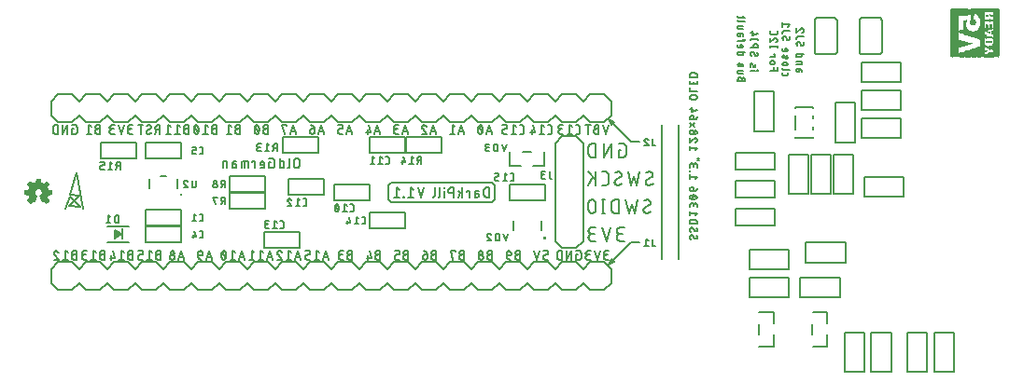
<source format=gbr>
G04 EAGLE Gerber RS-274X export*
G75*
%MOMM*%
%FSLAX34Y34*%
%LPD*%
%INSilkscreen Bottom*%
%IPPOS*%
%AMOC8*
5,1,8,0,0,1.08239X$1,22.5*%
G01*
%ADD10C,0.203200*%
%ADD11C,0.127000*%
%ADD12C,0.152400*%
%ADD13R,0.200000X1.000000*%
%ADD14C,0.254000*%
%ADD15R,0.010000X4.010000*%
%ADD16R,0.010000X4.090000*%
%ADD17R,0.010000X4.170000*%
%ADD18R,0.010000X4.190000*%
%ADD19R,0.010000X4.230000*%
%ADD20R,0.010000X4.250000*%
%ADD21R,0.010000X4.290000*%
%ADD22R,0.010000X4.310000*%
%ADD23R,0.010000X4.320000*%
%ADD24R,0.010000X4.330000*%
%ADD25R,0.010000X4.350000*%
%ADD26R,0.010000X4.370000*%
%ADD27R,0.010000X4.390000*%
%ADD28R,0.010000X4.410000*%
%ADD29R,0.010000X4.430000*%
%ADD30R,0.010000X4.450000*%
%ADD31R,0.010000X0.320000*%
%ADD32R,0.010000X0.190000*%
%ADD33R,0.010000X0.120000*%
%ADD34R,0.010000X0.030000*%
%ADD35R,0.010000X0.330000*%
%ADD36R,0.010000X0.060000*%
%ADD37R,0.010000X0.620000*%
%ADD38R,0.010000X0.460000*%
%ADD39R,0.010000X0.130000*%
%ADD40R,0.010000X0.570000*%
%ADD41R,0.010000X0.040000*%
%ADD42R,0.010000X0.070000*%
%ADD43R,0.010000X0.540000*%
%ADD44R,0.010000X0.180000*%
%ADD45R,0.010000X0.310000*%
%ADD46R,0.010000X0.520000*%
%ADD47R,0.010000X0.140000*%
%ADD48R,0.010000X0.500000*%
%ADD49R,0.010000X0.170000*%
%ADD50R,0.010000X0.050000*%
%ADD51R,0.010000X0.080000*%
%ADD52R,0.010000X0.480000*%
%ADD53R,0.010000X0.150000*%
%ADD54R,0.010000X0.300000*%
%ADD55R,0.010000X0.290000*%
%ADD56R,0.010000X0.450000*%
%ADD57R,0.010000X0.160000*%
%ADD58R,0.010000X0.440000*%
%ADD59R,0.010000X0.280000*%
%ADD60R,0.010000X0.090000*%
%ADD61R,0.010000X0.420000*%
%ADD62R,0.010000X0.270000*%
%ADD63R,0.010000X0.410000*%
%ADD64R,0.010000X0.400000*%
%ADD65R,0.010000X0.100000*%
%ADD66R,0.010000X0.390000*%
%ADD67R,0.010000X0.260000*%
%ADD68R,0.010000X0.250000*%
%ADD69R,0.010000X0.380000*%
%ADD70R,0.010000X0.110000*%
%ADD71R,0.010000X0.370000*%
%ADD72R,0.010000X0.360000*%
%ADD73R,0.010000X0.200000*%
%ADD74R,0.010000X0.350000*%
%ADD75R,0.010000X0.340000*%
%ADD76R,0.010000X0.210000*%
%ADD77R,0.010000X0.470000*%
%ADD78R,0.010000X0.220000*%
%ADD79R,0.010000X0.230000*%
%ADD80R,0.010000X0.490000*%
%ADD81R,0.010000X0.240000*%
%ADD82R,0.010000X0.430000*%
%ADD83R,0.010000X0.580000*%
%ADD84R,0.010000X0.010000*%
%ADD85R,0.010000X0.020000*%
%ADD86R,0.010000X0.590000*%
%ADD87R,0.010000X0.600000*%
%ADD88R,0.010000X1.180000*%
%ADD89R,0.010000X3.060000*%
%ADD90R,0.010000X1.100000*%
%ADD91R,0.010000X2.980000*%
%ADD92R,0.010000X1.050000*%
%ADD93R,0.010000X2.930000*%
%ADD94R,0.010000X1.010000*%
%ADD95R,0.010000X1.250000*%
%ADD96R,0.010000X0.980000*%
%ADD97R,0.010000X1.220000*%
%ADD98R,0.010000X0.950000*%
%ADD99R,0.010000X0.920000*%
%ADD100R,0.010000X1.160000*%
%ADD101R,0.010000X1.000000*%
%ADD102R,0.010000X0.900000*%
%ADD103R,0.010000X1.130000*%
%ADD104R,0.010000X0.880000*%
%ADD105R,0.010000X0.860000*%
%ADD106R,0.010000X1.080000*%
%ADD107R,0.010000X0.990000*%
%ADD108R,0.010000X0.840000*%
%ADD109R,0.010000X1.060000*%
%ADD110R,0.010000X0.820000*%
%ADD111R,0.010000X1.030000*%
%ADD112R,0.010000X0.800000*%
%ADD113R,0.010000X1.020000*%
%ADD114R,0.010000X0.790000*%
%ADD115R,0.010000X0.770000*%
%ADD116R,0.010000X0.760000*%
%ADD117R,0.010000X0.960000*%
%ADD118R,0.010000X0.970000*%
%ADD119R,0.010000X0.750000*%
%ADD120R,0.010000X0.730000*%
%ADD121R,0.010000X0.930000*%
%ADD122R,0.010000X0.720000*%
%ADD123R,0.010000X0.910000*%
%ADD124R,0.010000X0.710000*%
%ADD125R,0.010000X0.700000*%
%ADD126R,0.010000X0.680000*%
%ADD127R,0.010000X0.870000*%
%ADD128R,0.010000X0.670000*%
%ADD129R,0.010000X0.660000*%
%ADD130R,0.010000X0.650000*%
%ADD131R,0.010000X0.830000*%
%ADD132R,0.010000X0.640000*%
%ADD133R,0.010000X0.940000*%
%ADD134R,0.010000X0.630000*%
%ADD135R,0.010000X0.810000*%
%ADD136R,0.010000X0.780000*%
%ADD137R,0.010000X0.610000*%
%ADD138R,0.010000X0.740000*%
%ADD139R,0.010000X0.560000*%
%ADD140R,0.010000X0.690000*%
%ADD141R,0.010000X0.550000*%
%ADD142R,0.010000X0.530000*%
%ADD143R,0.010000X0.890000*%
%ADD144R,0.010000X0.510000*%
%ADD145R,0.010000X0.850000*%
%ADD146R,0.010000X1.510000*%
%ADD147R,0.010000X1.500000*%
%ADD148R,0.010000X1.490000*%
%ADD149R,0.010000X1.290000*%
%ADD150R,0.010000X1.280000*%
%ADD151R,0.010000X1.270000*%
%ADD152R,0.010000X1.260000*%
%ADD153R,0.010000X1.240000*%
%ADD154R,0.010000X1.230000*%
%ADD155R,0.010000X4.440000*%
%ADD156R,0.010000X4.270000*%
%ADD157R,0.010000X4.220000*%
%ADD158R,0.010000X3.990000*%

G36*
X-257744Y-10292D02*
X-257744Y-10292D01*
X-257678Y-10287D01*
X-257660Y-10276D01*
X-257639Y-10271D01*
X-257554Y-10211D01*
X-257530Y-10197D01*
X-257527Y-10192D01*
X-257522Y-10188D01*
X-255322Y-7888D01*
X-255314Y-7875D01*
X-255301Y-7865D01*
X-255270Y-7801D01*
X-255234Y-7739D01*
X-255233Y-7723D01*
X-255226Y-7709D01*
X-255227Y-7638D01*
X-255221Y-7567D01*
X-255228Y-7552D01*
X-255228Y-7536D01*
X-255285Y-7411D01*
X-255287Y-7407D01*
X-255287Y-7406D01*
X-257156Y-4791D01*
X-257153Y-4780D01*
X-257144Y-4767D01*
X-257133Y-4709D01*
X-257124Y-4688D01*
X-257124Y-4666D01*
X-257118Y-4633D01*
X-257117Y-4628D01*
X-257117Y-4627D01*
X-257117Y-4626D01*
X-257117Y-4616D01*
X-257084Y-4551D01*
X-257028Y-4494D01*
X-257017Y-4476D01*
X-257005Y-4467D01*
X-256997Y-4449D01*
X-256957Y-4396D01*
X-256884Y-4251D01*
X-256828Y-4194D01*
X-256788Y-4130D01*
X-256744Y-4067D01*
X-256742Y-4055D01*
X-256737Y-4047D01*
X-256733Y-4012D01*
X-256717Y-3926D01*
X-256717Y-3877D01*
X-256688Y-3830D01*
X-256644Y-3767D01*
X-256642Y-3755D01*
X-256637Y-3747D01*
X-256633Y-3712D01*
X-256617Y-3626D01*
X-256617Y-3516D01*
X-256584Y-3451D01*
X-256528Y-3394D01*
X-256488Y-3330D01*
X-256444Y-3267D01*
X-256442Y-3255D01*
X-256437Y-3247D01*
X-256433Y-3212D01*
X-256427Y-3179D01*
X-256424Y-3171D01*
X-256424Y-3163D01*
X-256417Y-3126D01*
X-256417Y-3077D01*
X-256388Y-3030D01*
X-256344Y-2967D01*
X-256342Y-2955D01*
X-256337Y-2947D01*
X-256333Y-2912D01*
X-256317Y-2826D01*
X-256317Y-2716D01*
X-256288Y-2658D01*
X-253032Y-2100D01*
X-253014Y-2093D01*
X-252995Y-2092D01*
X-252935Y-2059D01*
X-252873Y-2033D01*
X-252860Y-2018D01*
X-252843Y-2009D01*
X-252804Y-1953D01*
X-252760Y-1902D01*
X-252755Y-1883D01*
X-252744Y-1867D01*
X-252722Y-1756D01*
X-252717Y-1734D01*
X-252718Y-1730D01*
X-252717Y-1726D01*
X-252717Y1474D01*
X-252721Y1493D01*
X-252719Y1512D01*
X-252730Y1546D01*
X-252731Y1553D01*
X-252736Y1563D01*
X-252741Y1576D01*
X-252756Y1642D01*
X-252769Y1657D01*
X-252775Y1675D01*
X-252823Y1723D01*
X-252866Y1776D01*
X-252884Y1783D01*
X-252898Y1797D01*
X-253004Y1837D01*
X-253024Y1846D01*
X-253028Y1846D01*
X-253032Y1848D01*
X-256244Y2398D01*
X-256255Y2437D01*
X-256256Y2442D01*
X-256257Y2443D01*
X-256317Y2563D01*
X-256317Y2574D01*
X-256320Y2589D01*
X-256318Y2605D01*
X-256338Y2675D01*
X-256338Y2690D01*
X-256346Y2704D01*
X-256355Y2737D01*
X-256356Y2742D01*
X-256357Y2743D01*
X-256417Y2863D01*
X-256417Y2874D01*
X-256420Y2889D01*
X-256418Y2905D01*
X-256455Y3037D01*
X-256456Y3042D01*
X-256457Y3043D01*
X-256617Y3363D01*
X-256617Y3374D01*
X-256620Y3389D01*
X-256618Y3405D01*
X-256655Y3537D01*
X-256656Y3542D01*
X-256657Y3543D01*
X-256757Y3743D01*
X-256780Y3771D01*
X-256817Y3825D01*
X-256817Y3874D01*
X-256834Y3948D01*
X-256848Y4023D01*
X-256854Y4033D01*
X-256856Y4042D01*
X-256879Y4070D01*
X-256928Y4142D01*
X-256984Y4198D01*
X-257057Y4343D01*
X-257080Y4371D01*
X-257117Y4425D01*
X-257117Y4474D01*
X-257134Y4548D01*
X-257138Y4570D01*
X-255284Y7258D01*
X-255278Y7274D01*
X-255266Y7287D01*
X-255246Y7354D01*
X-255221Y7419D01*
X-255222Y7437D01*
X-255217Y7453D01*
X-255230Y7522D01*
X-255236Y7592D01*
X-255245Y7606D01*
X-255248Y7623D01*
X-255319Y7729D01*
X-255326Y7740D01*
X-255327Y7740D01*
X-255328Y7742D01*
X-257528Y9942D01*
X-257542Y9951D01*
X-257553Y9965D01*
X-257615Y9996D01*
X-257675Y10033D01*
X-257692Y10035D01*
X-257707Y10042D01*
X-257778Y10043D01*
X-257847Y10049D01*
X-257863Y10043D01*
X-257880Y10043D01*
X-257998Y9992D01*
X-258009Y9988D01*
X-258010Y9987D01*
X-258011Y9986D01*
X-260710Y8124D01*
X-260728Y8142D01*
X-260793Y8182D01*
X-260855Y8226D01*
X-260867Y8228D01*
X-260875Y8233D01*
X-260910Y8236D01*
X-260996Y8253D01*
X-261046Y8253D01*
X-261058Y8261D01*
X-261126Y8313D01*
X-261271Y8385D01*
X-261328Y8442D01*
X-261393Y8482D01*
X-261455Y8526D01*
X-261467Y8528D01*
X-261475Y8533D01*
X-261510Y8536D01*
X-261596Y8553D01*
X-261646Y8553D01*
X-261658Y8561D01*
X-261726Y8613D01*
X-261926Y8713D01*
X-261942Y8717D01*
X-261955Y8726D01*
X-262089Y8752D01*
X-262095Y8753D01*
X-262096Y8753D01*
X-262106Y8753D01*
X-262226Y8813D01*
X-262242Y8817D01*
X-262255Y8826D01*
X-262389Y8852D01*
X-262395Y8853D01*
X-262396Y8853D01*
X-262446Y8853D01*
X-262493Y8882D01*
X-262555Y8926D01*
X-262567Y8928D01*
X-262575Y8933D01*
X-262610Y8936D01*
X-262696Y8953D01*
X-262806Y8953D01*
X-262864Y8982D01*
X-263422Y12238D01*
X-263430Y12256D01*
X-263431Y12275D01*
X-263463Y12334D01*
X-263490Y12397D01*
X-263504Y12410D01*
X-263514Y12427D01*
X-263569Y12466D01*
X-263621Y12510D01*
X-263640Y12515D01*
X-263655Y12526D01*
X-263766Y12547D01*
X-263788Y12553D01*
X-263792Y12552D01*
X-263796Y12553D01*
X-266996Y12553D01*
X-267015Y12549D01*
X-267034Y12551D01*
X-267098Y12529D01*
X-267164Y12513D01*
X-267179Y12501D01*
X-267198Y12495D01*
X-267246Y12447D01*
X-267298Y12403D01*
X-267306Y12386D01*
X-267319Y12372D01*
X-267359Y12266D01*
X-267368Y12245D01*
X-267368Y12242D01*
X-267370Y12238D01*
X-267920Y9026D01*
X-267959Y9015D01*
X-267964Y9013D01*
X-267965Y9013D01*
X-267966Y9013D01*
X-268086Y8953D01*
X-268096Y8953D01*
X-268112Y8949D01*
X-268128Y8952D01*
X-268259Y8915D01*
X-268264Y8913D01*
X-268265Y8913D01*
X-268266Y8913D01*
X-268386Y8853D01*
X-268396Y8853D01*
X-268412Y8849D01*
X-268428Y8852D01*
X-268559Y8815D01*
X-268564Y8813D01*
X-268565Y8813D01*
X-268566Y8813D01*
X-268686Y8753D01*
X-268796Y8753D01*
X-268870Y8736D01*
X-268946Y8722D01*
X-268955Y8716D01*
X-268964Y8713D01*
X-268992Y8691D01*
X-269064Y8642D01*
X-269121Y8585D01*
X-269186Y8553D01*
X-269196Y8553D01*
X-269212Y8549D01*
X-269228Y8552D01*
X-269359Y8515D01*
X-269364Y8513D01*
X-269365Y8513D01*
X-269366Y8513D01*
X-269566Y8413D01*
X-269593Y8390D01*
X-269664Y8342D01*
X-269721Y8285D01*
X-269786Y8253D01*
X-269796Y8253D01*
X-269812Y8249D01*
X-269828Y8252D01*
X-269959Y8215D01*
X-269964Y8213D01*
X-269965Y8213D01*
X-269966Y8213D01*
X-270107Y8142D01*
X-272781Y9986D01*
X-272793Y9991D01*
X-272802Y10000D01*
X-272873Y10022D01*
X-272942Y10049D01*
X-272955Y10048D01*
X-272967Y10052D01*
X-273040Y10040D01*
X-273114Y10034D01*
X-273125Y10027D01*
X-273138Y10025D01*
X-273258Y9948D01*
X-275558Y7748D01*
X-275572Y7726D01*
X-275592Y7710D01*
X-275619Y7654D01*
X-275653Y7603D01*
X-275656Y7577D01*
X-275667Y7554D01*
X-275666Y7492D01*
X-275673Y7431D01*
X-275664Y7407D01*
X-275664Y7381D01*
X-275626Y7301D01*
X-275615Y7268D01*
X-275608Y7262D01*
X-275603Y7251D01*
X-273668Y4578D01*
X-273708Y4498D01*
X-273764Y4442D01*
X-273804Y4377D01*
X-273848Y4314D01*
X-273850Y4303D01*
X-273855Y4295D01*
X-273859Y4260D01*
X-273875Y4174D01*
X-273875Y4124D01*
X-273883Y4111D01*
X-273935Y4043D01*
X-274008Y3898D01*
X-274064Y3842D01*
X-274104Y3777D01*
X-274148Y3714D01*
X-274150Y3703D01*
X-274155Y3695D01*
X-274159Y3660D01*
X-274175Y3574D01*
X-274175Y3524D01*
X-274204Y3477D01*
X-274248Y3414D01*
X-274250Y3403D01*
X-274255Y3395D01*
X-274259Y3360D01*
X-274275Y3274D01*
X-274275Y3163D01*
X-274308Y3098D01*
X-274364Y3042D01*
X-274404Y2977D01*
X-274448Y2914D01*
X-274450Y2903D01*
X-274455Y2895D01*
X-274459Y2860D01*
X-274475Y2774D01*
X-274475Y2724D01*
X-274504Y2677D01*
X-274548Y2614D01*
X-274550Y2603D01*
X-274555Y2595D01*
X-274559Y2560D01*
X-274575Y2474D01*
X-274575Y2395D01*
X-277858Y1848D01*
X-277877Y1840D01*
X-277897Y1839D01*
X-277956Y1807D01*
X-278018Y1781D01*
X-278031Y1766D01*
X-278049Y1756D01*
X-278088Y1701D01*
X-278132Y1651D01*
X-278137Y1631D01*
X-278148Y1614D01*
X-278164Y1533D01*
X-278168Y1523D01*
X-278168Y1512D01*
X-278169Y1508D01*
X-278175Y1483D01*
X-278174Y1479D01*
X-278175Y1474D01*
X-278175Y-1726D01*
X-278171Y-1745D01*
X-278173Y-1764D01*
X-278151Y-1829D01*
X-278136Y-1895D01*
X-278123Y-1910D01*
X-278117Y-1928D01*
X-278069Y-1976D01*
X-278026Y-2028D01*
X-278008Y-2036D01*
X-277994Y-2050D01*
X-277888Y-2090D01*
X-277868Y-2099D01*
X-277864Y-2099D01*
X-277860Y-2100D01*
X-274572Y-2664D01*
X-274537Y-2789D01*
X-274536Y-2795D01*
X-274535Y-2795D01*
X-274535Y-2796D01*
X-274475Y-2916D01*
X-274475Y-2926D01*
X-274472Y-2942D01*
X-274474Y-2958D01*
X-274437Y-3089D01*
X-274436Y-3095D01*
X-274435Y-3095D01*
X-274435Y-3096D01*
X-274375Y-3216D01*
X-274375Y-3226D01*
X-274372Y-3242D01*
X-274374Y-3258D01*
X-274337Y-3389D01*
X-274336Y-3395D01*
X-274335Y-3395D01*
X-274335Y-3396D01*
X-274175Y-3716D01*
X-274175Y-3726D01*
X-274172Y-3742D01*
X-274174Y-3758D01*
X-274137Y-3889D01*
X-274136Y-3895D01*
X-274135Y-3895D01*
X-274135Y-3896D01*
X-274035Y-4096D01*
X-274012Y-4124D01*
X-273964Y-4194D01*
X-273908Y-4251D01*
X-273875Y-4316D01*
X-273875Y-4326D01*
X-273872Y-4342D01*
X-273874Y-4358D01*
X-273837Y-4489D01*
X-273836Y-4495D01*
X-273835Y-4495D01*
X-273835Y-4496D01*
X-273735Y-4696D01*
X-273712Y-4724D01*
X-273664Y-4794D01*
X-273654Y-4805D01*
X-275599Y-7399D01*
X-275609Y-7421D01*
X-275626Y-7440D01*
X-275644Y-7500D01*
X-275669Y-7557D01*
X-275668Y-7582D01*
X-275675Y-7606D01*
X-275664Y-7667D01*
X-275661Y-7730D01*
X-275649Y-7752D01*
X-275644Y-7776D01*
X-275593Y-7851D01*
X-275577Y-7881D01*
X-275570Y-7886D01*
X-275564Y-7894D01*
X-273264Y-10194D01*
X-273250Y-10203D01*
X-273239Y-10217D01*
X-273177Y-10249D01*
X-273117Y-10286D01*
X-273100Y-10287D01*
X-273085Y-10295D01*
X-273015Y-10295D01*
X-272945Y-10302D01*
X-272929Y-10296D01*
X-272912Y-10296D01*
X-272794Y-10244D01*
X-272783Y-10240D01*
X-272782Y-10239D01*
X-272781Y-10239D01*
X-270082Y-8377D01*
X-270064Y-8394D01*
X-269999Y-8435D01*
X-269937Y-8479D01*
X-269925Y-8481D01*
X-269917Y-8486D01*
X-269882Y-8489D01*
X-269867Y-8492D01*
X-269864Y-8494D01*
X-269799Y-8535D01*
X-269737Y-8579D01*
X-269725Y-8581D01*
X-269717Y-8586D01*
X-269682Y-8589D01*
X-269596Y-8606D01*
X-269546Y-8606D01*
X-269499Y-8635D01*
X-269437Y-8679D01*
X-269425Y-8681D01*
X-269417Y-8686D01*
X-269382Y-8689D01*
X-269367Y-8692D01*
X-269364Y-8694D01*
X-269299Y-8735D01*
X-269237Y-8779D01*
X-269225Y-8781D01*
X-269217Y-8786D01*
X-269182Y-8789D01*
X-269167Y-8792D01*
X-269164Y-8794D01*
X-269099Y-8835D01*
X-269037Y-8879D01*
X-269025Y-8881D01*
X-269017Y-8886D01*
X-268982Y-8889D01*
X-268953Y-8895D01*
X-268926Y-8928D01*
X-268907Y-8937D01*
X-268892Y-8951D01*
X-268829Y-8971D01*
X-268768Y-8999D01*
X-268747Y-8998D01*
X-268728Y-9004D01*
X-268662Y-8994D01*
X-268595Y-8992D01*
X-268577Y-8982D01*
X-268557Y-8979D01*
X-268502Y-8941D01*
X-268443Y-8909D01*
X-268431Y-8892D01*
X-268415Y-8881D01*
X-268358Y-8788D01*
X-268344Y-8767D01*
X-268343Y-8762D01*
X-268340Y-8758D01*
X-266340Y-3358D01*
X-266337Y-3327D01*
X-266324Y-3299D01*
X-266326Y-3243D01*
X-266319Y-3186D01*
X-266329Y-3157D01*
X-266330Y-3126D01*
X-266357Y-3076D01*
X-266376Y-3023D01*
X-266398Y-3001D01*
X-266413Y-2974D01*
X-266473Y-2928D01*
X-266500Y-2902D01*
X-266513Y-2898D01*
X-266526Y-2887D01*
X-267071Y-2615D01*
X-267228Y-2458D01*
X-267258Y-2439D01*
X-267326Y-2387D01*
X-267471Y-2315D01*
X-267784Y-2002D01*
X-267857Y-1857D01*
X-267880Y-1829D01*
X-267928Y-1758D01*
X-268084Y-1602D01*
X-268145Y-1481D01*
X-268236Y-1206D01*
X-268248Y-1187D01*
X-268257Y-1157D01*
X-268317Y-1037D01*
X-268317Y-926D01*
X-268325Y-891D01*
X-268336Y-806D01*
X-268417Y-565D01*
X-268417Y212D01*
X-268336Y454D01*
X-268333Y490D01*
X-268317Y574D01*
X-268317Y759D01*
X-268180Y963D01*
X-268167Y998D01*
X-268136Y1054D01*
X-268052Y1306D01*
X-267701Y1832D01*
X-267355Y2179D01*
X-266828Y2530D01*
X-266576Y2614D01*
X-266558Y2625D01*
X-266544Y2628D01*
X-266531Y2639D01*
X-266486Y2658D01*
X-266281Y2794D01*
X-266096Y2794D01*
X-266061Y2803D01*
X-265976Y2814D01*
X-265734Y2894D01*
X-265143Y2894D01*
X-264788Y2806D01*
X-264752Y2805D01*
X-264696Y2794D01*
X-264511Y2794D01*
X-264306Y2658D01*
X-264271Y2645D01*
X-264222Y2617D01*
X-264220Y2616D01*
X-264219Y2616D01*
X-264216Y2614D01*
X-263964Y2530D01*
X-263738Y2379D01*
X-263564Y2206D01*
X-263538Y2189D01*
X-263506Y2158D01*
X-263238Y1979D01*
X-263091Y1832D01*
X-262740Y1306D01*
X-262375Y212D01*
X-262375Y-265D01*
X-262456Y-506D01*
X-262459Y-542D01*
X-262475Y-626D01*
X-262475Y-837D01*
X-262635Y-1157D01*
X-262641Y-1179D01*
X-262656Y-1206D01*
X-262747Y-1481D01*
X-262908Y-1802D01*
X-263064Y-1958D01*
X-263083Y-1989D01*
X-263135Y-2057D01*
X-263208Y-2202D01*
X-263321Y-2315D01*
X-263466Y-2387D01*
X-263493Y-2410D01*
X-263564Y-2458D01*
X-263721Y-2615D01*
X-264042Y-2775D01*
X-264316Y-2867D01*
X-264365Y-2897D01*
X-264418Y-2919D01*
X-264438Y-2941D01*
X-264463Y-2957D01*
X-264494Y-3006D01*
X-264531Y-3049D01*
X-264539Y-3078D01*
X-264555Y-3104D01*
X-264561Y-3161D01*
X-264575Y-3217D01*
X-264569Y-3251D01*
X-264572Y-3276D01*
X-264560Y-3308D01*
X-264552Y-3358D01*
X-262552Y-8758D01*
X-262526Y-8796D01*
X-262510Y-8839D01*
X-262479Y-8867D01*
X-262456Y-8902D01*
X-262416Y-8925D01*
X-262383Y-8956D01*
X-262343Y-8968D01*
X-262306Y-8989D01*
X-262261Y-8992D01*
X-262217Y-9005D01*
X-262176Y-8998D01*
X-262134Y-9000D01*
X-262091Y-8983D01*
X-262046Y-8975D01*
X-262005Y-8947D01*
X-261974Y-8934D01*
X-261957Y-8914D01*
X-261944Y-8906D01*
X-261896Y-8906D01*
X-261822Y-8888D01*
X-261746Y-8875D01*
X-261737Y-8868D01*
X-261728Y-8866D01*
X-261700Y-8843D01*
X-261628Y-8794D01*
X-261621Y-8788D01*
X-261546Y-8775D01*
X-261537Y-8768D01*
X-261528Y-8766D01*
X-261500Y-8743D01*
X-261428Y-8694D01*
X-261421Y-8688D01*
X-261346Y-8675D01*
X-261337Y-8668D01*
X-261328Y-8666D01*
X-261300Y-8643D01*
X-261228Y-8594D01*
X-261221Y-8588D01*
X-261146Y-8575D01*
X-261137Y-8568D01*
X-261128Y-8566D01*
X-261100Y-8543D01*
X-261028Y-8494D01*
X-261021Y-8488D01*
X-260946Y-8475D01*
X-260937Y-8468D01*
X-260928Y-8466D01*
X-260900Y-8443D01*
X-260828Y-8394D01*
X-260821Y-8388D01*
X-260746Y-8375D01*
X-260737Y-8368D01*
X-260728Y-8366D01*
X-260727Y-8366D01*
X-258011Y-10239D01*
X-257991Y-10246D01*
X-257975Y-10260D01*
X-257912Y-10278D01*
X-257850Y-10302D01*
X-257829Y-10300D01*
X-257808Y-10305D01*
X-257744Y-10292D01*
G37*
G36*
X-194995Y-41107D02*
X-194995Y-41107D01*
X-194924Y-41109D01*
X-194854Y-41090D01*
X-194783Y-41082D01*
X-194728Y-41057D01*
X-194649Y-41037D01*
X-194546Y-40976D01*
X-194477Y-40945D01*
X-191477Y-38945D01*
X-191390Y-38868D01*
X-191300Y-38795D01*
X-191285Y-38773D01*
X-191265Y-38755D01*
X-191203Y-38658D01*
X-191136Y-38563D01*
X-191128Y-38537D01*
X-191113Y-38515D01*
X-191081Y-38404D01*
X-191043Y-38294D01*
X-191042Y-38267D01*
X-191035Y-38242D01*
X-191035Y-38126D01*
X-191029Y-38010D01*
X-191035Y-37984D01*
X-191035Y-37957D01*
X-191067Y-37846D01*
X-191093Y-37733D01*
X-191106Y-37710D01*
X-191114Y-37684D01*
X-191176Y-37586D01*
X-191232Y-37485D01*
X-191250Y-37469D01*
X-191265Y-37444D01*
X-191473Y-37259D01*
X-191477Y-37255D01*
X-194477Y-35255D01*
X-194541Y-35224D01*
X-194601Y-35185D01*
X-194669Y-35163D01*
X-194733Y-35132D01*
X-194804Y-35120D01*
X-194872Y-35099D01*
X-194943Y-35097D01*
X-195014Y-35085D01*
X-195085Y-35093D01*
X-195156Y-35091D01*
X-195225Y-35109D01*
X-195296Y-35118D01*
X-195362Y-35145D01*
X-195431Y-35163D01*
X-195492Y-35200D01*
X-195558Y-35227D01*
X-195614Y-35272D01*
X-195676Y-35309D01*
X-195725Y-35360D01*
X-195780Y-35405D01*
X-195821Y-35464D01*
X-195870Y-35516D01*
X-195903Y-35579D01*
X-195944Y-35637D01*
X-195967Y-35705D01*
X-196000Y-35769D01*
X-196010Y-35828D01*
X-196037Y-35906D01*
X-196043Y-36025D01*
X-196055Y-36100D01*
X-196055Y-40100D01*
X-196045Y-40171D01*
X-196045Y-40243D01*
X-196025Y-40311D01*
X-196015Y-40382D01*
X-195986Y-40447D01*
X-195966Y-40516D01*
X-195928Y-40576D01*
X-195899Y-40641D01*
X-195853Y-40696D01*
X-195815Y-40756D01*
X-195762Y-40804D01*
X-195716Y-40858D01*
X-195656Y-40898D01*
X-195602Y-40945D01*
X-195538Y-40976D01*
X-195479Y-41016D01*
X-195411Y-41037D01*
X-195346Y-41068D01*
X-195276Y-41080D01*
X-195208Y-41101D01*
X-195136Y-41103D01*
X-195066Y-41115D01*
X-194995Y-41107D01*
G37*
G36*
X193676Y-43191D02*
X193676Y-43191D01*
X193677Y-43192D01*
X194087Y-43138D01*
X194089Y-43136D01*
X194090Y-43137D01*
X194473Y-42978D01*
X194474Y-42976D01*
X194476Y-42977D01*
X194805Y-42725D01*
X194805Y-42722D01*
X194807Y-42722D01*
X195059Y-42394D01*
X195059Y-42391D01*
X195061Y-42391D01*
X195219Y-42008D01*
X195219Y-42006D01*
X195220Y-42005D01*
X195221Y-41997D01*
X195229Y-41937D01*
X195240Y-41853D01*
X195248Y-41793D01*
X195251Y-41769D01*
X195259Y-41709D01*
X195262Y-41685D01*
X195270Y-41626D01*
X195273Y-41602D01*
X195274Y-41594D01*
X195273Y-41592D01*
X195274Y-41591D01*
X195220Y-41180D01*
X195219Y-41179D01*
X195219Y-41177D01*
X195061Y-40794D01*
X195059Y-40793D01*
X195059Y-40791D01*
X194807Y-40463D01*
X194805Y-40462D01*
X194805Y-40461D01*
X194476Y-40208D01*
X194474Y-40208D01*
X194473Y-40207D01*
X194090Y-40048D01*
X194088Y-40049D01*
X194087Y-40047D01*
X193677Y-39993D01*
X193675Y-39994D01*
X193673Y-39993D01*
X193263Y-40047D01*
X193261Y-40049D01*
X193260Y-40048D01*
X192877Y-40207D01*
X192876Y-40209D01*
X192874Y-40208D01*
X192545Y-40461D01*
X192545Y-40463D01*
X192543Y-40463D01*
X192291Y-40791D01*
X192291Y-40794D01*
X192289Y-40794D01*
X192131Y-41177D01*
X192131Y-41179D01*
X192130Y-41180D01*
X192127Y-41204D01*
X192119Y-41263D01*
X192119Y-41264D01*
X192108Y-41347D01*
X192100Y-41407D01*
X192097Y-41431D01*
X192089Y-41491D01*
X192086Y-41515D01*
X192078Y-41575D01*
X192076Y-41591D01*
X192077Y-41593D01*
X192076Y-41594D01*
X192130Y-42005D01*
X192131Y-42006D01*
X192131Y-42008D01*
X192289Y-42391D01*
X192291Y-42392D01*
X192291Y-42394D01*
X192543Y-42722D01*
X192545Y-42723D01*
X192545Y-42725D01*
X192874Y-42977D01*
X192876Y-42977D01*
X192877Y-42978D01*
X193260Y-43137D01*
X193262Y-43136D01*
X193263Y-43138D01*
X193673Y-43192D01*
X193674Y-43191D01*
X193675Y-43192D01*
X193676Y-43191D01*
G37*
D10*
X-224790Y-15240D02*
X-231140Y17780D01*
X-236982Y-2540D01*
X-228600Y-3302D01*
X-237744Y-12446D01*
X-227584Y-13208D01*
X-236474Y-4064D01*
X-241300Y-15240D01*
X260736Y38777D02*
X262768Y38777D01*
X260736Y38777D02*
X260736Y32004D01*
X264800Y32004D01*
X264901Y32006D01*
X265002Y32012D01*
X265103Y32021D01*
X265204Y32034D01*
X265304Y32051D01*
X265403Y32072D01*
X265501Y32096D01*
X265598Y32124D01*
X265695Y32156D01*
X265790Y32191D01*
X265883Y32230D01*
X265975Y32272D01*
X266066Y32318D01*
X266155Y32367D01*
X266241Y32419D01*
X266326Y32475D01*
X266409Y32533D01*
X266489Y32595D01*
X266567Y32660D01*
X266643Y32727D01*
X266716Y32797D01*
X266786Y32870D01*
X266853Y32946D01*
X266918Y33024D01*
X266980Y33104D01*
X267038Y33187D01*
X267094Y33272D01*
X267146Y33358D01*
X267195Y33447D01*
X267241Y33538D01*
X267283Y33630D01*
X267322Y33723D01*
X267357Y33818D01*
X267389Y33915D01*
X267417Y34012D01*
X267441Y34110D01*
X267462Y34209D01*
X267479Y34309D01*
X267492Y34410D01*
X267501Y34511D01*
X267507Y34612D01*
X267509Y34713D01*
X267509Y41487D01*
X267507Y41588D01*
X267501Y41689D01*
X267492Y41790D01*
X267479Y41891D01*
X267462Y41991D01*
X267441Y42090D01*
X267417Y42188D01*
X267389Y42285D01*
X267357Y42382D01*
X267322Y42477D01*
X267283Y42570D01*
X267241Y42662D01*
X267195Y42753D01*
X267146Y42842D01*
X267094Y42928D01*
X267038Y43013D01*
X266980Y43096D01*
X266918Y43176D01*
X266853Y43254D01*
X266786Y43330D01*
X266716Y43403D01*
X266643Y43473D01*
X266567Y43540D01*
X266489Y43605D01*
X266409Y43667D01*
X266326Y43725D01*
X266241Y43781D01*
X266155Y43833D01*
X266066Y43882D01*
X265975Y43928D01*
X265883Y43970D01*
X265790Y44009D01*
X265695Y44044D01*
X265598Y44076D01*
X265501Y44104D01*
X265403Y44128D01*
X265304Y44149D01*
X265204Y44166D01*
X265103Y44179D01*
X265002Y44188D01*
X264901Y44194D01*
X264800Y44196D01*
X260736Y44196D01*
X253854Y44196D02*
X253854Y32004D01*
X247081Y32004D02*
X253854Y44196D01*
X247081Y44196D02*
X247081Y32004D01*
X240199Y32004D02*
X240199Y44196D01*
X236813Y44196D01*
X236697Y44194D01*
X236582Y44188D01*
X236467Y44178D01*
X236352Y44164D01*
X236238Y44147D01*
X236124Y44125D01*
X236011Y44100D01*
X235899Y44070D01*
X235788Y44037D01*
X235679Y44000D01*
X235570Y43960D01*
X235464Y43916D01*
X235358Y43868D01*
X235255Y43816D01*
X235153Y43761D01*
X235053Y43703D01*
X234955Y43641D01*
X234860Y43576D01*
X234766Y43508D01*
X234676Y43436D01*
X234587Y43362D01*
X234501Y43284D01*
X234418Y43204D01*
X234338Y43121D01*
X234260Y43035D01*
X234186Y42946D01*
X234114Y42856D01*
X234046Y42762D01*
X233981Y42667D01*
X233919Y42569D01*
X233861Y42469D01*
X233806Y42367D01*
X233754Y42264D01*
X233706Y42158D01*
X233662Y42052D01*
X233622Y41943D01*
X233585Y41834D01*
X233552Y41723D01*
X233522Y41611D01*
X233497Y41498D01*
X233475Y41384D01*
X233458Y41270D01*
X233444Y41155D01*
X233434Y41040D01*
X233428Y40925D01*
X233426Y40809D01*
X233426Y35391D01*
X233428Y35275D01*
X233434Y35160D01*
X233444Y35045D01*
X233458Y34930D01*
X233475Y34816D01*
X233497Y34702D01*
X233522Y34589D01*
X233552Y34477D01*
X233585Y34366D01*
X233622Y34257D01*
X233662Y34148D01*
X233706Y34042D01*
X233754Y33936D01*
X233806Y33833D01*
X233861Y33731D01*
X233919Y33631D01*
X233981Y33533D01*
X234046Y33438D01*
X234114Y33344D01*
X234186Y33254D01*
X234260Y33165D01*
X234338Y33079D01*
X234418Y32996D01*
X234501Y32916D01*
X234587Y32838D01*
X234676Y32764D01*
X234766Y32692D01*
X234860Y32624D01*
X234955Y32559D01*
X235053Y32497D01*
X235153Y32439D01*
X235255Y32384D01*
X235358Y32332D01*
X235464Y32284D01*
X235570Y32240D01*
X235679Y32200D01*
X235788Y32163D01*
X235899Y32130D01*
X236011Y32100D01*
X236124Y32075D01*
X236238Y32053D01*
X236352Y32036D01*
X236467Y32022D01*
X236582Y32012D01*
X236697Y32006D01*
X236813Y32004D01*
X240199Y32004D01*
X285324Y9313D02*
X285326Y9212D01*
X285332Y9111D01*
X285341Y9010D01*
X285354Y8909D01*
X285371Y8809D01*
X285392Y8710D01*
X285416Y8612D01*
X285444Y8515D01*
X285476Y8418D01*
X285511Y8323D01*
X285550Y8230D01*
X285592Y8138D01*
X285638Y8047D01*
X285687Y7958D01*
X285739Y7872D01*
X285795Y7787D01*
X285853Y7704D01*
X285915Y7624D01*
X285980Y7546D01*
X286047Y7470D01*
X286117Y7397D01*
X286190Y7327D01*
X286266Y7260D01*
X286344Y7195D01*
X286424Y7133D01*
X286507Y7075D01*
X286592Y7019D01*
X286679Y6967D01*
X286767Y6918D01*
X286858Y6872D01*
X286950Y6830D01*
X287043Y6791D01*
X287138Y6756D01*
X287235Y6724D01*
X287332Y6696D01*
X287430Y6672D01*
X287529Y6651D01*
X287629Y6634D01*
X287730Y6621D01*
X287831Y6612D01*
X287932Y6606D01*
X288033Y6604D01*
X288184Y6606D01*
X288334Y6612D01*
X288484Y6622D01*
X288634Y6636D01*
X288784Y6653D01*
X288933Y6675D01*
X289082Y6701D01*
X289229Y6730D01*
X289376Y6764D01*
X289522Y6801D01*
X289667Y6842D01*
X289811Y6887D01*
X289953Y6936D01*
X290095Y6988D01*
X290235Y7044D01*
X290373Y7104D01*
X290509Y7167D01*
X290644Y7234D01*
X290778Y7305D01*
X290909Y7379D01*
X291038Y7456D01*
X291165Y7537D01*
X291290Y7621D01*
X291413Y7708D01*
X291533Y7799D01*
X291651Y7893D01*
X291767Y7989D01*
X291880Y8089D01*
X291990Y8192D01*
X292097Y8297D01*
X291758Y16087D02*
X291756Y16188D01*
X291750Y16289D01*
X291741Y16390D01*
X291728Y16491D01*
X291711Y16591D01*
X291690Y16690D01*
X291666Y16788D01*
X291638Y16885D01*
X291606Y16982D01*
X291571Y17077D01*
X291532Y17170D01*
X291490Y17262D01*
X291444Y17353D01*
X291395Y17442D01*
X291343Y17528D01*
X291287Y17613D01*
X291229Y17696D01*
X291167Y17776D01*
X291102Y17854D01*
X291035Y17930D01*
X290965Y18003D01*
X290892Y18073D01*
X290816Y18140D01*
X290738Y18205D01*
X290658Y18267D01*
X290575Y18325D01*
X290490Y18381D01*
X290404Y18433D01*
X290315Y18482D01*
X290224Y18528D01*
X290132Y18570D01*
X290039Y18609D01*
X289944Y18644D01*
X289847Y18676D01*
X289750Y18704D01*
X289652Y18728D01*
X289553Y18749D01*
X289453Y18766D01*
X289352Y18779D01*
X289251Y18788D01*
X289150Y18794D01*
X289049Y18796D01*
X288907Y18794D01*
X288765Y18788D01*
X288623Y18778D01*
X288482Y18764D01*
X288341Y18746D01*
X288200Y18725D01*
X288060Y18699D01*
X287921Y18669D01*
X287783Y18636D01*
X287646Y18598D01*
X287510Y18557D01*
X287375Y18512D01*
X287242Y18464D01*
X287110Y18411D01*
X286979Y18355D01*
X286850Y18295D01*
X286723Y18232D01*
X286597Y18165D01*
X286474Y18095D01*
X286352Y18021D01*
X286233Y17944D01*
X286116Y17864D01*
X286001Y17780D01*
X290403Y13716D02*
X290490Y13769D01*
X290575Y13826D01*
X290658Y13886D01*
X290738Y13949D01*
X290816Y14014D01*
X290892Y14083D01*
X290965Y14154D01*
X291035Y14228D01*
X291103Y14305D01*
X291167Y14384D01*
X291229Y14465D01*
X291288Y14548D01*
X291343Y14634D01*
X291395Y14722D01*
X291444Y14811D01*
X291490Y14902D01*
X291532Y14995D01*
X291571Y15090D01*
X291606Y15186D01*
X291638Y15283D01*
X291666Y15381D01*
X291690Y15480D01*
X291711Y15580D01*
X291728Y15680D01*
X291741Y15781D01*
X291750Y15883D01*
X291756Y15985D01*
X291758Y16087D01*
X286678Y11684D02*
X286591Y11631D01*
X286506Y11574D01*
X286423Y11514D01*
X286343Y11451D01*
X286265Y11386D01*
X286189Y11317D01*
X286116Y11246D01*
X286046Y11172D01*
X285978Y11095D01*
X285914Y11016D01*
X285852Y10935D01*
X285793Y10852D01*
X285738Y10766D01*
X285686Y10678D01*
X285637Y10589D01*
X285591Y10498D01*
X285549Y10405D01*
X285510Y10310D01*
X285475Y10214D01*
X285443Y10117D01*
X285415Y10019D01*
X285391Y9920D01*
X285370Y9820D01*
X285353Y9720D01*
X285340Y9619D01*
X285331Y9517D01*
X285325Y9415D01*
X285323Y9313D01*
X286678Y11684D02*
X290403Y13716D01*
X280047Y18796D02*
X277338Y6604D01*
X274628Y14732D01*
X271919Y6604D01*
X269210Y18796D01*
X257160Y9313D02*
X257162Y9212D01*
X257168Y9111D01*
X257177Y9010D01*
X257190Y8909D01*
X257207Y8809D01*
X257228Y8710D01*
X257252Y8612D01*
X257280Y8515D01*
X257312Y8418D01*
X257347Y8323D01*
X257386Y8230D01*
X257428Y8138D01*
X257474Y8047D01*
X257523Y7958D01*
X257575Y7872D01*
X257631Y7787D01*
X257689Y7704D01*
X257751Y7624D01*
X257816Y7546D01*
X257883Y7470D01*
X257953Y7397D01*
X258026Y7327D01*
X258102Y7260D01*
X258180Y7195D01*
X258260Y7133D01*
X258343Y7075D01*
X258428Y7019D01*
X258515Y6967D01*
X258603Y6918D01*
X258694Y6872D01*
X258786Y6830D01*
X258879Y6791D01*
X258974Y6756D01*
X259071Y6724D01*
X259168Y6696D01*
X259266Y6672D01*
X259365Y6651D01*
X259465Y6634D01*
X259566Y6621D01*
X259667Y6612D01*
X259768Y6606D01*
X259869Y6604D01*
X260020Y6606D01*
X260170Y6612D01*
X260320Y6622D01*
X260470Y6636D01*
X260620Y6653D01*
X260769Y6675D01*
X260918Y6701D01*
X261065Y6730D01*
X261212Y6764D01*
X261358Y6801D01*
X261503Y6842D01*
X261647Y6887D01*
X261789Y6936D01*
X261931Y6988D01*
X262071Y7044D01*
X262209Y7104D01*
X262345Y7167D01*
X262480Y7234D01*
X262614Y7305D01*
X262745Y7379D01*
X262874Y7456D01*
X263001Y7537D01*
X263126Y7621D01*
X263249Y7708D01*
X263369Y7799D01*
X263487Y7893D01*
X263603Y7989D01*
X263716Y8089D01*
X263826Y8192D01*
X263933Y8297D01*
X263594Y16087D02*
X263592Y16188D01*
X263586Y16289D01*
X263577Y16390D01*
X263564Y16491D01*
X263547Y16591D01*
X263526Y16690D01*
X263502Y16788D01*
X263474Y16885D01*
X263442Y16982D01*
X263407Y17077D01*
X263368Y17170D01*
X263326Y17262D01*
X263280Y17353D01*
X263231Y17442D01*
X263179Y17528D01*
X263123Y17613D01*
X263065Y17696D01*
X263003Y17776D01*
X262938Y17854D01*
X262871Y17930D01*
X262801Y18003D01*
X262728Y18073D01*
X262652Y18140D01*
X262574Y18205D01*
X262494Y18267D01*
X262411Y18325D01*
X262326Y18381D01*
X262240Y18433D01*
X262151Y18482D01*
X262060Y18528D01*
X261968Y18570D01*
X261875Y18609D01*
X261780Y18644D01*
X261683Y18676D01*
X261586Y18704D01*
X261488Y18728D01*
X261389Y18749D01*
X261289Y18766D01*
X261188Y18779D01*
X261087Y18788D01*
X260986Y18794D01*
X260885Y18796D01*
X260743Y18794D01*
X260601Y18788D01*
X260459Y18778D01*
X260318Y18764D01*
X260177Y18746D01*
X260036Y18725D01*
X259896Y18699D01*
X259757Y18669D01*
X259619Y18636D01*
X259482Y18598D01*
X259346Y18557D01*
X259211Y18512D01*
X259078Y18464D01*
X258946Y18411D01*
X258815Y18355D01*
X258686Y18295D01*
X258559Y18232D01*
X258433Y18165D01*
X258310Y18095D01*
X258188Y18021D01*
X258069Y17944D01*
X257952Y17864D01*
X257837Y17780D01*
X262240Y13716D02*
X262327Y13769D01*
X262412Y13826D01*
X262495Y13886D01*
X262575Y13949D01*
X262653Y14014D01*
X262729Y14083D01*
X262802Y14154D01*
X262872Y14228D01*
X262940Y14305D01*
X263004Y14384D01*
X263066Y14465D01*
X263125Y14548D01*
X263180Y14634D01*
X263232Y14722D01*
X263281Y14811D01*
X263327Y14902D01*
X263369Y14995D01*
X263408Y15090D01*
X263443Y15186D01*
X263475Y15283D01*
X263503Y15381D01*
X263527Y15480D01*
X263548Y15580D01*
X263565Y15680D01*
X263578Y15781D01*
X263587Y15883D01*
X263593Y15985D01*
X263595Y16087D01*
X258514Y11684D02*
X258427Y11631D01*
X258342Y11574D01*
X258259Y11514D01*
X258179Y11451D01*
X258101Y11386D01*
X258025Y11317D01*
X257952Y11246D01*
X257882Y11172D01*
X257814Y11095D01*
X257750Y11016D01*
X257688Y10935D01*
X257629Y10852D01*
X257574Y10766D01*
X257522Y10678D01*
X257473Y10589D01*
X257427Y10498D01*
X257385Y10405D01*
X257346Y10310D01*
X257311Y10214D01*
X257279Y10117D01*
X257251Y10019D01*
X257227Y9920D01*
X257206Y9820D01*
X257189Y9720D01*
X257176Y9619D01*
X257167Y9517D01*
X257161Y9415D01*
X257159Y9313D01*
X258514Y11684D02*
X262240Y13716D01*
X248901Y6604D02*
X246191Y6604D01*
X248901Y6604D02*
X249002Y6606D01*
X249103Y6612D01*
X249204Y6621D01*
X249305Y6634D01*
X249405Y6651D01*
X249504Y6672D01*
X249602Y6696D01*
X249699Y6724D01*
X249796Y6756D01*
X249891Y6791D01*
X249984Y6830D01*
X250076Y6872D01*
X250167Y6918D01*
X250256Y6967D01*
X250342Y7019D01*
X250427Y7075D01*
X250510Y7133D01*
X250590Y7195D01*
X250668Y7260D01*
X250744Y7327D01*
X250817Y7397D01*
X250887Y7470D01*
X250954Y7546D01*
X251019Y7624D01*
X251081Y7704D01*
X251139Y7787D01*
X251195Y7872D01*
X251247Y7958D01*
X251296Y8047D01*
X251342Y8138D01*
X251384Y8230D01*
X251423Y8323D01*
X251458Y8418D01*
X251490Y8515D01*
X251518Y8612D01*
X251542Y8710D01*
X251563Y8809D01*
X251580Y8909D01*
X251593Y9010D01*
X251602Y9111D01*
X251608Y9212D01*
X251610Y9313D01*
X251610Y16087D01*
X251608Y16188D01*
X251602Y16289D01*
X251593Y16390D01*
X251580Y16491D01*
X251563Y16591D01*
X251542Y16690D01*
X251518Y16788D01*
X251490Y16885D01*
X251458Y16982D01*
X251423Y17077D01*
X251384Y17170D01*
X251342Y17262D01*
X251296Y17353D01*
X251247Y17442D01*
X251195Y17528D01*
X251139Y17613D01*
X251081Y17696D01*
X251019Y17776D01*
X250954Y17854D01*
X250887Y17930D01*
X250817Y18003D01*
X250744Y18073D01*
X250668Y18140D01*
X250590Y18205D01*
X250510Y18267D01*
X250427Y18325D01*
X250342Y18381D01*
X250256Y18433D01*
X250167Y18482D01*
X250076Y18528D01*
X249984Y18570D01*
X249891Y18609D01*
X249796Y18644D01*
X249699Y18676D01*
X249602Y18704D01*
X249504Y18728D01*
X249405Y18749D01*
X249305Y18766D01*
X249204Y18779D01*
X249103Y18788D01*
X249002Y18794D01*
X248901Y18796D01*
X246191Y18796D01*
X240199Y18796D02*
X240199Y6604D01*
X240199Y11345D02*
X233426Y18796D01*
X237490Y14055D02*
X233426Y6604D01*
X283352Y-16087D02*
X283354Y-16188D01*
X283360Y-16289D01*
X283369Y-16390D01*
X283382Y-16491D01*
X283399Y-16591D01*
X283420Y-16690D01*
X283444Y-16788D01*
X283472Y-16885D01*
X283504Y-16982D01*
X283539Y-17077D01*
X283578Y-17170D01*
X283620Y-17262D01*
X283666Y-17353D01*
X283715Y-17442D01*
X283767Y-17528D01*
X283823Y-17613D01*
X283881Y-17696D01*
X283943Y-17776D01*
X284008Y-17854D01*
X284075Y-17930D01*
X284145Y-18003D01*
X284218Y-18073D01*
X284294Y-18140D01*
X284372Y-18205D01*
X284452Y-18267D01*
X284535Y-18325D01*
X284620Y-18381D01*
X284707Y-18433D01*
X284795Y-18482D01*
X284886Y-18528D01*
X284978Y-18570D01*
X285071Y-18609D01*
X285166Y-18644D01*
X285263Y-18676D01*
X285360Y-18704D01*
X285458Y-18728D01*
X285557Y-18749D01*
X285657Y-18766D01*
X285758Y-18779D01*
X285859Y-18788D01*
X285960Y-18794D01*
X286061Y-18796D01*
X286212Y-18794D01*
X286362Y-18788D01*
X286512Y-18778D01*
X286662Y-18764D01*
X286812Y-18747D01*
X286961Y-18725D01*
X287110Y-18699D01*
X287257Y-18670D01*
X287404Y-18636D01*
X287550Y-18599D01*
X287695Y-18558D01*
X287839Y-18513D01*
X287981Y-18464D01*
X288123Y-18412D01*
X288263Y-18356D01*
X288401Y-18296D01*
X288537Y-18233D01*
X288672Y-18166D01*
X288806Y-18095D01*
X288937Y-18021D01*
X289066Y-17944D01*
X289193Y-17863D01*
X289318Y-17779D01*
X289441Y-17692D01*
X289561Y-17601D01*
X289679Y-17507D01*
X289795Y-17411D01*
X289908Y-17311D01*
X290018Y-17208D01*
X290125Y-17103D01*
X289786Y-9313D02*
X289784Y-9209D01*
X289778Y-9106D01*
X289768Y-9002D01*
X289754Y-8899D01*
X289736Y-8797D01*
X289715Y-8696D01*
X289689Y-8595D01*
X289660Y-8496D01*
X289627Y-8397D01*
X289590Y-8300D01*
X289549Y-8205D01*
X289505Y-8111D01*
X289457Y-8019D01*
X289406Y-7929D01*
X289351Y-7840D01*
X289293Y-7754D01*
X289231Y-7671D01*
X289167Y-7589D01*
X289099Y-7511D01*
X289029Y-7435D01*
X288956Y-7361D01*
X288879Y-7291D01*
X288801Y-7223D01*
X288719Y-7159D01*
X288636Y-7097D01*
X288550Y-7039D01*
X288461Y-6984D01*
X288371Y-6933D01*
X288279Y-6885D01*
X288185Y-6841D01*
X288090Y-6800D01*
X287993Y-6763D01*
X287894Y-6730D01*
X287795Y-6701D01*
X287694Y-6675D01*
X287593Y-6654D01*
X287491Y-6636D01*
X287388Y-6622D01*
X287284Y-6612D01*
X287181Y-6606D01*
X287077Y-6604D01*
X286935Y-6606D01*
X286793Y-6612D01*
X286651Y-6622D01*
X286510Y-6636D01*
X286369Y-6654D01*
X286228Y-6675D01*
X286088Y-6701D01*
X285949Y-6731D01*
X285811Y-6764D01*
X285674Y-6802D01*
X285538Y-6843D01*
X285403Y-6888D01*
X285270Y-6936D01*
X285138Y-6989D01*
X285007Y-7045D01*
X284878Y-7105D01*
X284751Y-7168D01*
X284625Y-7235D01*
X284502Y-7305D01*
X284380Y-7379D01*
X284261Y-7456D01*
X284144Y-7536D01*
X284029Y-7620D01*
X288432Y-11684D02*
X288519Y-11631D01*
X288604Y-11574D01*
X288687Y-11514D01*
X288767Y-11451D01*
X288845Y-11386D01*
X288921Y-11317D01*
X288994Y-11246D01*
X289064Y-11172D01*
X289132Y-11095D01*
X289196Y-11016D01*
X289258Y-10935D01*
X289317Y-10852D01*
X289372Y-10766D01*
X289424Y-10678D01*
X289473Y-10589D01*
X289519Y-10498D01*
X289561Y-10405D01*
X289600Y-10310D01*
X289635Y-10214D01*
X289667Y-10117D01*
X289695Y-10019D01*
X289719Y-9920D01*
X289740Y-9820D01*
X289757Y-9720D01*
X289770Y-9619D01*
X289779Y-9517D01*
X289785Y-9415D01*
X289787Y-9313D01*
X284707Y-13716D02*
X284620Y-13769D01*
X284535Y-13826D01*
X284452Y-13886D01*
X284372Y-13949D01*
X284294Y-14014D01*
X284218Y-14083D01*
X284145Y-14154D01*
X284075Y-14228D01*
X284007Y-14305D01*
X283943Y-14384D01*
X283881Y-14465D01*
X283822Y-14548D01*
X283767Y-14634D01*
X283715Y-14722D01*
X283666Y-14811D01*
X283620Y-14902D01*
X283578Y-14995D01*
X283539Y-15090D01*
X283504Y-15186D01*
X283472Y-15283D01*
X283444Y-15381D01*
X283420Y-15480D01*
X283399Y-15580D01*
X283382Y-15680D01*
X283369Y-15781D01*
X283360Y-15883D01*
X283354Y-15985D01*
X283352Y-16087D01*
X284707Y-13716D02*
X288432Y-11684D01*
X278076Y-6604D02*
X275366Y-18796D01*
X272657Y-10668D01*
X269948Y-18796D01*
X267238Y-6604D01*
X261109Y-6604D02*
X261109Y-18796D01*
X261109Y-6604D02*
X257722Y-6604D01*
X257606Y-6606D01*
X257491Y-6612D01*
X257376Y-6622D01*
X257261Y-6636D01*
X257147Y-6653D01*
X257033Y-6675D01*
X256920Y-6700D01*
X256808Y-6730D01*
X256697Y-6763D01*
X256588Y-6800D01*
X256479Y-6840D01*
X256373Y-6884D01*
X256267Y-6932D01*
X256164Y-6984D01*
X256062Y-7039D01*
X255962Y-7097D01*
X255864Y-7159D01*
X255769Y-7224D01*
X255675Y-7292D01*
X255585Y-7364D01*
X255496Y-7438D01*
X255410Y-7516D01*
X255327Y-7596D01*
X255247Y-7679D01*
X255169Y-7765D01*
X255095Y-7854D01*
X255023Y-7944D01*
X254955Y-8038D01*
X254890Y-8133D01*
X254828Y-8231D01*
X254770Y-8331D01*
X254715Y-8433D01*
X254663Y-8536D01*
X254615Y-8642D01*
X254571Y-8748D01*
X254531Y-8857D01*
X254494Y-8966D01*
X254461Y-9077D01*
X254431Y-9189D01*
X254406Y-9302D01*
X254384Y-9416D01*
X254367Y-9530D01*
X254353Y-9645D01*
X254343Y-9760D01*
X254337Y-9875D01*
X254335Y-9991D01*
X254335Y-15409D01*
X254337Y-15525D01*
X254343Y-15640D01*
X254353Y-15755D01*
X254367Y-15870D01*
X254384Y-15984D01*
X254406Y-16098D01*
X254431Y-16211D01*
X254461Y-16323D01*
X254494Y-16434D01*
X254531Y-16543D01*
X254571Y-16652D01*
X254615Y-16758D01*
X254663Y-16864D01*
X254715Y-16967D01*
X254770Y-17069D01*
X254828Y-17169D01*
X254890Y-17267D01*
X254955Y-17362D01*
X255023Y-17456D01*
X255095Y-17547D01*
X255169Y-17635D01*
X255247Y-17721D01*
X255327Y-17804D01*
X255410Y-17884D01*
X255496Y-17962D01*
X255585Y-18036D01*
X255675Y-18108D01*
X255769Y-18176D01*
X255864Y-18241D01*
X255962Y-18303D01*
X256062Y-18361D01*
X256164Y-18416D01*
X256267Y-18468D01*
X256373Y-18516D01*
X256479Y-18560D01*
X256588Y-18600D01*
X256697Y-18637D01*
X256808Y-18670D01*
X256920Y-18700D01*
X257033Y-18725D01*
X257147Y-18747D01*
X257261Y-18764D01*
X257376Y-18778D01*
X257491Y-18788D01*
X257606Y-18794D01*
X257722Y-18796D01*
X261109Y-18796D01*
X247054Y-18796D02*
X247054Y-6604D01*
X248409Y-18796D02*
X245699Y-18796D01*
X245699Y-6604D02*
X248409Y-6604D01*
X240199Y-9991D02*
X240199Y-15409D01*
X240200Y-9991D02*
X240198Y-9875D01*
X240192Y-9760D01*
X240182Y-9645D01*
X240168Y-9530D01*
X240151Y-9416D01*
X240129Y-9302D01*
X240104Y-9189D01*
X240074Y-9077D01*
X240041Y-8966D01*
X240004Y-8857D01*
X239964Y-8748D01*
X239920Y-8642D01*
X239872Y-8536D01*
X239820Y-8433D01*
X239765Y-8331D01*
X239707Y-8231D01*
X239645Y-8133D01*
X239580Y-8038D01*
X239512Y-7944D01*
X239440Y-7854D01*
X239366Y-7765D01*
X239288Y-7679D01*
X239208Y-7596D01*
X239125Y-7516D01*
X239039Y-7438D01*
X238950Y-7364D01*
X238860Y-7292D01*
X238766Y-7224D01*
X238671Y-7159D01*
X238573Y-7097D01*
X238473Y-7039D01*
X238371Y-6984D01*
X238268Y-6932D01*
X238162Y-6884D01*
X238056Y-6840D01*
X237947Y-6800D01*
X237838Y-6763D01*
X237727Y-6730D01*
X237615Y-6700D01*
X237502Y-6675D01*
X237388Y-6653D01*
X237274Y-6636D01*
X237159Y-6622D01*
X237044Y-6612D01*
X236929Y-6606D01*
X236813Y-6604D01*
X236697Y-6606D01*
X236582Y-6612D01*
X236467Y-6622D01*
X236352Y-6636D01*
X236238Y-6653D01*
X236124Y-6675D01*
X236011Y-6700D01*
X235899Y-6730D01*
X235788Y-6763D01*
X235679Y-6800D01*
X235570Y-6840D01*
X235464Y-6884D01*
X235358Y-6932D01*
X235255Y-6984D01*
X235153Y-7039D01*
X235053Y-7097D01*
X234955Y-7159D01*
X234860Y-7224D01*
X234766Y-7292D01*
X234676Y-7364D01*
X234587Y-7438D01*
X234501Y-7516D01*
X234418Y-7596D01*
X234338Y-7679D01*
X234260Y-7765D01*
X234186Y-7854D01*
X234114Y-7944D01*
X234046Y-8038D01*
X233981Y-8133D01*
X233919Y-8231D01*
X233861Y-8331D01*
X233806Y-8433D01*
X233754Y-8536D01*
X233706Y-8642D01*
X233662Y-8748D01*
X233622Y-8857D01*
X233585Y-8966D01*
X233552Y-9077D01*
X233522Y-9189D01*
X233497Y-9302D01*
X233475Y-9416D01*
X233458Y-9530D01*
X233444Y-9645D01*
X233434Y-9760D01*
X233428Y-9875D01*
X233426Y-9991D01*
X233426Y-15409D01*
X233428Y-15525D01*
X233434Y-15640D01*
X233444Y-15755D01*
X233458Y-15870D01*
X233475Y-15984D01*
X233497Y-16098D01*
X233522Y-16211D01*
X233552Y-16323D01*
X233585Y-16434D01*
X233622Y-16543D01*
X233662Y-16652D01*
X233706Y-16758D01*
X233754Y-16864D01*
X233806Y-16967D01*
X233861Y-17069D01*
X233919Y-17169D01*
X233981Y-17267D01*
X234046Y-17362D01*
X234114Y-17456D01*
X234186Y-17546D01*
X234260Y-17635D01*
X234338Y-17721D01*
X234418Y-17804D01*
X234501Y-17884D01*
X234587Y-17962D01*
X234676Y-18036D01*
X234766Y-18108D01*
X234860Y-18176D01*
X234955Y-18241D01*
X235053Y-18303D01*
X235153Y-18361D01*
X235255Y-18416D01*
X235358Y-18468D01*
X235464Y-18516D01*
X235570Y-18560D01*
X235679Y-18600D01*
X235788Y-18637D01*
X235899Y-18670D01*
X236011Y-18700D01*
X236124Y-18725D01*
X236238Y-18747D01*
X236352Y-18764D01*
X236467Y-18778D01*
X236582Y-18788D01*
X236697Y-18794D01*
X236813Y-18796D01*
X236929Y-18794D01*
X237044Y-18788D01*
X237159Y-18778D01*
X237274Y-18764D01*
X237388Y-18747D01*
X237502Y-18725D01*
X237615Y-18700D01*
X237727Y-18670D01*
X237838Y-18637D01*
X237947Y-18600D01*
X238056Y-18560D01*
X238162Y-18516D01*
X238268Y-18468D01*
X238371Y-18416D01*
X238473Y-18361D01*
X238573Y-18303D01*
X238671Y-18241D01*
X238766Y-18176D01*
X238860Y-18108D01*
X238950Y-18036D01*
X239039Y-17962D01*
X239125Y-17884D01*
X239208Y-17804D01*
X239288Y-17721D01*
X239366Y-17635D01*
X239440Y-17546D01*
X239512Y-17456D01*
X239580Y-17362D01*
X239645Y-17267D01*
X239707Y-17169D01*
X239765Y-17069D01*
X239820Y-16967D01*
X239872Y-16864D01*
X239920Y-16758D01*
X239964Y-16652D01*
X240004Y-16543D01*
X240041Y-16434D01*
X240074Y-16323D01*
X240104Y-16211D01*
X240129Y-16098D01*
X240151Y-15984D01*
X240168Y-15870D01*
X240182Y-15755D01*
X240192Y-15640D01*
X240198Y-15525D01*
X240200Y-15409D01*
X262416Y-44196D02*
X265802Y-44196D01*
X262416Y-44196D02*
X262300Y-44194D01*
X262185Y-44188D01*
X262070Y-44178D01*
X261955Y-44164D01*
X261841Y-44147D01*
X261727Y-44125D01*
X261614Y-44100D01*
X261502Y-44070D01*
X261391Y-44037D01*
X261282Y-44000D01*
X261173Y-43960D01*
X261067Y-43916D01*
X260961Y-43868D01*
X260858Y-43816D01*
X260756Y-43761D01*
X260656Y-43703D01*
X260558Y-43641D01*
X260463Y-43576D01*
X260369Y-43508D01*
X260279Y-43436D01*
X260190Y-43362D01*
X260104Y-43284D01*
X260021Y-43204D01*
X259941Y-43121D01*
X259863Y-43035D01*
X259789Y-42946D01*
X259717Y-42856D01*
X259649Y-42762D01*
X259584Y-42667D01*
X259522Y-42569D01*
X259464Y-42469D01*
X259409Y-42367D01*
X259357Y-42264D01*
X259309Y-42158D01*
X259265Y-42052D01*
X259225Y-41943D01*
X259188Y-41834D01*
X259155Y-41723D01*
X259125Y-41611D01*
X259100Y-41498D01*
X259078Y-41384D01*
X259061Y-41270D01*
X259047Y-41155D01*
X259037Y-41040D01*
X259031Y-40925D01*
X259029Y-40809D01*
X259031Y-40693D01*
X259037Y-40578D01*
X259047Y-40463D01*
X259061Y-40348D01*
X259078Y-40234D01*
X259100Y-40120D01*
X259125Y-40007D01*
X259155Y-39895D01*
X259188Y-39784D01*
X259225Y-39675D01*
X259265Y-39566D01*
X259309Y-39460D01*
X259357Y-39354D01*
X259409Y-39251D01*
X259464Y-39149D01*
X259522Y-39049D01*
X259584Y-38951D01*
X259649Y-38856D01*
X259717Y-38762D01*
X259789Y-38672D01*
X259863Y-38583D01*
X259941Y-38497D01*
X260021Y-38414D01*
X260104Y-38334D01*
X260190Y-38256D01*
X260279Y-38182D01*
X260369Y-38110D01*
X260463Y-38042D01*
X260558Y-37977D01*
X260656Y-37915D01*
X260756Y-37857D01*
X260858Y-37802D01*
X260961Y-37750D01*
X261067Y-37702D01*
X261173Y-37658D01*
X261282Y-37618D01*
X261391Y-37581D01*
X261502Y-37548D01*
X261614Y-37518D01*
X261727Y-37493D01*
X261841Y-37471D01*
X261955Y-37454D01*
X262070Y-37440D01*
X262185Y-37430D01*
X262300Y-37424D01*
X262416Y-37422D01*
X261738Y-32004D02*
X265802Y-32004D01*
X261738Y-32004D02*
X261635Y-32006D01*
X261533Y-32012D01*
X261431Y-32021D01*
X261329Y-32035D01*
X261228Y-32052D01*
X261128Y-32074D01*
X261029Y-32099D01*
X260930Y-32127D01*
X260833Y-32160D01*
X260737Y-32196D01*
X260642Y-32235D01*
X260549Y-32279D01*
X260458Y-32325D01*
X260369Y-32376D01*
X260281Y-32429D01*
X260196Y-32486D01*
X260113Y-32546D01*
X260032Y-32609D01*
X259953Y-32675D01*
X259878Y-32744D01*
X259804Y-32816D01*
X259734Y-32890D01*
X259666Y-32967D01*
X259602Y-33047D01*
X259540Y-33129D01*
X259482Y-33213D01*
X259427Y-33300D01*
X259375Y-33388D01*
X259327Y-33479D01*
X259282Y-33571D01*
X259240Y-33664D01*
X259202Y-33760D01*
X259168Y-33856D01*
X259137Y-33954D01*
X259111Y-34053D01*
X259087Y-34153D01*
X259068Y-34254D01*
X259053Y-34355D01*
X259041Y-34457D01*
X259033Y-34559D01*
X259029Y-34662D01*
X259029Y-34764D01*
X259033Y-34867D01*
X259041Y-34969D01*
X259053Y-35071D01*
X259068Y-35172D01*
X259087Y-35273D01*
X259111Y-35373D01*
X259137Y-35472D01*
X259168Y-35570D01*
X259202Y-35666D01*
X259240Y-35762D01*
X259282Y-35855D01*
X259327Y-35947D01*
X259375Y-36038D01*
X259427Y-36126D01*
X259482Y-36213D01*
X259540Y-36297D01*
X259602Y-36379D01*
X259666Y-36459D01*
X259734Y-36536D01*
X259804Y-36610D01*
X259878Y-36682D01*
X259953Y-36751D01*
X260032Y-36817D01*
X260113Y-36880D01*
X260196Y-36940D01*
X260281Y-36997D01*
X260369Y-37050D01*
X260458Y-37101D01*
X260549Y-37147D01*
X260642Y-37191D01*
X260737Y-37230D01*
X260833Y-37266D01*
X260930Y-37299D01*
X261029Y-37327D01*
X261128Y-37352D01*
X261228Y-37374D01*
X261329Y-37391D01*
X261431Y-37405D01*
X261533Y-37414D01*
X261635Y-37420D01*
X261738Y-37422D01*
X261738Y-37423D02*
X264448Y-37423D01*
X253678Y-32004D02*
X249614Y-44196D01*
X245550Y-32004D01*
X240199Y-44196D02*
X236813Y-44196D01*
X236697Y-44194D01*
X236582Y-44188D01*
X236467Y-44178D01*
X236352Y-44164D01*
X236238Y-44147D01*
X236124Y-44125D01*
X236011Y-44100D01*
X235899Y-44070D01*
X235788Y-44037D01*
X235679Y-44000D01*
X235570Y-43960D01*
X235464Y-43916D01*
X235358Y-43868D01*
X235255Y-43816D01*
X235153Y-43761D01*
X235053Y-43703D01*
X234955Y-43641D01*
X234860Y-43576D01*
X234766Y-43508D01*
X234676Y-43436D01*
X234587Y-43362D01*
X234501Y-43284D01*
X234418Y-43204D01*
X234338Y-43121D01*
X234260Y-43035D01*
X234186Y-42946D01*
X234114Y-42856D01*
X234046Y-42762D01*
X233981Y-42667D01*
X233919Y-42569D01*
X233861Y-42469D01*
X233806Y-42367D01*
X233754Y-42264D01*
X233706Y-42158D01*
X233662Y-42052D01*
X233622Y-41943D01*
X233585Y-41834D01*
X233552Y-41723D01*
X233522Y-41611D01*
X233497Y-41498D01*
X233475Y-41384D01*
X233458Y-41270D01*
X233444Y-41155D01*
X233434Y-41040D01*
X233428Y-40925D01*
X233426Y-40809D01*
X233428Y-40693D01*
X233434Y-40578D01*
X233444Y-40463D01*
X233458Y-40348D01*
X233475Y-40234D01*
X233497Y-40120D01*
X233522Y-40007D01*
X233552Y-39895D01*
X233585Y-39784D01*
X233622Y-39675D01*
X233662Y-39566D01*
X233706Y-39460D01*
X233754Y-39354D01*
X233806Y-39251D01*
X233861Y-39149D01*
X233919Y-39049D01*
X233981Y-38951D01*
X234046Y-38856D01*
X234114Y-38762D01*
X234186Y-38672D01*
X234260Y-38583D01*
X234338Y-38497D01*
X234418Y-38414D01*
X234501Y-38334D01*
X234587Y-38256D01*
X234676Y-38182D01*
X234766Y-38110D01*
X234860Y-38042D01*
X234955Y-37977D01*
X235053Y-37915D01*
X235153Y-37857D01*
X235255Y-37802D01*
X235358Y-37750D01*
X235464Y-37702D01*
X235570Y-37658D01*
X235679Y-37618D01*
X235788Y-37581D01*
X235899Y-37548D01*
X236011Y-37518D01*
X236124Y-37493D01*
X236238Y-37471D01*
X236352Y-37454D01*
X236467Y-37440D01*
X236582Y-37430D01*
X236697Y-37424D01*
X236813Y-37422D01*
X236135Y-32004D02*
X240199Y-32004D01*
X236135Y-32004D02*
X236032Y-32006D01*
X235930Y-32012D01*
X235828Y-32021D01*
X235726Y-32035D01*
X235625Y-32052D01*
X235525Y-32074D01*
X235426Y-32099D01*
X235327Y-32127D01*
X235230Y-32160D01*
X235134Y-32196D01*
X235039Y-32235D01*
X234946Y-32279D01*
X234855Y-32325D01*
X234766Y-32376D01*
X234678Y-32429D01*
X234593Y-32486D01*
X234510Y-32546D01*
X234429Y-32609D01*
X234350Y-32675D01*
X234275Y-32744D01*
X234201Y-32816D01*
X234131Y-32890D01*
X234063Y-32967D01*
X233999Y-33047D01*
X233937Y-33129D01*
X233879Y-33213D01*
X233824Y-33300D01*
X233772Y-33388D01*
X233724Y-33479D01*
X233679Y-33571D01*
X233637Y-33664D01*
X233599Y-33760D01*
X233565Y-33856D01*
X233534Y-33954D01*
X233508Y-34053D01*
X233484Y-34153D01*
X233465Y-34254D01*
X233450Y-34355D01*
X233438Y-34457D01*
X233430Y-34559D01*
X233426Y-34662D01*
X233426Y-34764D01*
X233430Y-34867D01*
X233438Y-34969D01*
X233450Y-35071D01*
X233465Y-35172D01*
X233484Y-35273D01*
X233508Y-35373D01*
X233534Y-35472D01*
X233565Y-35570D01*
X233599Y-35666D01*
X233637Y-35762D01*
X233679Y-35855D01*
X233724Y-35947D01*
X233772Y-36038D01*
X233824Y-36126D01*
X233879Y-36213D01*
X233937Y-36297D01*
X233999Y-36379D01*
X234063Y-36459D01*
X234131Y-36536D01*
X234201Y-36610D01*
X234275Y-36682D01*
X234350Y-36751D01*
X234429Y-36817D01*
X234510Y-36880D01*
X234593Y-36940D01*
X234678Y-36997D01*
X234766Y-37050D01*
X234855Y-37101D01*
X234946Y-37147D01*
X235039Y-37191D01*
X235134Y-37230D01*
X235230Y-37266D01*
X235327Y-37299D01*
X235426Y-37327D01*
X235525Y-37352D01*
X235625Y-37374D01*
X235726Y-37391D01*
X235828Y-37405D01*
X235930Y-37414D01*
X236032Y-37420D01*
X236135Y-37422D01*
X236135Y-37423D02*
X238845Y-37423D01*
D11*
X-233397Y57587D02*
X-234709Y57587D01*
X-234709Y53213D01*
X-232084Y53213D01*
X-232003Y53215D01*
X-231923Y53220D01*
X-231842Y53230D01*
X-231762Y53243D01*
X-231683Y53259D01*
X-231605Y53280D01*
X-231528Y53304D01*
X-231452Y53331D01*
X-231377Y53362D01*
X-231304Y53396D01*
X-231232Y53434D01*
X-231163Y53475D01*
X-231095Y53519D01*
X-231029Y53566D01*
X-230966Y53617D01*
X-230905Y53670D01*
X-230847Y53726D01*
X-230791Y53784D01*
X-230738Y53845D01*
X-230687Y53908D01*
X-230640Y53974D01*
X-230596Y54042D01*
X-230555Y54111D01*
X-230517Y54183D01*
X-230483Y54256D01*
X-230452Y54331D01*
X-230425Y54407D01*
X-230401Y54484D01*
X-230380Y54562D01*
X-230364Y54641D01*
X-230351Y54721D01*
X-230341Y54802D01*
X-230336Y54882D01*
X-230334Y54963D01*
X-230335Y54963D02*
X-230335Y59337D01*
X-230334Y59337D02*
X-230336Y59420D01*
X-230342Y59503D01*
X-230352Y59586D01*
X-230366Y59668D01*
X-230383Y59750D01*
X-230405Y59830D01*
X-230430Y59909D01*
X-230459Y59987D01*
X-230492Y60064D01*
X-230529Y60139D01*
X-230568Y60212D01*
X-230612Y60283D01*
X-230658Y60352D01*
X-230708Y60419D01*
X-230761Y60483D01*
X-230817Y60545D01*
X-230876Y60604D01*
X-230938Y60660D01*
X-231002Y60713D01*
X-231069Y60762D01*
X-231138Y60809D01*
X-231209Y60853D01*
X-231282Y60892D01*
X-231357Y60929D01*
X-231434Y60962D01*
X-231512Y60991D01*
X-231591Y61016D01*
X-231671Y61038D01*
X-231753Y61055D01*
X-231835Y61069D01*
X-231918Y61079D01*
X-232001Y61085D01*
X-232084Y61087D01*
X-234709Y61087D01*
X-239113Y61087D02*
X-239113Y53213D01*
X-243487Y53213D02*
X-239113Y61087D01*
X-243487Y61087D02*
X-243487Y53213D01*
X-247891Y53213D02*
X-247891Y61087D01*
X-250078Y61087D01*
X-250171Y61085D01*
X-250263Y61079D01*
X-250356Y61069D01*
X-250448Y61056D01*
X-250539Y61038D01*
X-250629Y61016D01*
X-250718Y60991D01*
X-250807Y60962D01*
X-250893Y60929D01*
X-250979Y60893D01*
X-251063Y60853D01*
X-251145Y60809D01*
X-251225Y60762D01*
X-251303Y60712D01*
X-251378Y60658D01*
X-251452Y60602D01*
X-251523Y60542D01*
X-251591Y60479D01*
X-251657Y60413D01*
X-251720Y60345D01*
X-251780Y60274D01*
X-251836Y60200D01*
X-251890Y60125D01*
X-251940Y60047D01*
X-251987Y59967D01*
X-252031Y59885D01*
X-252071Y59801D01*
X-252107Y59715D01*
X-252140Y59629D01*
X-252169Y59540D01*
X-252194Y59451D01*
X-252216Y59361D01*
X-252234Y59270D01*
X-252247Y59178D01*
X-252257Y59085D01*
X-252263Y58993D01*
X-252265Y58900D01*
X-252265Y55400D01*
X-252263Y55307D01*
X-252257Y55215D01*
X-252247Y55122D01*
X-252234Y55030D01*
X-252216Y54939D01*
X-252194Y54849D01*
X-252169Y54760D01*
X-252140Y54671D01*
X-252107Y54585D01*
X-252071Y54499D01*
X-252031Y54415D01*
X-251987Y54333D01*
X-251940Y54253D01*
X-251890Y54175D01*
X-251836Y54100D01*
X-251780Y54026D01*
X-251720Y53955D01*
X-251657Y53887D01*
X-251591Y53821D01*
X-251523Y53758D01*
X-251452Y53698D01*
X-251378Y53642D01*
X-251303Y53588D01*
X-251225Y53538D01*
X-251145Y53491D01*
X-251063Y53447D01*
X-250979Y53407D01*
X-250893Y53371D01*
X-250807Y53338D01*
X-250718Y53309D01*
X-250629Y53284D01*
X-250539Y53262D01*
X-250448Y53244D01*
X-250356Y53231D01*
X-250264Y53221D01*
X-250171Y53215D01*
X-250078Y53213D01*
X-247891Y53213D01*
X-212006Y57587D02*
X-209819Y57587D01*
X-212006Y57587D02*
X-212099Y57585D01*
X-212191Y57579D01*
X-212284Y57569D01*
X-212376Y57556D01*
X-212467Y57538D01*
X-212557Y57516D01*
X-212646Y57491D01*
X-212735Y57462D01*
X-212821Y57429D01*
X-212907Y57393D01*
X-212991Y57353D01*
X-213073Y57309D01*
X-213153Y57262D01*
X-213231Y57212D01*
X-213306Y57158D01*
X-213380Y57102D01*
X-213451Y57042D01*
X-213519Y56979D01*
X-213585Y56913D01*
X-213648Y56845D01*
X-213708Y56774D01*
X-213764Y56700D01*
X-213818Y56625D01*
X-213868Y56547D01*
X-213915Y56467D01*
X-213959Y56385D01*
X-213999Y56301D01*
X-214035Y56215D01*
X-214068Y56129D01*
X-214097Y56040D01*
X-214122Y55951D01*
X-214144Y55861D01*
X-214162Y55770D01*
X-214175Y55678D01*
X-214185Y55585D01*
X-214191Y55493D01*
X-214193Y55400D01*
X-214191Y55307D01*
X-214185Y55215D01*
X-214175Y55122D01*
X-214162Y55030D01*
X-214144Y54939D01*
X-214122Y54849D01*
X-214097Y54760D01*
X-214068Y54671D01*
X-214035Y54585D01*
X-213999Y54499D01*
X-213959Y54415D01*
X-213915Y54333D01*
X-213868Y54253D01*
X-213818Y54175D01*
X-213764Y54100D01*
X-213708Y54026D01*
X-213648Y53955D01*
X-213585Y53887D01*
X-213519Y53821D01*
X-213451Y53758D01*
X-213380Y53698D01*
X-213306Y53642D01*
X-213231Y53588D01*
X-213153Y53538D01*
X-213073Y53491D01*
X-212991Y53447D01*
X-212907Y53407D01*
X-212821Y53371D01*
X-212735Y53338D01*
X-212646Y53309D01*
X-212557Y53284D01*
X-212467Y53262D01*
X-212376Y53244D01*
X-212284Y53231D01*
X-212191Y53221D01*
X-212099Y53215D01*
X-212006Y53213D01*
X-209819Y53213D01*
X-209819Y61087D01*
X-212006Y61087D01*
X-212088Y61085D01*
X-212170Y61079D01*
X-212251Y61070D01*
X-212332Y61056D01*
X-212413Y61039D01*
X-212492Y61018D01*
X-212570Y60994D01*
X-212647Y60965D01*
X-212723Y60933D01*
X-212797Y60898D01*
X-212869Y60859D01*
X-212940Y60817D01*
X-213008Y60772D01*
X-213074Y60723D01*
X-213138Y60672D01*
X-213199Y60617D01*
X-213258Y60560D01*
X-213314Y60500D01*
X-213367Y60437D01*
X-213417Y60372D01*
X-213464Y60305D01*
X-213508Y60236D01*
X-213548Y60164D01*
X-213585Y60091D01*
X-213619Y60016D01*
X-213649Y59940D01*
X-213675Y59862D01*
X-213698Y59783D01*
X-213717Y59704D01*
X-213732Y59623D01*
X-213744Y59542D01*
X-213752Y59460D01*
X-213756Y59378D01*
X-213756Y59296D01*
X-213752Y59214D01*
X-213744Y59132D01*
X-213732Y59051D01*
X-213717Y58970D01*
X-213698Y58891D01*
X-213675Y58812D01*
X-213649Y58734D01*
X-213619Y58658D01*
X-213585Y58583D01*
X-213548Y58510D01*
X-213508Y58438D01*
X-213464Y58369D01*
X-213417Y58302D01*
X-213367Y58237D01*
X-213314Y58174D01*
X-213258Y58114D01*
X-213199Y58057D01*
X-213138Y58002D01*
X-213074Y57951D01*
X-213008Y57902D01*
X-212940Y57857D01*
X-212869Y57815D01*
X-212797Y57776D01*
X-212723Y57741D01*
X-212647Y57709D01*
X-212570Y57680D01*
X-212492Y57656D01*
X-212413Y57635D01*
X-212332Y57618D01*
X-212251Y57604D01*
X-212170Y57595D01*
X-212088Y57589D01*
X-212006Y57587D01*
X-217607Y59337D02*
X-219794Y61087D01*
X-219794Y53213D01*
X-217607Y53213D02*
X-221981Y53213D01*
X-182270Y53213D02*
X-180083Y53213D01*
X-182270Y53213D02*
X-182363Y53215D01*
X-182455Y53221D01*
X-182548Y53231D01*
X-182640Y53244D01*
X-182731Y53262D01*
X-182821Y53284D01*
X-182910Y53309D01*
X-182999Y53338D01*
X-183085Y53371D01*
X-183171Y53407D01*
X-183255Y53447D01*
X-183337Y53491D01*
X-183417Y53538D01*
X-183495Y53588D01*
X-183570Y53642D01*
X-183644Y53698D01*
X-183715Y53758D01*
X-183783Y53821D01*
X-183849Y53887D01*
X-183912Y53955D01*
X-183972Y54026D01*
X-184028Y54100D01*
X-184082Y54175D01*
X-184132Y54253D01*
X-184179Y54333D01*
X-184223Y54415D01*
X-184263Y54499D01*
X-184299Y54585D01*
X-184332Y54671D01*
X-184361Y54760D01*
X-184386Y54849D01*
X-184408Y54939D01*
X-184426Y55030D01*
X-184439Y55122D01*
X-184449Y55215D01*
X-184455Y55307D01*
X-184457Y55400D01*
X-184455Y55493D01*
X-184449Y55585D01*
X-184439Y55678D01*
X-184426Y55770D01*
X-184408Y55861D01*
X-184386Y55951D01*
X-184361Y56040D01*
X-184332Y56129D01*
X-184299Y56215D01*
X-184263Y56301D01*
X-184223Y56385D01*
X-184179Y56467D01*
X-184132Y56547D01*
X-184082Y56625D01*
X-184028Y56700D01*
X-183972Y56774D01*
X-183912Y56845D01*
X-183849Y56913D01*
X-183783Y56979D01*
X-183715Y57042D01*
X-183644Y57102D01*
X-183570Y57158D01*
X-183495Y57212D01*
X-183417Y57262D01*
X-183337Y57309D01*
X-183255Y57353D01*
X-183171Y57393D01*
X-183085Y57429D01*
X-182999Y57462D01*
X-182910Y57491D01*
X-182821Y57516D01*
X-182731Y57538D01*
X-182640Y57556D01*
X-182548Y57569D01*
X-182455Y57579D01*
X-182363Y57585D01*
X-182270Y57587D01*
X-182708Y61087D02*
X-180083Y61087D01*
X-182708Y61087D02*
X-182790Y61085D01*
X-182872Y61079D01*
X-182953Y61070D01*
X-183034Y61056D01*
X-183115Y61039D01*
X-183194Y61018D01*
X-183272Y60994D01*
X-183349Y60965D01*
X-183425Y60933D01*
X-183499Y60898D01*
X-183571Y60859D01*
X-183642Y60817D01*
X-183710Y60772D01*
X-183776Y60723D01*
X-183840Y60672D01*
X-183901Y60617D01*
X-183960Y60560D01*
X-184016Y60500D01*
X-184069Y60437D01*
X-184119Y60372D01*
X-184166Y60305D01*
X-184210Y60236D01*
X-184250Y60164D01*
X-184287Y60091D01*
X-184321Y60016D01*
X-184351Y59940D01*
X-184377Y59862D01*
X-184400Y59783D01*
X-184419Y59704D01*
X-184434Y59623D01*
X-184446Y59542D01*
X-184454Y59460D01*
X-184458Y59378D01*
X-184458Y59296D01*
X-184454Y59214D01*
X-184446Y59132D01*
X-184434Y59051D01*
X-184419Y58970D01*
X-184400Y58891D01*
X-184377Y58812D01*
X-184351Y58734D01*
X-184321Y58658D01*
X-184287Y58583D01*
X-184250Y58510D01*
X-184210Y58438D01*
X-184166Y58369D01*
X-184119Y58302D01*
X-184069Y58237D01*
X-184016Y58174D01*
X-183960Y58114D01*
X-183901Y58057D01*
X-183840Y58002D01*
X-183776Y57951D01*
X-183710Y57902D01*
X-183642Y57857D01*
X-183571Y57815D01*
X-183499Y57776D01*
X-183425Y57741D01*
X-183349Y57709D01*
X-183272Y57680D01*
X-183194Y57656D01*
X-183115Y57635D01*
X-183034Y57618D01*
X-182953Y57604D01*
X-182872Y57595D01*
X-182790Y57589D01*
X-182708Y57587D01*
X-180958Y57587D01*
X-187875Y61087D02*
X-190500Y53213D01*
X-193125Y61087D01*
X-196542Y53213D02*
X-198730Y53213D01*
X-198823Y53215D01*
X-198915Y53221D01*
X-199008Y53231D01*
X-199100Y53244D01*
X-199191Y53262D01*
X-199281Y53284D01*
X-199370Y53309D01*
X-199459Y53338D01*
X-199545Y53371D01*
X-199631Y53407D01*
X-199715Y53447D01*
X-199797Y53491D01*
X-199877Y53538D01*
X-199955Y53588D01*
X-200030Y53642D01*
X-200104Y53698D01*
X-200175Y53758D01*
X-200243Y53821D01*
X-200309Y53887D01*
X-200372Y53955D01*
X-200432Y54026D01*
X-200488Y54100D01*
X-200542Y54175D01*
X-200592Y54253D01*
X-200639Y54333D01*
X-200683Y54415D01*
X-200723Y54499D01*
X-200759Y54585D01*
X-200792Y54671D01*
X-200821Y54760D01*
X-200846Y54849D01*
X-200868Y54939D01*
X-200886Y55030D01*
X-200899Y55122D01*
X-200909Y55215D01*
X-200915Y55307D01*
X-200917Y55400D01*
X-200915Y55493D01*
X-200909Y55585D01*
X-200899Y55678D01*
X-200886Y55770D01*
X-200868Y55861D01*
X-200846Y55951D01*
X-200821Y56040D01*
X-200792Y56129D01*
X-200759Y56215D01*
X-200723Y56301D01*
X-200683Y56385D01*
X-200639Y56467D01*
X-200592Y56547D01*
X-200542Y56625D01*
X-200488Y56700D01*
X-200432Y56774D01*
X-200372Y56845D01*
X-200309Y56913D01*
X-200243Y56979D01*
X-200175Y57042D01*
X-200104Y57102D01*
X-200030Y57158D01*
X-199955Y57212D01*
X-199877Y57262D01*
X-199797Y57309D01*
X-199715Y57353D01*
X-199631Y57393D01*
X-199545Y57429D01*
X-199459Y57462D01*
X-199370Y57491D01*
X-199281Y57516D01*
X-199191Y57538D01*
X-199100Y57556D01*
X-199008Y57569D01*
X-198915Y57579D01*
X-198823Y57585D01*
X-198730Y57587D01*
X-199167Y61087D02*
X-196542Y61087D01*
X-199167Y61087D02*
X-199249Y61085D01*
X-199331Y61079D01*
X-199412Y61070D01*
X-199493Y61056D01*
X-199574Y61039D01*
X-199653Y61018D01*
X-199731Y60994D01*
X-199808Y60965D01*
X-199884Y60933D01*
X-199958Y60898D01*
X-200030Y60859D01*
X-200101Y60817D01*
X-200169Y60772D01*
X-200235Y60723D01*
X-200299Y60672D01*
X-200360Y60617D01*
X-200419Y60560D01*
X-200475Y60500D01*
X-200528Y60437D01*
X-200578Y60372D01*
X-200625Y60305D01*
X-200669Y60236D01*
X-200709Y60164D01*
X-200746Y60091D01*
X-200780Y60016D01*
X-200810Y59940D01*
X-200836Y59862D01*
X-200859Y59783D01*
X-200878Y59704D01*
X-200893Y59623D01*
X-200905Y59542D01*
X-200913Y59460D01*
X-200917Y59378D01*
X-200917Y59296D01*
X-200913Y59214D01*
X-200905Y59132D01*
X-200893Y59051D01*
X-200878Y58970D01*
X-200859Y58891D01*
X-200836Y58812D01*
X-200810Y58734D01*
X-200780Y58658D01*
X-200746Y58583D01*
X-200709Y58510D01*
X-200669Y58438D01*
X-200625Y58369D01*
X-200578Y58302D01*
X-200528Y58237D01*
X-200475Y58174D01*
X-200419Y58114D01*
X-200360Y58057D01*
X-200299Y58002D01*
X-200235Y57951D01*
X-200169Y57902D01*
X-200101Y57857D01*
X-200030Y57815D01*
X-199958Y57776D01*
X-199884Y57741D01*
X-199808Y57709D01*
X-199731Y57680D01*
X-199653Y57656D01*
X-199574Y57635D01*
X-199493Y57618D01*
X-199412Y57604D01*
X-199331Y57595D01*
X-199249Y57589D01*
X-199167Y57587D01*
X-197417Y57587D01*
X-155268Y61087D02*
X-155268Y53213D01*
X-155268Y61087D02*
X-157455Y61087D01*
X-157548Y61085D01*
X-157640Y61079D01*
X-157733Y61069D01*
X-157825Y61056D01*
X-157916Y61038D01*
X-158006Y61016D01*
X-158095Y60991D01*
X-158184Y60962D01*
X-158270Y60929D01*
X-158356Y60893D01*
X-158440Y60853D01*
X-158522Y60809D01*
X-158602Y60762D01*
X-158680Y60712D01*
X-158755Y60658D01*
X-158829Y60602D01*
X-158900Y60542D01*
X-158968Y60479D01*
X-159034Y60413D01*
X-159097Y60345D01*
X-159157Y60274D01*
X-159213Y60200D01*
X-159267Y60125D01*
X-159317Y60047D01*
X-159364Y59967D01*
X-159408Y59885D01*
X-159448Y59801D01*
X-159484Y59715D01*
X-159517Y59629D01*
X-159546Y59540D01*
X-159571Y59451D01*
X-159593Y59361D01*
X-159611Y59270D01*
X-159624Y59178D01*
X-159634Y59085D01*
X-159640Y58993D01*
X-159642Y58900D01*
X-159640Y58807D01*
X-159634Y58715D01*
X-159624Y58622D01*
X-159611Y58530D01*
X-159593Y58439D01*
X-159571Y58349D01*
X-159546Y58260D01*
X-159517Y58171D01*
X-159484Y58085D01*
X-159448Y57999D01*
X-159408Y57915D01*
X-159364Y57833D01*
X-159317Y57753D01*
X-159267Y57675D01*
X-159213Y57600D01*
X-159157Y57526D01*
X-159097Y57455D01*
X-159034Y57387D01*
X-158968Y57321D01*
X-158900Y57258D01*
X-158829Y57198D01*
X-158755Y57142D01*
X-158680Y57088D01*
X-158602Y57038D01*
X-158522Y56991D01*
X-158440Y56947D01*
X-158356Y56907D01*
X-158270Y56871D01*
X-158184Y56838D01*
X-158095Y56809D01*
X-158006Y56784D01*
X-157916Y56762D01*
X-157825Y56744D01*
X-157733Y56731D01*
X-157640Y56721D01*
X-157548Y56715D01*
X-157455Y56713D01*
X-155268Y56713D01*
X-157893Y56713D02*
X-159643Y53213D01*
X-165776Y53213D02*
X-165857Y53215D01*
X-165937Y53220D01*
X-166018Y53230D01*
X-166098Y53243D01*
X-166177Y53259D01*
X-166255Y53280D01*
X-166332Y53304D01*
X-166408Y53331D01*
X-166483Y53362D01*
X-166556Y53396D01*
X-166628Y53434D01*
X-166697Y53475D01*
X-166765Y53519D01*
X-166831Y53566D01*
X-166894Y53617D01*
X-166955Y53670D01*
X-167013Y53726D01*
X-167069Y53784D01*
X-167122Y53845D01*
X-167173Y53908D01*
X-167220Y53974D01*
X-167264Y54042D01*
X-167305Y54111D01*
X-167343Y54183D01*
X-167377Y54256D01*
X-167408Y54331D01*
X-167435Y54407D01*
X-167459Y54484D01*
X-167480Y54562D01*
X-167496Y54641D01*
X-167509Y54721D01*
X-167519Y54802D01*
X-167524Y54882D01*
X-167526Y54963D01*
X-165776Y53213D02*
X-165659Y53215D01*
X-165543Y53220D01*
X-165426Y53230D01*
X-165310Y53242D01*
X-165195Y53259D01*
X-165080Y53279D01*
X-164966Y53303D01*
X-164852Y53330D01*
X-164740Y53361D01*
X-164628Y53396D01*
X-164518Y53434D01*
X-164409Y53475D01*
X-164301Y53520D01*
X-164195Y53568D01*
X-164090Y53620D01*
X-163987Y53675D01*
X-163886Y53733D01*
X-163786Y53794D01*
X-163689Y53859D01*
X-163594Y53926D01*
X-163500Y53997D01*
X-163410Y54070D01*
X-163321Y54146D01*
X-163235Y54225D01*
X-163152Y54306D01*
X-163369Y59337D02*
X-163371Y59418D01*
X-163376Y59498D01*
X-163386Y59579D01*
X-163399Y59659D01*
X-163415Y59738D01*
X-163436Y59816D01*
X-163460Y59893D01*
X-163487Y59969D01*
X-163518Y60044D01*
X-163552Y60117D01*
X-163590Y60189D01*
X-163631Y60258D01*
X-163675Y60326D01*
X-163722Y60392D01*
X-163773Y60455D01*
X-163826Y60516D01*
X-163882Y60574D01*
X-163940Y60630D01*
X-164001Y60683D01*
X-164064Y60734D01*
X-164130Y60781D01*
X-164198Y60825D01*
X-164267Y60866D01*
X-164339Y60904D01*
X-164412Y60938D01*
X-164487Y60969D01*
X-164563Y60996D01*
X-164640Y61020D01*
X-164718Y61041D01*
X-164797Y61057D01*
X-164877Y61070D01*
X-164958Y61080D01*
X-165038Y61085D01*
X-165119Y61087D01*
X-165230Y61085D01*
X-165341Y61079D01*
X-165452Y61070D01*
X-165562Y61057D01*
X-165672Y61040D01*
X-165781Y61019D01*
X-165890Y60995D01*
X-165997Y60967D01*
X-166104Y60936D01*
X-166209Y60901D01*
X-166313Y60862D01*
X-166416Y60820D01*
X-166517Y60774D01*
X-166617Y60725D01*
X-166715Y60673D01*
X-166811Y60617D01*
X-166905Y60558D01*
X-166998Y60496D01*
X-167088Y60431D01*
X-164245Y57806D02*
X-164174Y57850D01*
X-164105Y57898D01*
X-164038Y57949D01*
X-163974Y58003D01*
X-163912Y58059D01*
X-163853Y58119D01*
X-163797Y58182D01*
X-163744Y58246D01*
X-163694Y58314D01*
X-163647Y58384D01*
X-163604Y58455D01*
X-163564Y58529D01*
X-163528Y58605D01*
X-163495Y58682D01*
X-163466Y58761D01*
X-163441Y58841D01*
X-163419Y58922D01*
X-163402Y59004D01*
X-163388Y59086D01*
X-163378Y59170D01*
X-163372Y59253D01*
X-163370Y59337D01*
X-166650Y56494D02*
X-166721Y56450D01*
X-166790Y56402D01*
X-166857Y56351D01*
X-166921Y56297D01*
X-166983Y56241D01*
X-167042Y56181D01*
X-167098Y56119D01*
X-167151Y56054D01*
X-167201Y55986D01*
X-167248Y55916D01*
X-167291Y55845D01*
X-167331Y55771D01*
X-167367Y55695D01*
X-167400Y55618D01*
X-167429Y55539D01*
X-167454Y55459D01*
X-167476Y55378D01*
X-167493Y55296D01*
X-167507Y55214D01*
X-167517Y55130D01*
X-167523Y55047D01*
X-167525Y54963D01*
X-166650Y56494D02*
X-164244Y57806D01*
X-172745Y61087D02*
X-172745Y53213D01*
X-170557Y61087D02*
X-174932Y61087D01*
X-131691Y57587D02*
X-129504Y57587D01*
X-131691Y57587D02*
X-131784Y57585D01*
X-131876Y57579D01*
X-131969Y57569D01*
X-132061Y57556D01*
X-132152Y57538D01*
X-132242Y57516D01*
X-132331Y57491D01*
X-132420Y57462D01*
X-132506Y57429D01*
X-132592Y57393D01*
X-132676Y57353D01*
X-132758Y57309D01*
X-132838Y57262D01*
X-132916Y57212D01*
X-132991Y57158D01*
X-133065Y57102D01*
X-133136Y57042D01*
X-133204Y56979D01*
X-133270Y56913D01*
X-133333Y56845D01*
X-133393Y56774D01*
X-133449Y56700D01*
X-133503Y56625D01*
X-133553Y56547D01*
X-133600Y56467D01*
X-133644Y56385D01*
X-133684Y56301D01*
X-133720Y56215D01*
X-133753Y56129D01*
X-133782Y56040D01*
X-133807Y55951D01*
X-133829Y55861D01*
X-133847Y55770D01*
X-133860Y55678D01*
X-133870Y55585D01*
X-133876Y55493D01*
X-133878Y55400D01*
X-133876Y55307D01*
X-133870Y55215D01*
X-133860Y55122D01*
X-133847Y55030D01*
X-133829Y54939D01*
X-133807Y54849D01*
X-133782Y54760D01*
X-133753Y54671D01*
X-133720Y54585D01*
X-133684Y54499D01*
X-133644Y54415D01*
X-133600Y54333D01*
X-133553Y54253D01*
X-133503Y54175D01*
X-133449Y54100D01*
X-133393Y54026D01*
X-133333Y53955D01*
X-133270Y53887D01*
X-133204Y53821D01*
X-133136Y53758D01*
X-133065Y53698D01*
X-132991Y53642D01*
X-132916Y53588D01*
X-132838Y53538D01*
X-132758Y53491D01*
X-132676Y53447D01*
X-132592Y53407D01*
X-132506Y53371D01*
X-132420Y53338D01*
X-132331Y53309D01*
X-132242Y53284D01*
X-132152Y53262D01*
X-132061Y53244D01*
X-131969Y53231D01*
X-131876Y53221D01*
X-131784Y53215D01*
X-131691Y53213D01*
X-129504Y53213D01*
X-129504Y61087D01*
X-131691Y61087D01*
X-131773Y61085D01*
X-131855Y61079D01*
X-131936Y61070D01*
X-132017Y61056D01*
X-132098Y61039D01*
X-132177Y61018D01*
X-132255Y60994D01*
X-132332Y60965D01*
X-132408Y60933D01*
X-132482Y60898D01*
X-132554Y60859D01*
X-132625Y60817D01*
X-132693Y60772D01*
X-132759Y60723D01*
X-132823Y60672D01*
X-132884Y60617D01*
X-132943Y60560D01*
X-132999Y60500D01*
X-133052Y60437D01*
X-133102Y60372D01*
X-133149Y60305D01*
X-133193Y60236D01*
X-133233Y60164D01*
X-133270Y60091D01*
X-133304Y60016D01*
X-133334Y59940D01*
X-133360Y59862D01*
X-133383Y59783D01*
X-133402Y59704D01*
X-133417Y59623D01*
X-133429Y59542D01*
X-133437Y59460D01*
X-133441Y59378D01*
X-133441Y59296D01*
X-133437Y59214D01*
X-133429Y59132D01*
X-133417Y59051D01*
X-133402Y58970D01*
X-133383Y58891D01*
X-133360Y58812D01*
X-133334Y58734D01*
X-133304Y58658D01*
X-133270Y58583D01*
X-133233Y58510D01*
X-133193Y58438D01*
X-133149Y58369D01*
X-133102Y58302D01*
X-133052Y58237D01*
X-132999Y58174D01*
X-132943Y58114D01*
X-132884Y58057D01*
X-132823Y58002D01*
X-132759Y57951D01*
X-132693Y57902D01*
X-132625Y57857D01*
X-132554Y57815D01*
X-132482Y57776D01*
X-132408Y57741D01*
X-132332Y57709D01*
X-132255Y57680D01*
X-132177Y57656D01*
X-132098Y57635D01*
X-132017Y57618D01*
X-131936Y57604D01*
X-131855Y57595D01*
X-131773Y57589D01*
X-131691Y57587D01*
X-137292Y59337D02*
X-139479Y61087D01*
X-139479Y53213D01*
X-137292Y53213D02*
X-141667Y53213D01*
X-145522Y59337D02*
X-147709Y61087D01*
X-147709Y53213D01*
X-145522Y53213D02*
X-149896Y53213D01*
X-106291Y57587D02*
X-104104Y57587D01*
X-106291Y57587D02*
X-106384Y57585D01*
X-106476Y57579D01*
X-106569Y57569D01*
X-106661Y57556D01*
X-106752Y57538D01*
X-106842Y57516D01*
X-106931Y57491D01*
X-107020Y57462D01*
X-107106Y57429D01*
X-107192Y57393D01*
X-107276Y57353D01*
X-107358Y57309D01*
X-107438Y57262D01*
X-107516Y57212D01*
X-107591Y57158D01*
X-107665Y57102D01*
X-107736Y57042D01*
X-107804Y56979D01*
X-107870Y56913D01*
X-107933Y56845D01*
X-107993Y56774D01*
X-108049Y56700D01*
X-108103Y56625D01*
X-108153Y56547D01*
X-108200Y56467D01*
X-108244Y56385D01*
X-108284Y56301D01*
X-108320Y56215D01*
X-108353Y56129D01*
X-108382Y56040D01*
X-108407Y55951D01*
X-108429Y55861D01*
X-108447Y55770D01*
X-108460Y55678D01*
X-108470Y55585D01*
X-108476Y55493D01*
X-108478Y55400D01*
X-108476Y55307D01*
X-108470Y55215D01*
X-108460Y55122D01*
X-108447Y55030D01*
X-108429Y54939D01*
X-108407Y54849D01*
X-108382Y54760D01*
X-108353Y54671D01*
X-108320Y54585D01*
X-108284Y54499D01*
X-108244Y54415D01*
X-108200Y54333D01*
X-108153Y54253D01*
X-108103Y54175D01*
X-108049Y54100D01*
X-107993Y54026D01*
X-107933Y53955D01*
X-107870Y53887D01*
X-107804Y53821D01*
X-107736Y53758D01*
X-107665Y53698D01*
X-107591Y53642D01*
X-107516Y53588D01*
X-107438Y53538D01*
X-107358Y53491D01*
X-107276Y53447D01*
X-107192Y53407D01*
X-107106Y53371D01*
X-107020Y53338D01*
X-106931Y53309D01*
X-106842Y53284D01*
X-106752Y53262D01*
X-106661Y53244D01*
X-106569Y53231D01*
X-106476Y53221D01*
X-106384Y53215D01*
X-106291Y53213D01*
X-104104Y53213D01*
X-104104Y61087D01*
X-106291Y61087D01*
X-106373Y61085D01*
X-106455Y61079D01*
X-106536Y61070D01*
X-106617Y61056D01*
X-106698Y61039D01*
X-106777Y61018D01*
X-106855Y60994D01*
X-106932Y60965D01*
X-107008Y60933D01*
X-107082Y60898D01*
X-107154Y60859D01*
X-107225Y60817D01*
X-107293Y60772D01*
X-107359Y60723D01*
X-107423Y60672D01*
X-107484Y60617D01*
X-107543Y60560D01*
X-107599Y60500D01*
X-107652Y60437D01*
X-107702Y60372D01*
X-107749Y60305D01*
X-107793Y60236D01*
X-107833Y60164D01*
X-107870Y60091D01*
X-107904Y60016D01*
X-107934Y59940D01*
X-107960Y59862D01*
X-107983Y59783D01*
X-108002Y59704D01*
X-108017Y59623D01*
X-108029Y59542D01*
X-108037Y59460D01*
X-108041Y59378D01*
X-108041Y59296D01*
X-108037Y59214D01*
X-108029Y59132D01*
X-108017Y59051D01*
X-108002Y58970D01*
X-107983Y58891D01*
X-107960Y58812D01*
X-107934Y58734D01*
X-107904Y58658D01*
X-107870Y58583D01*
X-107833Y58510D01*
X-107793Y58438D01*
X-107749Y58369D01*
X-107702Y58302D01*
X-107652Y58237D01*
X-107599Y58174D01*
X-107543Y58114D01*
X-107484Y58057D01*
X-107423Y58002D01*
X-107359Y57951D01*
X-107293Y57902D01*
X-107225Y57857D01*
X-107154Y57815D01*
X-107082Y57776D01*
X-107008Y57741D01*
X-106932Y57709D01*
X-106855Y57680D01*
X-106777Y57656D01*
X-106698Y57635D01*
X-106617Y57618D01*
X-106536Y57604D01*
X-106455Y57595D01*
X-106373Y57589D01*
X-106291Y57587D01*
X-111892Y59337D02*
X-114079Y61087D01*
X-114079Y53213D01*
X-111892Y53213D02*
X-116267Y53213D01*
X-120122Y57150D02*
X-120124Y57305D01*
X-120129Y57460D01*
X-120139Y57614D01*
X-120152Y57769D01*
X-120168Y57923D01*
X-120188Y58076D01*
X-120212Y58229D01*
X-120240Y58382D01*
X-120271Y58534D01*
X-120306Y58684D01*
X-120344Y58835D01*
X-120386Y58984D01*
X-120432Y59132D01*
X-120481Y59279D01*
X-120534Y59424D01*
X-120590Y59569D01*
X-120649Y59712D01*
X-120712Y59853D01*
X-120778Y59993D01*
X-120804Y60066D01*
X-120835Y60137D01*
X-120868Y60206D01*
X-120905Y60274D01*
X-120945Y60340D01*
X-120988Y60404D01*
X-121034Y60466D01*
X-121083Y60526D01*
X-121135Y60583D01*
X-121190Y60638D01*
X-121247Y60690D01*
X-121306Y60739D01*
X-121368Y60785D01*
X-121432Y60829D01*
X-121498Y60869D01*
X-121566Y60906D01*
X-121635Y60940D01*
X-121706Y60970D01*
X-121778Y60998D01*
X-121852Y61021D01*
X-121926Y61041D01*
X-122002Y61058D01*
X-122078Y61070D01*
X-122155Y61080D01*
X-122232Y61085D01*
X-122309Y61087D01*
X-122386Y61085D01*
X-122463Y61080D01*
X-122540Y61070D01*
X-122616Y61058D01*
X-122691Y61041D01*
X-122766Y61021D01*
X-122839Y60998D01*
X-122912Y60971D01*
X-122983Y60940D01*
X-123052Y60906D01*
X-123120Y60869D01*
X-123186Y60829D01*
X-123249Y60786D01*
X-123311Y60739D01*
X-123371Y60690D01*
X-123428Y60638D01*
X-123482Y60583D01*
X-123534Y60526D01*
X-123583Y60466D01*
X-123629Y60405D01*
X-123672Y60341D01*
X-123712Y60275D01*
X-123749Y60207D01*
X-123783Y60137D01*
X-123813Y60066D01*
X-123840Y59994D01*
X-123841Y59994D02*
X-123907Y59854D01*
X-123970Y59712D01*
X-124029Y59569D01*
X-124085Y59424D01*
X-124138Y59279D01*
X-124187Y59132D01*
X-124233Y58984D01*
X-124275Y58835D01*
X-124313Y58685D01*
X-124348Y58534D01*
X-124379Y58382D01*
X-124407Y58229D01*
X-124431Y58076D01*
X-124451Y57923D01*
X-124467Y57769D01*
X-124480Y57614D01*
X-124490Y57460D01*
X-124495Y57305D01*
X-124497Y57150D01*
X-120122Y57150D02*
X-120124Y56995D01*
X-120129Y56840D01*
X-120139Y56686D01*
X-120152Y56531D01*
X-120168Y56377D01*
X-120188Y56224D01*
X-120212Y56071D01*
X-120240Y55918D01*
X-120271Y55767D01*
X-120306Y55616D01*
X-120344Y55465D01*
X-120386Y55316D01*
X-120432Y55168D01*
X-120481Y55021D01*
X-120534Y54876D01*
X-120590Y54731D01*
X-120649Y54588D01*
X-120712Y54447D01*
X-120778Y54307D01*
X-120804Y54234D01*
X-120835Y54163D01*
X-120868Y54094D01*
X-120905Y54026D01*
X-120945Y53960D01*
X-120988Y53896D01*
X-121034Y53834D01*
X-121083Y53774D01*
X-121135Y53717D01*
X-121190Y53662D01*
X-121247Y53610D01*
X-121306Y53561D01*
X-121368Y53515D01*
X-121432Y53471D01*
X-121498Y53431D01*
X-121566Y53394D01*
X-121635Y53360D01*
X-121706Y53330D01*
X-121778Y53302D01*
X-121852Y53279D01*
X-121926Y53259D01*
X-122002Y53242D01*
X-122078Y53230D01*
X-122155Y53220D01*
X-122232Y53215D01*
X-122309Y53213D01*
X-123841Y54306D02*
X-123907Y54447D01*
X-123970Y54588D01*
X-124029Y54731D01*
X-124085Y54876D01*
X-124138Y55021D01*
X-124187Y55168D01*
X-124233Y55316D01*
X-124275Y55465D01*
X-124313Y55615D01*
X-124348Y55766D01*
X-124379Y55918D01*
X-124407Y56071D01*
X-124431Y56224D01*
X-124451Y56377D01*
X-124467Y56531D01*
X-124480Y56686D01*
X-124490Y56840D01*
X-124495Y56995D01*
X-124497Y57150D01*
X-123840Y54306D02*
X-123813Y54234D01*
X-123783Y54163D01*
X-123749Y54093D01*
X-123712Y54025D01*
X-123672Y53959D01*
X-123629Y53895D01*
X-123583Y53834D01*
X-123534Y53774D01*
X-123482Y53717D01*
X-123428Y53662D01*
X-123371Y53610D01*
X-123311Y53561D01*
X-123249Y53514D01*
X-123186Y53471D01*
X-123120Y53431D01*
X-123052Y53394D01*
X-122983Y53360D01*
X-122912Y53329D01*
X-122839Y53302D01*
X-122766Y53279D01*
X-122691Y53259D01*
X-122616Y53242D01*
X-122540Y53230D01*
X-122463Y53220D01*
X-122386Y53215D01*
X-122309Y53213D01*
X-120559Y54963D02*
X-124059Y59337D01*
X-85006Y57587D02*
X-82819Y57587D01*
X-85006Y57587D02*
X-85099Y57585D01*
X-85191Y57579D01*
X-85284Y57569D01*
X-85376Y57556D01*
X-85467Y57538D01*
X-85557Y57516D01*
X-85646Y57491D01*
X-85735Y57462D01*
X-85821Y57429D01*
X-85907Y57393D01*
X-85991Y57353D01*
X-86073Y57309D01*
X-86153Y57262D01*
X-86231Y57212D01*
X-86306Y57158D01*
X-86380Y57102D01*
X-86451Y57042D01*
X-86519Y56979D01*
X-86585Y56913D01*
X-86648Y56845D01*
X-86708Y56774D01*
X-86764Y56700D01*
X-86818Y56625D01*
X-86868Y56547D01*
X-86915Y56467D01*
X-86959Y56385D01*
X-86999Y56301D01*
X-87035Y56215D01*
X-87068Y56129D01*
X-87097Y56040D01*
X-87122Y55951D01*
X-87144Y55861D01*
X-87162Y55770D01*
X-87175Y55678D01*
X-87185Y55585D01*
X-87191Y55493D01*
X-87193Y55400D01*
X-87191Y55307D01*
X-87185Y55215D01*
X-87175Y55122D01*
X-87162Y55030D01*
X-87144Y54939D01*
X-87122Y54849D01*
X-87097Y54760D01*
X-87068Y54671D01*
X-87035Y54585D01*
X-86999Y54499D01*
X-86959Y54415D01*
X-86915Y54333D01*
X-86868Y54253D01*
X-86818Y54175D01*
X-86764Y54100D01*
X-86708Y54026D01*
X-86648Y53955D01*
X-86585Y53887D01*
X-86519Y53821D01*
X-86451Y53758D01*
X-86380Y53698D01*
X-86306Y53642D01*
X-86231Y53588D01*
X-86153Y53538D01*
X-86073Y53491D01*
X-85991Y53447D01*
X-85907Y53407D01*
X-85821Y53371D01*
X-85735Y53338D01*
X-85646Y53309D01*
X-85557Y53284D01*
X-85467Y53262D01*
X-85376Y53244D01*
X-85284Y53231D01*
X-85191Y53221D01*
X-85099Y53215D01*
X-85006Y53213D01*
X-82819Y53213D01*
X-82819Y61087D01*
X-85006Y61087D01*
X-85088Y61085D01*
X-85170Y61079D01*
X-85251Y61070D01*
X-85332Y61056D01*
X-85413Y61039D01*
X-85492Y61018D01*
X-85570Y60994D01*
X-85647Y60965D01*
X-85723Y60933D01*
X-85797Y60898D01*
X-85869Y60859D01*
X-85940Y60817D01*
X-86008Y60772D01*
X-86074Y60723D01*
X-86138Y60672D01*
X-86199Y60617D01*
X-86258Y60560D01*
X-86314Y60500D01*
X-86367Y60437D01*
X-86417Y60372D01*
X-86464Y60305D01*
X-86508Y60236D01*
X-86548Y60164D01*
X-86585Y60091D01*
X-86619Y60016D01*
X-86649Y59940D01*
X-86675Y59862D01*
X-86698Y59783D01*
X-86717Y59704D01*
X-86732Y59623D01*
X-86744Y59542D01*
X-86752Y59460D01*
X-86756Y59378D01*
X-86756Y59296D01*
X-86752Y59214D01*
X-86744Y59132D01*
X-86732Y59051D01*
X-86717Y58970D01*
X-86698Y58891D01*
X-86675Y58812D01*
X-86649Y58734D01*
X-86619Y58658D01*
X-86585Y58583D01*
X-86548Y58510D01*
X-86508Y58438D01*
X-86464Y58369D01*
X-86417Y58302D01*
X-86367Y58237D01*
X-86314Y58174D01*
X-86258Y58114D01*
X-86199Y58057D01*
X-86138Y58002D01*
X-86074Y57951D01*
X-86008Y57902D01*
X-85940Y57857D01*
X-85869Y57815D01*
X-85797Y57776D01*
X-85723Y57741D01*
X-85647Y57709D01*
X-85570Y57680D01*
X-85492Y57656D01*
X-85413Y57635D01*
X-85332Y57618D01*
X-85251Y57604D01*
X-85170Y57595D01*
X-85088Y57589D01*
X-85006Y57587D01*
X-90607Y59337D02*
X-92794Y61087D01*
X-92794Y53213D01*
X-90607Y53213D02*
X-94981Y53213D01*
X-59606Y57587D02*
X-57419Y57587D01*
X-59606Y57587D02*
X-59699Y57585D01*
X-59791Y57579D01*
X-59884Y57569D01*
X-59976Y57556D01*
X-60067Y57538D01*
X-60157Y57516D01*
X-60246Y57491D01*
X-60335Y57462D01*
X-60421Y57429D01*
X-60507Y57393D01*
X-60591Y57353D01*
X-60673Y57309D01*
X-60753Y57262D01*
X-60831Y57212D01*
X-60906Y57158D01*
X-60980Y57102D01*
X-61051Y57042D01*
X-61119Y56979D01*
X-61185Y56913D01*
X-61248Y56845D01*
X-61308Y56774D01*
X-61364Y56700D01*
X-61418Y56625D01*
X-61468Y56547D01*
X-61515Y56467D01*
X-61559Y56385D01*
X-61599Y56301D01*
X-61635Y56215D01*
X-61668Y56129D01*
X-61697Y56040D01*
X-61722Y55951D01*
X-61744Y55861D01*
X-61762Y55770D01*
X-61775Y55678D01*
X-61785Y55585D01*
X-61791Y55493D01*
X-61793Y55400D01*
X-61791Y55307D01*
X-61785Y55215D01*
X-61775Y55122D01*
X-61762Y55030D01*
X-61744Y54939D01*
X-61722Y54849D01*
X-61697Y54760D01*
X-61668Y54671D01*
X-61635Y54585D01*
X-61599Y54499D01*
X-61559Y54415D01*
X-61515Y54333D01*
X-61468Y54253D01*
X-61418Y54175D01*
X-61364Y54100D01*
X-61308Y54026D01*
X-61248Y53955D01*
X-61185Y53887D01*
X-61119Y53821D01*
X-61051Y53758D01*
X-60980Y53698D01*
X-60906Y53642D01*
X-60831Y53588D01*
X-60753Y53538D01*
X-60673Y53491D01*
X-60591Y53447D01*
X-60507Y53407D01*
X-60421Y53371D01*
X-60335Y53338D01*
X-60246Y53309D01*
X-60157Y53284D01*
X-60067Y53262D01*
X-59976Y53244D01*
X-59884Y53231D01*
X-59791Y53221D01*
X-59699Y53215D01*
X-59606Y53213D01*
X-57419Y53213D01*
X-57419Y61087D01*
X-59606Y61087D01*
X-59688Y61085D01*
X-59770Y61079D01*
X-59851Y61070D01*
X-59932Y61056D01*
X-60013Y61039D01*
X-60092Y61018D01*
X-60170Y60994D01*
X-60247Y60965D01*
X-60323Y60933D01*
X-60397Y60898D01*
X-60469Y60859D01*
X-60540Y60817D01*
X-60608Y60772D01*
X-60674Y60723D01*
X-60738Y60672D01*
X-60799Y60617D01*
X-60858Y60560D01*
X-60914Y60500D01*
X-60967Y60437D01*
X-61017Y60372D01*
X-61064Y60305D01*
X-61108Y60236D01*
X-61148Y60164D01*
X-61185Y60091D01*
X-61219Y60016D01*
X-61249Y59940D01*
X-61275Y59862D01*
X-61298Y59783D01*
X-61317Y59704D01*
X-61332Y59623D01*
X-61344Y59542D01*
X-61352Y59460D01*
X-61356Y59378D01*
X-61356Y59296D01*
X-61352Y59214D01*
X-61344Y59132D01*
X-61332Y59051D01*
X-61317Y58970D01*
X-61298Y58891D01*
X-61275Y58812D01*
X-61249Y58734D01*
X-61219Y58658D01*
X-61185Y58583D01*
X-61148Y58510D01*
X-61108Y58438D01*
X-61064Y58369D01*
X-61017Y58302D01*
X-60967Y58237D01*
X-60914Y58174D01*
X-60858Y58114D01*
X-60799Y58057D01*
X-60738Y58002D01*
X-60674Y57951D01*
X-60608Y57902D01*
X-60540Y57857D01*
X-60469Y57815D01*
X-60397Y57776D01*
X-60323Y57741D01*
X-60247Y57709D01*
X-60170Y57680D01*
X-60092Y57656D01*
X-60013Y57635D01*
X-59932Y57618D01*
X-59851Y57604D01*
X-59770Y57595D01*
X-59688Y57589D01*
X-59606Y57587D01*
X-65207Y57150D02*
X-65209Y57305D01*
X-65214Y57460D01*
X-65224Y57614D01*
X-65237Y57769D01*
X-65253Y57923D01*
X-65273Y58076D01*
X-65297Y58229D01*
X-65325Y58382D01*
X-65356Y58534D01*
X-65391Y58684D01*
X-65429Y58835D01*
X-65471Y58984D01*
X-65517Y59132D01*
X-65566Y59279D01*
X-65619Y59424D01*
X-65675Y59569D01*
X-65734Y59712D01*
X-65797Y59853D01*
X-65863Y59993D01*
X-65889Y60066D01*
X-65920Y60137D01*
X-65953Y60206D01*
X-65990Y60274D01*
X-66030Y60340D01*
X-66073Y60404D01*
X-66119Y60466D01*
X-66168Y60526D01*
X-66220Y60583D01*
X-66275Y60638D01*
X-66332Y60690D01*
X-66391Y60739D01*
X-66453Y60785D01*
X-66517Y60829D01*
X-66583Y60869D01*
X-66651Y60906D01*
X-66720Y60940D01*
X-66791Y60970D01*
X-66863Y60998D01*
X-66937Y61021D01*
X-67011Y61041D01*
X-67087Y61058D01*
X-67163Y61070D01*
X-67240Y61080D01*
X-67317Y61085D01*
X-67394Y61087D01*
X-67471Y61085D01*
X-67548Y61080D01*
X-67625Y61070D01*
X-67701Y61058D01*
X-67776Y61041D01*
X-67851Y61021D01*
X-67924Y60998D01*
X-67997Y60971D01*
X-68068Y60940D01*
X-68137Y60906D01*
X-68205Y60869D01*
X-68271Y60829D01*
X-68334Y60786D01*
X-68396Y60739D01*
X-68456Y60690D01*
X-68513Y60638D01*
X-68567Y60583D01*
X-68619Y60526D01*
X-68668Y60466D01*
X-68714Y60405D01*
X-68757Y60341D01*
X-68797Y60275D01*
X-68834Y60207D01*
X-68868Y60137D01*
X-68898Y60066D01*
X-68925Y59994D01*
X-68926Y59994D02*
X-68992Y59854D01*
X-69055Y59712D01*
X-69114Y59569D01*
X-69170Y59424D01*
X-69223Y59279D01*
X-69272Y59132D01*
X-69318Y58984D01*
X-69360Y58835D01*
X-69398Y58685D01*
X-69433Y58534D01*
X-69464Y58382D01*
X-69492Y58229D01*
X-69516Y58076D01*
X-69536Y57923D01*
X-69552Y57769D01*
X-69565Y57614D01*
X-69575Y57460D01*
X-69580Y57305D01*
X-69582Y57150D01*
X-65207Y57150D02*
X-65209Y56995D01*
X-65214Y56840D01*
X-65224Y56686D01*
X-65237Y56531D01*
X-65253Y56377D01*
X-65273Y56224D01*
X-65297Y56071D01*
X-65325Y55918D01*
X-65356Y55767D01*
X-65391Y55616D01*
X-65429Y55465D01*
X-65471Y55316D01*
X-65517Y55168D01*
X-65566Y55021D01*
X-65619Y54876D01*
X-65675Y54731D01*
X-65734Y54588D01*
X-65797Y54447D01*
X-65863Y54307D01*
X-65889Y54234D01*
X-65920Y54163D01*
X-65953Y54094D01*
X-65990Y54026D01*
X-66030Y53960D01*
X-66073Y53896D01*
X-66119Y53834D01*
X-66168Y53774D01*
X-66220Y53717D01*
X-66275Y53662D01*
X-66332Y53610D01*
X-66391Y53561D01*
X-66453Y53515D01*
X-66517Y53471D01*
X-66583Y53431D01*
X-66651Y53394D01*
X-66720Y53360D01*
X-66791Y53330D01*
X-66863Y53302D01*
X-66937Y53279D01*
X-67011Y53259D01*
X-67087Y53242D01*
X-67163Y53230D01*
X-67240Y53220D01*
X-67317Y53215D01*
X-67394Y53213D01*
X-68926Y54306D02*
X-68992Y54447D01*
X-69055Y54588D01*
X-69114Y54731D01*
X-69170Y54876D01*
X-69223Y55021D01*
X-69272Y55168D01*
X-69318Y55316D01*
X-69360Y55465D01*
X-69398Y55615D01*
X-69433Y55766D01*
X-69464Y55918D01*
X-69492Y56071D01*
X-69516Y56224D01*
X-69536Y56377D01*
X-69552Y56531D01*
X-69565Y56686D01*
X-69575Y56840D01*
X-69580Y56995D01*
X-69582Y57150D01*
X-68925Y54306D02*
X-68898Y54234D01*
X-68868Y54163D01*
X-68834Y54093D01*
X-68797Y54025D01*
X-68757Y53959D01*
X-68714Y53895D01*
X-68668Y53834D01*
X-68619Y53774D01*
X-68567Y53717D01*
X-68513Y53662D01*
X-68456Y53610D01*
X-68396Y53561D01*
X-68334Y53514D01*
X-68271Y53471D01*
X-68205Y53431D01*
X-68137Y53394D01*
X-68068Y53360D01*
X-67997Y53329D01*
X-67924Y53302D01*
X-67851Y53279D01*
X-67776Y53259D01*
X-67701Y53242D01*
X-67625Y53230D01*
X-67548Y53220D01*
X-67471Y53215D01*
X-67394Y53213D01*
X-65644Y54963D02*
X-69144Y59337D01*
X-34204Y61087D02*
X-31579Y53213D01*
X-36829Y53213D02*
X-34204Y61087D01*
X-36172Y55182D02*
X-32235Y55182D01*
X-40246Y60212D02*
X-40246Y61087D01*
X-44621Y61087D01*
X-42434Y53213D01*
X-8804Y61087D02*
X-6179Y53213D01*
X-11429Y53213D02*
X-8804Y61087D01*
X-10772Y55182D02*
X-6835Y55182D01*
X-14846Y57587D02*
X-17471Y57587D01*
X-17471Y57588D02*
X-17552Y57586D01*
X-17632Y57581D01*
X-17713Y57571D01*
X-17793Y57558D01*
X-17872Y57542D01*
X-17950Y57521D01*
X-18027Y57497D01*
X-18103Y57470D01*
X-18178Y57439D01*
X-18251Y57405D01*
X-18323Y57367D01*
X-18392Y57326D01*
X-18460Y57282D01*
X-18526Y57235D01*
X-18589Y57184D01*
X-18650Y57131D01*
X-18708Y57075D01*
X-18764Y57017D01*
X-18817Y56956D01*
X-18868Y56893D01*
X-18915Y56827D01*
X-18959Y56759D01*
X-19000Y56690D01*
X-19038Y56618D01*
X-19072Y56545D01*
X-19103Y56470D01*
X-19130Y56394D01*
X-19154Y56317D01*
X-19175Y56239D01*
X-19191Y56160D01*
X-19204Y56080D01*
X-19214Y55999D01*
X-19219Y55919D01*
X-19221Y55838D01*
X-19221Y55400D01*
X-19219Y55307D01*
X-19213Y55215D01*
X-19203Y55122D01*
X-19190Y55030D01*
X-19172Y54939D01*
X-19150Y54849D01*
X-19125Y54760D01*
X-19096Y54671D01*
X-19063Y54585D01*
X-19027Y54499D01*
X-18987Y54415D01*
X-18943Y54333D01*
X-18896Y54253D01*
X-18846Y54175D01*
X-18792Y54100D01*
X-18736Y54026D01*
X-18676Y53955D01*
X-18613Y53887D01*
X-18547Y53821D01*
X-18479Y53758D01*
X-18408Y53698D01*
X-18334Y53642D01*
X-18259Y53588D01*
X-18181Y53538D01*
X-18101Y53491D01*
X-18019Y53447D01*
X-17935Y53407D01*
X-17849Y53371D01*
X-17763Y53338D01*
X-17674Y53309D01*
X-17585Y53284D01*
X-17495Y53262D01*
X-17404Y53244D01*
X-17312Y53231D01*
X-17219Y53221D01*
X-17127Y53215D01*
X-17034Y53213D01*
X-16941Y53215D01*
X-16849Y53221D01*
X-16756Y53231D01*
X-16664Y53244D01*
X-16573Y53262D01*
X-16483Y53284D01*
X-16394Y53309D01*
X-16305Y53338D01*
X-16219Y53371D01*
X-16133Y53407D01*
X-16049Y53447D01*
X-15967Y53491D01*
X-15887Y53538D01*
X-15809Y53588D01*
X-15734Y53642D01*
X-15660Y53698D01*
X-15589Y53758D01*
X-15521Y53821D01*
X-15455Y53887D01*
X-15392Y53955D01*
X-15332Y54026D01*
X-15276Y54100D01*
X-15222Y54175D01*
X-15172Y54253D01*
X-15125Y54333D01*
X-15081Y54415D01*
X-15041Y54499D01*
X-15005Y54585D01*
X-14972Y54671D01*
X-14943Y54760D01*
X-14918Y54849D01*
X-14896Y54939D01*
X-14878Y55030D01*
X-14865Y55122D01*
X-14855Y55215D01*
X-14849Y55307D01*
X-14847Y55400D01*
X-14846Y55400D02*
X-14846Y57587D01*
X-14848Y57704D01*
X-14854Y57821D01*
X-14864Y57937D01*
X-14877Y58054D01*
X-14895Y58169D01*
X-14916Y58284D01*
X-14941Y58398D01*
X-14970Y58512D01*
X-15003Y58624D01*
X-15040Y58735D01*
X-15080Y58845D01*
X-15124Y58953D01*
X-15171Y59060D01*
X-15222Y59166D01*
X-15277Y59269D01*
X-15335Y59371D01*
X-15396Y59470D01*
X-15460Y59568D01*
X-15528Y59663D01*
X-15599Y59756D01*
X-15673Y59847D01*
X-15750Y59935D01*
X-15830Y60020D01*
X-15913Y60103D01*
X-15998Y60183D01*
X-16086Y60260D01*
X-16177Y60334D01*
X-16270Y60405D01*
X-16365Y60473D01*
X-16463Y60537D01*
X-16562Y60598D01*
X-16664Y60656D01*
X-16767Y60711D01*
X-16873Y60762D01*
X-16980Y60809D01*
X-17088Y60853D01*
X-17198Y60893D01*
X-17309Y60930D01*
X-17421Y60963D01*
X-17535Y60992D01*
X-17649Y61017D01*
X-17764Y61038D01*
X-17879Y61056D01*
X-17996Y61069D01*
X-18112Y61079D01*
X-18229Y61085D01*
X-18346Y61087D01*
X16596Y61087D02*
X19221Y53213D01*
X13971Y53213D02*
X16596Y61087D01*
X14628Y55182D02*
X18565Y55182D01*
X10554Y53213D02*
X7929Y53213D01*
X7846Y53215D01*
X7763Y53221D01*
X7680Y53231D01*
X7598Y53245D01*
X7516Y53262D01*
X7436Y53284D01*
X7357Y53309D01*
X7279Y53338D01*
X7202Y53371D01*
X7127Y53408D01*
X7054Y53447D01*
X6983Y53491D01*
X6914Y53537D01*
X6847Y53587D01*
X6783Y53640D01*
X6721Y53696D01*
X6662Y53755D01*
X6606Y53817D01*
X6553Y53881D01*
X6504Y53948D01*
X6457Y54017D01*
X6413Y54088D01*
X6374Y54161D01*
X6337Y54236D01*
X6304Y54313D01*
X6275Y54391D01*
X6250Y54470D01*
X6228Y54550D01*
X6211Y54632D01*
X6197Y54714D01*
X6187Y54797D01*
X6181Y54880D01*
X6179Y54963D01*
X6179Y55838D01*
X6181Y55919D01*
X6186Y55999D01*
X6196Y56080D01*
X6209Y56160D01*
X6225Y56239D01*
X6246Y56317D01*
X6270Y56394D01*
X6297Y56470D01*
X6328Y56545D01*
X6362Y56618D01*
X6400Y56690D01*
X6441Y56759D01*
X6485Y56827D01*
X6532Y56893D01*
X6583Y56956D01*
X6636Y57017D01*
X6692Y57075D01*
X6750Y57131D01*
X6811Y57184D01*
X6874Y57235D01*
X6940Y57282D01*
X7008Y57326D01*
X7077Y57367D01*
X7149Y57405D01*
X7222Y57439D01*
X7297Y57470D01*
X7373Y57497D01*
X7450Y57521D01*
X7528Y57542D01*
X7607Y57558D01*
X7687Y57571D01*
X7768Y57581D01*
X7848Y57586D01*
X7929Y57588D01*
X7929Y57587D02*
X10554Y57587D01*
X10554Y61087D01*
X6179Y61087D01*
X41996Y61087D02*
X44621Y53213D01*
X39371Y53213D02*
X41996Y61087D01*
X40028Y55182D02*
X43965Y55182D01*
X35954Y54963D02*
X34204Y61087D01*
X35954Y54963D02*
X31579Y54963D01*
X32892Y56713D02*
X32892Y53213D01*
X67396Y61087D02*
X70021Y53213D01*
X64771Y53213D02*
X67396Y61087D01*
X65428Y55182D02*
X69365Y55182D01*
X61354Y53213D02*
X59167Y53213D01*
X59074Y53215D01*
X58982Y53221D01*
X58889Y53231D01*
X58797Y53244D01*
X58706Y53262D01*
X58616Y53284D01*
X58527Y53309D01*
X58438Y53338D01*
X58352Y53371D01*
X58266Y53407D01*
X58182Y53447D01*
X58100Y53491D01*
X58020Y53538D01*
X57942Y53588D01*
X57867Y53642D01*
X57793Y53698D01*
X57722Y53758D01*
X57654Y53821D01*
X57588Y53887D01*
X57525Y53955D01*
X57465Y54026D01*
X57409Y54100D01*
X57355Y54175D01*
X57305Y54253D01*
X57258Y54333D01*
X57214Y54415D01*
X57174Y54499D01*
X57138Y54585D01*
X57105Y54671D01*
X57076Y54760D01*
X57051Y54849D01*
X57029Y54939D01*
X57011Y55030D01*
X56998Y55122D01*
X56988Y55215D01*
X56982Y55307D01*
X56980Y55400D01*
X56982Y55493D01*
X56988Y55585D01*
X56998Y55678D01*
X57011Y55770D01*
X57029Y55861D01*
X57051Y55951D01*
X57076Y56040D01*
X57105Y56129D01*
X57138Y56215D01*
X57174Y56301D01*
X57214Y56385D01*
X57258Y56467D01*
X57305Y56547D01*
X57355Y56625D01*
X57409Y56700D01*
X57465Y56774D01*
X57525Y56845D01*
X57588Y56913D01*
X57654Y56979D01*
X57722Y57042D01*
X57793Y57102D01*
X57867Y57158D01*
X57942Y57212D01*
X58020Y57262D01*
X58100Y57309D01*
X58182Y57353D01*
X58266Y57393D01*
X58352Y57429D01*
X58438Y57462D01*
X58527Y57491D01*
X58616Y57516D01*
X58706Y57538D01*
X58797Y57556D01*
X58889Y57569D01*
X58982Y57579D01*
X59074Y57585D01*
X59167Y57587D01*
X58729Y61087D02*
X61354Y61087D01*
X58729Y61087D02*
X58647Y61085D01*
X58565Y61079D01*
X58484Y61070D01*
X58403Y61056D01*
X58322Y61039D01*
X58243Y61018D01*
X58165Y60994D01*
X58088Y60965D01*
X58012Y60933D01*
X57938Y60898D01*
X57866Y60859D01*
X57795Y60817D01*
X57727Y60772D01*
X57661Y60723D01*
X57597Y60672D01*
X57536Y60617D01*
X57477Y60560D01*
X57421Y60500D01*
X57368Y60437D01*
X57318Y60372D01*
X57271Y60305D01*
X57227Y60236D01*
X57187Y60164D01*
X57150Y60091D01*
X57116Y60016D01*
X57086Y59940D01*
X57060Y59862D01*
X57037Y59783D01*
X57018Y59704D01*
X57003Y59623D01*
X56991Y59542D01*
X56983Y59460D01*
X56979Y59378D01*
X56979Y59296D01*
X56983Y59214D01*
X56991Y59132D01*
X57003Y59051D01*
X57018Y58970D01*
X57037Y58891D01*
X57060Y58812D01*
X57086Y58734D01*
X57116Y58658D01*
X57150Y58583D01*
X57187Y58510D01*
X57227Y58438D01*
X57271Y58369D01*
X57318Y58302D01*
X57368Y58237D01*
X57421Y58174D01*
X57477Y58114D01*
X57536Y58057D01*
X57597Y58002D01*
X57661Y57951D01*
X57727Y57902D01*
X57795Y57857D01*
X57866Y57815D01*
X57938Y57776D01*
X58012Y57741D01*
X58088Y57709D01*
X58165Y57680D01*
X58243Y57656D01*
X58322Y57635D01*
X58403Y57618D01*
X58484Y57604D01*
X58565Y57595D01*
X58647Y57589D01*
X58729Y57587D01*
X60479Y57587D01*
X92796Y61087D02*
X95421Y53213D01*
X90171Y53213D02*
X92796Y61087D01*
X90828Y55182D02*
X94765Y55182D01*
X84348Y61088D02*
X84262Y61086D01*
X84176Y61081D01*
X84091Y61071D01*
X84006Y61058D01*
X83922Y61041D01*
X83838Y61021D01*
X83756Y60997D01*
X83675Y60969D01*
X83594Y60938D01*
X83516Y60904D01*
X83439Y60866D01*
X83364Y60824D01*
X83290Y60780D01*
X83219Y60732D01*
X83149Y60681D01*
X83082Y60627D01*
X83018Y60571D01*
X82956Y60511D01*
X82896Y60449D01*
X82840Y60385D01*
X82786Y60318D01*
X82735Y60248D01*
X82687Y60177D01*
X82643Y60104D01*
X82601Y60028D01*
X82563Y59951D01*
X82529Y59873D01*
X82498Y59792D01*
X82470Y59711D01*
X82446Y59629D01*
X82426Y59545D01*
X82409Y59461D01*
X82396Y59376D01*
X82386Y59291D01*
X82381Y59205D01*
X82379Y59119D01*
X84348Y61087D02*
X84447Y61085D01*
X84547Y61079D01*
X84645Y61069D01*
X84744Y61056D01*
X84842Y61038D01*
X84939Y61017D01*
X85035Y60992D01*
X85130Y60963D01*
X85224Y60930D01*
X85317Y60894D01*
X85408Y60854D01*
X85497Y60811D01*
X85585Y60764D01*
X85670Y60714D01*
X85754Y60660D01*
X85835Y60603D01*
X85915Y60543D01*
X85991Y60480D01*
X86066Y60414D01*
X86137Y60345D01*
X86206Y60274D01*
X86272Y60199D01*
X86335Y60122D01*
X86395Y60043D01*
X86452Y59961D01*
X86505Y59878D01*
X86556Y59792D01*
X86602Y59704D01*
X86646Y59615D01*
X86685Y59524D01*
X86721Y59431D01*
X86754Y59337D01*
X83036Y57588D02*
X82972Y57652D01*
X82911Y57718D01*
X82853Y57787D01*
X82798Y57858D01*
X82745Y57931D01*
X82696Y58007D01*
X82651Y58084D01*
X82608Y58164D01*
X82569Y58245D01*
X82534Y58328D01*
X82502Y58412D01*
X82473Y58498D01*
X82449Y58584D01*
X82428Y58672D01*
X82411Y58760D01*
X82397Y58849D01*
X82388Y58939D01*
X82382Y59029D01*
X82380Y59119D01*
X83035Y57587D02*
X86754Y53213D01*
X82379Y53213D01*
X118196Y61087D02*
X120821Y53213D01*
X115571Y53213D02*
X118196Y61087D01*
X116228Y55182D02*
X120165Y55182D01*
X112154Y59337D02*
X109967Y61087D01*
X109967Y53213D01*
X112154Y53213D02*
X107779Y53213D01*
X143596Y61087D02*
X146221Y53213D01*
X140971Y53213D02*
X143596Y61087D01*
X141628Y55182D02*
X145565Y55182D01*
X137554Y57150D02*
X137552Y57305D01*
X137547Y57460D01*
X137537Y57614D01*
X137524Y57769D01*
X137508Y57923D01*
X137488Y58076D01*
X137464Y58229D01*
X137436Y58382D01*
X137405Y58534D01*
X137370Y58684D01*
X137332Y58835D01*
X137290Y58984D01*
X137244Y59132D01*
X137195Y59279D01*
X137142Y59424D01*
X137086Y59569D01*
X137027Y59712D01*
X136964Y59853D01*
X136898Y59993D01*
X136872Y60066D01*
X136841Y60137D01*
X136808Y60206D01*
X136771Y60274D01*
X136731Y60340D01*
X136688Y60404D01*
X136642Y60466D01*
X136593Y60526D01*
X136541Y60583D01*
X136486Y60638D01*
X136429Y60690D01*
X136370Y60739D01*
X136308Y60785D01*
X136244Y60829D01*
X136178Y60869D01*
X136110Y60906D01*
X136041Y60940D01*
X135970Y60970D01*
X135898Y60998D01*
X135824Y61021D01*
X135750Y61041D01*
X135674Y61058D01*
X135598Y61070D01*
X135521Y61080D01*
X135444Y61085D01*
X135367Y61087D01*
X135290Y61085D01*
X135213Y61080D01*
X135136Y61070D01*
X135060Y61058D01*
X134984Y61041D01*
X134910Y61021D01*
X134836Y60998D01*
X134764Y60970D01*
X134693Y60940D01*
X134624Y60906D01*
X134556Y60869D01*
X134490Y60829D01*
X134426Y60785D01*
X134364Y60739D01*
X134305Y60690D01*
X134248Y60638D01*
X134193Y60583D01*
X134141Y60526D01*
X134092Y60466D01*
X134046Y60404D01*
X134003Y60340D01*
X133963Y60274D01*
X133926Y60206D01*
X133893Y60137D01*
X133862Y60066D01*
X133836Y59993D01*
X133835Y59994D02*
X133769Y59854D01*
X133706Y59712D01*
X133647Y59569D01*
X133591Y59424D01*
X133538Y59279D01*
X133489Y59132D01*
X133443Y58984D01*
X133401Y58835D01*
X133363Y58685D01*
X133328Y58534D01*
X133297Y58382D01*
X133269Y58229D01*
X133245Y58076D01*
X133225Y57923D01*
X133209Y57769D01*
X133196Y57614D01*
X133186Y57460D01*
X133181Y57305D01*
X133179Y57150D01*
X137554Y57150D02*
X137552Y56995D01*
X137547Y56840D01*
X137537Y56686D01*
X137524Y56531D01*
X137508Y56377D01*
X137488Y56224D01*
X137464Y56071D01*
X137436Y55918D01*
X137405Y55767D01*
X137370Y55616D01*
X137332Y55466D01*
X137290Y55316D01*
X137244Y55168D01*
X137195Y55021D01*
X137142Y54876D01*
X137086Y54731D01*
X137027Y54588D01*
X136964Y54447D01*
X136898Y54307D01*
X136872Y54234D01*
X136841Y54163D01*
X136808Y54094D01*
X136771Y54026D01*
X136731Y53960D01*
X136688Y53896D01*
X136642Y53834D01*
X136593Y53774D01*
X136541Y53717D01*
X136486Y53662D01*
X136429Y53610D01*
X136370Y53561D01*
X136308Y53515D01*
X136244Y53471D01*
X136178Y53431D01*
X136110Y53394D01*
X136041Y53360D01*
X135970Y53330D01*
X135898Y53302D01*
X135824Y53279D01*
X135750Y53259D01*
X135674Y53242D01*
X135598Y53230D01*
X135521Y53220D01*
X135444Y53215D01*
X135367Y53213D01*
X133835Y54306D02*
X133769Y54447D01*
X133706Y54588D01*
X133647Y54731D01*
X133591Y54876D01*
X133538Y55021D01*
X133489Y55168D01*
X133443Y55316D01*
X133401Y55465D01*
X133363Y55615D01*
X133328Y55766D01*
X133297Y55918D01*
X133269Y56071D01*
X133245Y56224D01*
X133225Y56377D01*
X133209Y56531D01*
X133196Y56686D01*
X133186Y56840D01*
X133181Y56995D01*
X133179Y57150D01*
X133836Y54307D02*
X133862Y54234D01*
X133893Y54163D01*
X133926Y54094D01*
X133963Y54026D01*
X134003Y53960D01*
X134046Y53896D01*
X134092Y53834D01*
X134141Y53774D01*
X134193Y53717D01*
X134248Y53662D01*
X134305Y53610D01*
X134364Y53561D01*
X134426Y53515D01*
X134490Y53471D01*
X134556Y53431D01*
X134624Y53394D01*
X134693Y53360D01*
X134764Y53330D01*
X134836Y53302D01*
X134910Y53279D01*
X134984Y53259D01*
X135060Y53242D01*
X135136Y53230D01*
X135213Y53220D01*
X135290Y53215D01*
X135367Y53213D01*
X137116Y54963D02*
X133617Y59337D01*
X171348Y53213D02*
X173098Y53213D01*
X173179Y53215D01*
X173259Y53220D01*
X173340Y53230D01*
X173420Y53243D01*
X173499Y53259D01*
X173577Y53280D01*
X173654Y53304D01*
X173730Y53331D01*
X173805Y53362D01*
X173878Y53396D01*
X173950Y53434D01*
X174019Y53475D01*
X174087Y53519D01*
X174153Y53566D01*
X174216Y53617D01*
X174277Y53670D01*
X174335Y53726D01*
X174391Y53784D01*
X174444Y53845D01*
X174495Y53908D01*
X174542Y53974D01*
X174586Y54042D01*
X174627Y54111D01*
X174665Y54183D01*
X174699Y54256D01*
X174730Y54331D01*
X174757Y54407D01*
X174781Y54484D01*
X174802Y54562D01*
X174818Y54641D01*
X174831Y54721D01*
X174841Y54802D01*
X174846Y54882D01*
X174848Y54963D01*
X174847Y54963D02*
X174847Y59337D01*
X174848Y59337D02*
X174846Y59418D01*
X174841Y59498D01*
X174831Y59579D01*
X174818Y59659D01*
X174802Y59738D01*
X174781Y59816D01*
X174757Y59893D01*
X174730Y59969D01*
X174699Y60044D01*
X174665Y60117D01*
X174627Y60189D01*
X174586Y60258D01*
X174542Y60326D01*
X174495Y60392D01*
X174444Y60455D01*
X174391Y60516D01*
X174335Y60574D01*
X174277Y60630D01*
X174216Y60683D01*
X174153Y60734D01*
X174087Y60781D01*
X174019Y60825D01*
X173950Y60866D01*
X173878Y60904D01*
X173805Y60938D01*
X173730Y60969D01*
X173654Y60996D01*
X173577Y61020D01*
X173499Y61041D01*
X173420Y61057D01*
X173340Y61070D01*
X173259Y61080D01*
X173179Y61085D01*
X173098Y61087D01*
X171348Y61087D01*
X167957Y59337D02*
X165769Y61087D01*
X165769Y53213D01*
X163582Y53213D02*
X167957Y53213D01*
X159727Y53213D02*
X157102Y53213D01*
X157019Y53215D01*
X156936Y53221D01*
X156853Y53231D01*
X156771Y53245D01*
X156689Y53262D01*
X156609Y53284D01*
X156530Y53309D01*
X156452Y53338D01*
X156375Y53371D01*
X156300Y53408D01*
X156227Y53447D01*
X156156Y53491D01*
X156087Y53537D01*
X156020Y53587D01*
X155956Y53640D01*
X155894Y53696D01*
X155835Y53755D01*
X155779Y53817D01*
X155726Y53881D01*
X155677Y53948D01*
X155630Y54017D01*
X155586Y54088D01*
X155547Y54161D01*
X155510Y54236D01*
X155477Y54313D01*
X155448Y54391D01*
X155423Y54470D01*
X155401Y54550D01*
X155384Y54632D01*
X155370Y54714D01*
X155360Y54797D01*
X155354Y54880D01*
X155352Y54963D01*
X155353Y54963D02*
X155353Y55838D01*
X155352Y55838D02*
X155354Y55919D01*
X155359Y55999D01*
X155369Y56080D01*
X155382Y56160D01*
X155398Y56239D01*
X155419Y56317D01*
X155443Y56394D01*
X155470Y56470D01*
X155501Y56545D01*
X155535Y56618D01*
X155573Y56690D01*
X155614Y56759D01*
X155658Y56827D01*
X155705Y56893D01*
X155756Y56956D01*
X155809Y57017D01*
X155865Y57075D01*
X155923Y57131D01*
X155984Y57184D01*
X156047Y57235D01*
X156113Y57282D01*
X156181Y57326D01*
X156250Y57367D01*
X156322Y57405D01*
X156395Y57439D01*
X156470Y57470D01*
X156546Y57497D01*
X156623Y57521D01*
X156701Y57542D01*
X156780Y57558D01*
X156860Y57571D01*
X156941Y57581D01*
X157021Y57586D01*
X157102Y57588D01*
X157102Y57587D02*
X159727Y57587D01*
X159727Y61087D01*
X155353Y61087D01*
X196748Y53213D02*
X198498Y53213D01*
X198579Y53215D01*
X198659Y53220D01*
X198740Y53230D01*
X198820Y53243D01*
X198899Y53259D01*
X198977Y53280D01*
X199054Y53304D01*
X199130Y53331D01*
X199205Y53362D01*
X199278Y53396D01*
X199350Y53434D01*
X199419Y53475D01*
X199487Y53519D01*
X199553Y53566D01*
X199616Y53617D01*
X199677Y53670D01*
X199735Y53726D01*
X199791Y53784D01*
X199844Y53845D01*
X199895Y53908D01*
X199942Y53974D01*
X199986Y54042D01*
X200027Y54111D01*
X200065Y54183D01*
X200099Y54256D01*
X200130Y54331D01*
X200157Y54407D01*
X200181Y54484D01*
X200202Y54562D01*
X200218Y54641D01*
X200231Y54721D01*
X200241Y54802D01*
X200246Y54882D01*
X200248Y54963D01*
X200247Y54963D02*
X200247Y59337D01*
X200248Y59337D02*
X200246Y59418D01*
X200241Y59498D01*
X200231Y59579D01*
X200218Y59659D01*
X200202Y59738D01*
X200181Y59816D01*
X200157Y59893D01*
X200130Y59969D01*
X200099Y60044D01*
X200065Y60117D01*
X200027Y60189D01*
X199986Y60258D01*
X199942Y60326D01*
X199895Y60392D01*
X199844Y60455D01*
X199791Y60516D01*
X199735Y60574D01*
X199677Y60630D01*
X199616Y60683D01*
X199553Y60734D01*
X199487Y60781D01*
X199419Y60825D01*
X199350Y60866D01*
X199278Y60904D01*
X199205Y60938D01*
X199130Y60969D01*
X199054Y60996D01*
X198977Y61020D01*
X198899Y61041D01*
X198820Y61057D01*
X198740Y61070D01*
X198659Y61080D01*
X198579Y61085D01*
X198498Y61087D01*
X196748Y61087D01*
X193357Y59337D02*
X191169Y61087D01*
X191169Y53213D01*
X188982Y53213D02*
X193357Y53213D01*
X185127Y54963D02*
X183377Y61087D01*
X185127Y54963D02*
X180753Y54963D01*
X182065Y56713D02*
X182065Y53213D01*
X222148Y53213D02*
X223898Y53213D01*
X223979Y53215D01*
X224059Y53220D01*
X224140Y53230D01*
X224220Y53243D01*
X224299Y53259D01*
X224377Y53280D01*
X224454Y53304D01*
X224530Y53331D01*
X224605Y53362D01*
X224678Y53396D01*
X224750Y53434D01*
X224819Y53475D01*
X224887Y53519D01*
X224953Y53566D01*
X225016Y53617D01*
X225077Y53670D01*
X225135Y53726D01*
X225191Y53784D01*
X225244Y53845D01*
X225295Y53908D01*
X225342Y53974D01*
X225386Y54042D01*
X225427Y54111D01*
X225465Y54183D01*
X225499Y54256D01*
X225530Y54331D01*
X225557Y54407D01*
X225581Y54484D01*
X225602Y54562D01*
X225618Y54641D01*
X225631Y54721D01*
X225641Y54802D01*
X225646Y54882D01*
X225648Y54963D01*
X225647Y54963D02*
X225647Y59337D01*
X225648Y59337D02*
X225646Y59418D01*
X225641Y59498D01*
X225631Y59579D01*
X225618Y59659D01*
X225602Y59738D01*
X225581Y59816D01*
X225557Y59893D01*
X225530Y59969D01*
X225499Y60044D01*
X225465Y60117D01*
X225427Y60189D01*
X225386Y60258D01*
X225342Y60326D01*
X225295Y60392D01*
X225244Y60455D01*
X225191Y60516D01*
X225135Y60574D01*
X225077Y60630D01*
X225016Y60683D01*
X224953Y60734D01*
X224887Y60781D01*
X224819Y60825D01*
X224750Y60866D01*
X224678Y60904D01*
X224605Y60938D01*
X224530Y60969D01*
X224454Y60996D01*
X224377Y61020D01*
X224299Y61041D01*
X224220Y61057D01*
X224140Y61070D01*
X224059Y61080D01*
X223979Y61085D01*
X223898Y61087D01*
X222148Y61087D01*
X218757Y59337D02*
X216569Y61087D01*
X216569Y53213D01*
X214382Y53213D02*
X218757Y53213D01*
X210527Y53213D02*
X208340Y53213D01*
X208247Y53215D01*
X208155Y53221D01*
X208062Y53231D01*
X207970Y53244D01*
X207879Y53262D01*
X207789Y53284D01*
X207700Y53309D01*
X207611Y53338D01*
X207525Y53371D01*
X207439Y53407D01*
X207355Y53447D01*
X207273Y53491D01*
X207193Y53538D01*
X207115Y53588D01*
X207040Y53642D01*
X206966Y53698D01*
X206895Y53758D01*
X206827Y53821D01*
X206761Y53887D01*
X206698Y53955D01*
X206638Y54026D01*
X206582Y54100D01*
X206528Y54175D01*
X206478Y54253D01*
X206431Y54333D01*
X206387Y54415D01*
X206347Y54499D01*
X206311Y54585D01*
X206278Y54671D01*
X206249Y54760D01*
X206224Y54849D01*
X206202Y54939D01*
X206184Y55030D01*
X206171Y55122D01*
X206161Y55215D01*
X206155Y55307D01*
X206153Y55400D01*
X206155Y55493D01*
X206161Y55585D01*
X206171Y55678D01*
X206184Y55770D01*
X206202Y55861D01*
X206224Y55951D01*
X206249Y56040D01*
X206278Y56129D01*
X206311Y56215D01*
X206347Y56301D01*
X206387Y56385D01*
X206431Y56467D01*
X206478Y56547D01*
X206528Y56625D01*
X206582Y56700D01*
X206638Y56774D01*
X206698Y56845D01*
X206761Y56913D01*
X206827Y56979D01*
X206895Y57042D01*
X206966Y57102D01*
X207040Y57158D01*
X207115Y57212D01*
X207193Y57262D01*
X207273Y57309D01*
X207355Y57353D01*
X207439Y57393D01*
X207525Y57429D01*
X207611Y57462D01*
X207700Y57491D01*
X207789Y57516D01*
X207879Y57538D01*
X207970Y57556D01*
X208062Y57569D01*
X208155Y57579D01*
X208247Y57585D01*
X208340Y57587D01*
X207902Y61087D02*
X210527Y61087D01*
X207902Y61087D02*
X207820Y61085D01*
X207738Y61079D01*
X207657Y61070D01*
X207576Y61056D01*
X207495Y61039D01*
X207416Y61018D01*
X207338Y60994D01*
X207261Y60965D01*
X207185Y60933D01*
X207111Y60898D01*
X207039Y60859D01*
X206968Y60817D01*
X206900Y60772D01*
X206834Y60723D01*
X206770Y60672D01*
X206709Y60617D01*
X206650Y60560D01*
X206594Y60500D01*
X206541Y60437D01*
X206491Y60372D01*
X206444Y60305D01*
X206400Y60236D01*
X206360Y60164D01*
X206323Y60091D01*
X206289Y60016D01*
X206259Y59940D01*
X206233Y59862D01*
X206210Y59783D01*
X206191Y59704D01*
X206176Y59623D01*
X206164Y59542D01*
X206156Y59460D01*
X206152Y59378D01*
X206152Y59296D01*
X206156Y59214D01*
X206164Y59132D01*
X206176Y59051D01*
X206191Y58970D01*
X206210Y58891D01*
X206233Y58812D01*
X206259Y58734D01*
X206289Y58658D01*
X206323Y58583D01*
X206360Y58510D01*
X206400Y58438D01*
X206444Y58369D01*
X206491Y58302D01*
X206541Y58237D01*
X206594Y58174D01*
X206650Y58114D01*
X206709Y58057D01*
X206770Y58002D01*
X206834Y57951D01*
X206900Y57902D01*
X206968Y57857D01*
X207039Y57815D01*
X207111Y57776D01*
X207185Y57741D01*
X207261Y57709D01*
X207338Y57680D01*
X207416Y57656D01*
X207495Y57635D01*
X207576Y57618D01*
X207657Y57604D01*
X207738Y57595D01*
X207820Y57589D01*
X207902Y57587D01*
X209652Y57587D01*
X249037Y53213D02*
X251661Y61087D01*
X246412Y61087D02*
X249037Y53213D01*
X242553Y57587D02*
X240366Y57587D01*
X240273Y57585D01*
X240181Y57579D01*
X240088Y57569D01*
X239996Y57556D01*
X239905Y57538D01*
X239815Y57516D01*
X239726Y57491D01*
X239637Y57462D01*
X239551Y57429D01*
X239465Y57393D01*
X239381Y57353D01*
X239299Y57309D01*
X239219Y57262D01*
X239141Y57212D01*
X239066Y57158D01*
X238992Y57102D01*
X238921Y57042D01*
X238853Y56979D01*
X238787Y56913D01*
X238724Y56845D01*
X238664Y56774D01*
X238608Y56700D01*
X238554Y56625D01*
X238504Y56547D01*
X238457Y56467D01*
X238413Y56385D01*
X238373Y56301D01*
X238337Y56215D01*
X238304Y56129D01*
X238275Y56040D01*
X238250Y55951D01*
X238228Y55861D01*
X238210Y55770D01*
X238197Y55678D01*
X238187Y55585D01*
X238181Y55493D01*
X238179Y55400D01*
X238181Y55307D01*
X238187Y55215D01*
X238197Y55122D01*
X238210Y55030D01*
X238228Y54939D01*
X238250Y54849D01*
X238275Y54760D01*
X238304Y54671D01*
X238337Y54585D01*
X238373Y54499D01*
X238413Y54415D01*
X238457Y54333D01*
X238504Y54253D01*
X238554Y54175D01*
X238608Y54100D01*
X238664Y54026D01*
X238724Y53955D01*
X238787Y53887D01*
X238853Y53821D01*
X238921Y53758D01*
X238992Y53698D01*
X239066Y53642D01*
X239141Y53588D01*
X239219Y53538D01*
X239299Y53491D01*
X239381Y53447D01*
X239465Y53407D01*
X239551Y53371D01*
X239637Y53338D01*
X239726Y53309D01*
X239815Y53284D01*
X239905Y53262D01*
X239996Y53244D01*
X240088Y53231D01*
X240181Y53221D01*
X240273Y53215D01*
X240366Y53213D01*
X242553Y53213D01*
X242553Y61087D01*
X240366Y61087D01*
X240284Y61085D01*
X240202Y61079D01*
X240121Y61070D01*
X240040Y61056D01*
X239959Y61039D01*
X239880Y61018D01*
X239802Y60994D01*
X239725Y60965D01*
X239649Y60933D01*
X239575Y60898D01*
X239503Y60859D01*
X239432Y60817D01*
X239364Y60772D01*
X239298Y60723D01*
X239234Y60672D01*
X239173Y60617D01*
X239114Y60560D01*
X239058Y60500D01*
X239005Y60437D01*
X238955Y60372D01*
X238908Y60305D01*
X238864Y60236D01*
X238824Y60164D01*
X238787Y60091D01*
X238753Y60016D01*
X238723Y59940D01*
X238697Y59862D01*
X238674Y59783D01*
X238655Y59704D01*
X238640Y59623D01*
X238628Y59542D01*
X238620Y59460D01*
X238616Y59378D01*
X238616Y59296D01*
X238620Y59214D01*
X238628Y59132D01*
X238640Y59051D01*
X238655Y58970D01*
X238674Y58891D01*
X238697Y58812D01*
X238723Y58734D01*
X238753Y58658D01*
X238787Y58583D01*
X238824Y58510D01*
X238864Y58438D01*
X238908Y58369D01*
X238955Y58302D01*
X239005Y58237D01*
X239058Y58174D01*
X239114Y58114D01*
X239173Y58057D01*
X239234Y58002D01*
X239298Y57951D01*
X239364Y57902D01*
X239432Y57857D01*
X239503Y57815D01*
X239575Y57776D01*
X239649Y57741D01*
X239725Y57709D01*
X239802Y57680D01*
X239880Y57656D01*
X239959Y57635D01*
X240040Y57618D01*
X240121Y57604D01*
X240202Y57595D01*
X240284Y57589D01*
X240366Y57587D01*
X233126Y61087D02*
X233126Y53213D01*
X235313Y61087D02*
X230939Y61087D01*
X-231104Y-56713D02*
X-233291Y-56713D01*
X-233384Y-56715D01*
X-233476Y-56721D01*
X-233569Y-56731D01*
X-233661Y-56744D01*
X-233752Y-56762D01*
X-233842Y-56784D01*
X-233931Y-56809D01*
X-234020Y-56838D01*
X-234106Y-56871D01*
X-234192Y-56907D01*
X-234276Y-56947D01*
X-234358Y-56991D01*
X-234438Y-57038D01*
X-234516Y-57088D01*
X-234591Y-57142D01*
X-234665Y-57198D01*
X-234736Y-57258D01*
X-234804Y-57321D01*
X-234870Y-57387D01*
X-234933Y-57455D01*
X-234993Y-57526D01*
X-235049Y-57600D01*
X-235103Y-57675D01*
X-235153Y-57753D01*
X-235200Y-57833D01*
X-235244Y-57915D01*
X-235284Y-57999D01*
X-235320Y-58085D01*
X-235353Y-58171D01*
X-235382Y-58260D01*
X-235407Y-58349D01*
X-235429Y-58439D01*
X-235447Y-58530D01*
X-235460Y-58622D01*
X-235470Y-58715D01*
X-235476Y-58807D01*
X-235478Y-58900D01*
X-235476Y-58993D01*
X-235470Y-59085D01*
X-235460Y-59178D01*
X-235447Y-59270D01*
X-235429Y-59361D01*
X-235407Y-59451D01*
X-235382Y-59540D01*
X-235353Y-59629D01*
X-235320Y-59715D01*
X-235284Y-59801D01*
X-235244Y-59885D01*
X-235200Y-59967D01*
X-235153Y-60047D01*
X-235103Y-60125D01*
X-235049Y-60200D01*
X-234993Y-60274D01*
X-234933Y-60345D01*
X-234870Y-60413D01*
X-234804Y-60479D01*
X-234736Y-60542D01*
X-234665Y-60602D01*
X-234591Y-60658D01*
X-234516Y-60712D01*
X-234438Y-60762D01*
X-234358Y-60809D01*
X-234276Y-60853D01*
X-234192Y-60893D01*
X-234106Y-60929D01*
X-234020Y-60962D01*
X-233931Y-60991D01*
X-233842Y-61016D01*
X-233752Y-61038D01*
X-233661Y-61056D01*
X-233569Y-61069D01*
X-233476Y-61079D01*
X-233384Y-61085D01*
X-233291Y-61087D01*
X-231104Y-61087D01*
X-231104Y-53213D01*
X-233291Y-53213D01*
X-233373Y-53215D01*
X-233455Y-53221D01*
X-233536Y-53230D01*
X-233617Y-53244D01*
X-233698Y-53261D01*
X-233777Y-53282D01*
X-233855Y-53306D01*
X-233932Y-53335D01*
X-234008Y-53367D01*
X-234082Y-53402D01*
X-234154Y-53441D01*
X-234225Y-53483D01*
X-234293Y-53528D01*
X-234359Y-53577D01*
X-234423Y-53628D01*
X-234484Y-53683D01*
X-234543Y-53740D01*
X-234599Y-53800D01*
X-234652Y-53863D01*
X-234702Y-53928D01*
X-234749Y-53995D01*
X-234793Y-54064D01*
X-234833Y-54136D01*
X-234870Y-54209D01*
X-234904Y-54284D01*
X-234934Y-54360D01*
X-234960Y-54438D01*
X-234983Y-54517D01*
X-235002Y-54596D01*
X-235017Y-54677D01*
X-235029Y-54758D01*
X-235037Y-54840D01*
X-235041Y-54922D01*
X-235041Y-55004D01*
X-235037Y-55086D01*
X-235029Y-55168D01*
X-235017Y-55249D01*
X-235002Y-55330D01*
X-234983Y-55409D01*
X-234960Y-55488D01*
X-234934Y-55566D01*
X-234904Y-55642D01*
X-234870Y-55717D01*
X-234833Y-55790D01*
X-234793Y-55862D01*
X-234749Y-55931D01*
X-234702Y-55998D01*
X-234652Y-56063D01*
X-234599Y-56126D01*
X-234543Y-56186D01*
X-234484Y-56243D01*
X-234423Y-56298D01*
X-234359Y-56349D01*
X-234293Y-56398D01*
X-234225Y-56443D01*
X-234154Y-56485D01*
X-234082Y-56524D01*
X-234008Y-56559D01*
X-233932Y-56591D01*
X-233855Y-56620D01*
X-233777Y-56644D01*
X-233698Y-56665D01*
X-233617Y-56682D01*
X-233536Y-56696D01*
X-233455Y-56705D01*
X-233373Y-56711D01*
X-233291Y-56713D01*
X-238892Y-54963D02*
X-241079Y-53213D01*
X-241079Y-61087D01*
X-238892Y-61087D02*
X-243267Y-61087D01*
X-249528Y-53213D02*
X-249614Y-53215D01*
X-249700Y-53220D01*
X-249785Y-53230D01*
X-249870Y-53243D01*
X-249954Y-53260D01*
X-250038Y-53280D01*
X-250120Y-53304D01*
X-250201Y-53332D01*
X-250282Y-53363D01*
X-250360Y-53397D01*
X-250437Y-53435D01*
X-250513Y-53477D01*
X-250586Y-53521D01*
X-250657Y-53569D01*
X-250727Y-53620D01*
X-250794Y-53674D01*
X-250858Y-53730D01*
X-250920Y-53790D01*
X-250980Y-53852D01*
X-251036Y-53916D01*
X-251090Y-53983D01*
X-251141Y-54053D01*
X-251189Y-54124D01*
X-251233Y-54198D01*
X-251275Y-54273D01*
X-251313Y-54350D01*
X-251347Y-54428D01*
X-251378Y-54509D01*
X-251406Y-54590D01*
X-251430Y-54672D01*
X-251450Y-54756D01*
X-251467Y-54840D01*
X-251480Y-54925D01*
X-251490Y-55010D01*
X-251495Y-55096D01*
X-251497Y-55182D01*
X-249528Y-53213D02*
X-249429Y-53215D01*
X-249329Y-53221D01*
X-249231Y-53231D01*
X-249132Y-53244D01*
X-249034Y-53262D01*
X-248937Y-53283D01*
X-248841Y-53308D01*
X-248746Y-53337D01*
X-248652Y-53370D01*
X-248559Y-53406D01*
X-248468Y-53446D01*
X-248379Y-53489D01*
X-248291Y-53536D01*
X-248206Y-53586D01*
X-248122Y-53640D01*
X-248040Y-53697D01*
X-247961Y-53757D01*
X-247884Y-53820D01*
X-247810Y-53886D01*
X-247739Y-53955D01*
X-247670Y-54026D01*
X-247604Y-54101D01*
X-247541Y-54178D01*
X-247481Y-54257D01*
X-247424Y-54339D01*
X-247371Y-54422D01*
X-247320Y-54508D01*
X-247274Y-54596D01*
X-247230Y-54685D01*
X-247191Y-54776D01*
X-247154Y-54869D01*
X-247122Y-54963D01*
X-250840Y-56713D02*
X-250904Y-56649D01*
X-250965Y-56583D01*
X-251023Y-56514D01*
X-251078Y-56443D01*
X-251131Y-56370D01*
X-251180Y-56294D01*
X-251225Y-56217D01*
X-251268Y-56137D01*
X-251307Y-56056D01*
X-251342Y-55973D01*
X-251374Y-55889D01*
X-251403Y-55803D01*
X-251427Y-55717D01*
X-251448Y-55629D01*
X-251465Y-55541D01*
X-251479Y-55452D01*
X-251488Y-55362D01*
X-251494Y-55272D01*
X-251496Y-55182D01*
X-250840Y-56713D02*
X-247122Y-61087D01*
X-251496Y-61087D01*
X-207891Y-56713D02*
X-205704Y-56713D01*
X-207891Y-56713D02*
X-207984Y-56715D01*
X-208076Y-56721D01*
X-208169Y-56731D01*
X-208261Y-56744D01*
X-208352Y-56762D01*
X-208442Y-56784D01*
X-208531Y-56809D01*
X-208620Y-56838D01*
X-208706Y-56871D01*
X-208792Y-56907D01*
X-208876Y-56947D01*
X-208958Y-56991D01*
X-209038Y-57038D01*
X-209116Y-57088D01*
X-209191Y-57142D01*
X-209265Y-57198D01*
X-209336Y-57258D01*
X-209404Y-57321D01*
X-209470Y-57387D01*
X-209533Y-57455D01*
X-209593Y-57526D01*
X-209649Y-57600D01*
X-209703Y-57675D01*
X-209753Y-57753D01*
X-209800Y-57833D01*
X-209844Y-57915D01*
X-209884Y-57999D01*
X-209920Y-58085D01*
X-209953Y-58171D01*
X-209982Y-58260D01*
X-210007Y-58349D01*
X-210029Y-58439D01*
X-210047Y-58530D01*
X-210060Y-58622D01*
X-210070Y-58715D01*
X-210076Y-58807D01*
X-210078Y-58900D01*
X-210076Y-58993D01*
X-210070Y-59085D01*
X-210060Y-59178D01*
X-210047Y-59270D01*
X-210029Y-59361D01*
X-210007Y-59451D01*
X-209982Y-59540D01*
X-209953Y-59629D01*
X-209920Y-59715D01*
X-209884Y-59801D01*
X-209844Y-59885D01*
X-209800Y-59967D01*
X-209753Y-60047D01*
X-209703Y-60125D01*
X-209649Y-60200D01*
X-209593Y-60274D01*
X-209533Y-60345D01*
X-209470Y-60413D01*
X-209404Y-60479D01*
X-209336Y-60542D01*
X-209265Y-60602D01*
X-209191Y-60658D01*
X-209116Y-60712D01*
X-209038Y-60762D01*
X-208958Y-60809D01*
X-208876Y-60853D01*
X-208792Y-60893D01*
X-208706Y-60929D01*
X-208620Y-60962D01*
X-208531Y-60991D01*
X-208442Y-61016D01*
X-208352Y-61038D01*
X-208261Y-61056D01*
X-208169Y-61069D01*
X-208076Y-61079D01*
X-207984Y-61085D01*
X-207891Y-61087D01*
X-205704Y-61087D01*
X-205704Y-53213D01*
X-207891Y-53213D01*
X-207973Y-53215D01*
X-208055Y-53221D01*
X-208136Y-53230D01*
X-208217Y-53244D01*
X-208298Y-53261D01*
X-208377Y-53282D01*
X-208455Y-53306D01*
X-208532Y-53335D01*
X-208608Y-53367D01*
X-208682Y-53402D01*
X-208754Y-53441D01*
X-208825Y-53483D01*
X-208893Y-53528D01*
X-208959Y-53577D01*
X-209023Y-53628D01*
X-209084Y-53683D01*
X-209143Y-53740D01*
X-209199Y-53800D01*
X-209252Y-53863D01*
X-209302Y-53928D01*
X-209349Y-53995D01*
X-209393Y-54064D01*
X-209433Y-54136D01*
X-209470Y-54209D01*
X-209504Y-54284D01*
X-209534Y-54360D01*
X-209560Y-54438D01*
X-209583Y-54517D01*
X-209602Y-54596D01*
X-209617Y-54677D01*
X-209629Y-54758D01*
X-209637Y-54840D01*
X-209641Y-54922D01*
X-209641Y-55004D01*
X-209637Y-55086D01*
X-209629Y-55168D01*
X-209617Y-55249D01*
X-209602Y-55330D01*
X-209583Y-55409D01*
X-209560Y-55488D01*
X-209534Y-55566D01*
X-209504Y-55642D01*
X-209470Y-55717D01*
X-209433Y-55790D01*
X-209393Y-55862D01*
X-209349Y-55931D01*
X-209302Y-55998D01*
X-209252Y-56063D01*
X-209199Y-56126D01*
X-209143Y-56186D01*
X-209084Y-56243D01*
X-209023Y-56298D01*
X-208959Y-56349D01*
X-208893Y-56398D01*
X-208825Y-56443D01*
X-208754Y-56485D01*
X-208682Y-56524D01*
X-208608Y-56559D01*
X-208532Y-56591D01*
X-208455Y-56620D01*
X-208377Y-56644D01*
X-208298Y-56665D01*
X-208217Y-56682D01*
X-208136Y-56696D01*
X-208055Y-56705D01*
X-207973Y-56711D01*
X-207891Y-56713D01*
X-213492Y-54963D02*
X-215679Y-53213D01*
X-215679Y-61087D01*
X-213492Y-61087D02*
X-217867Y-61087D01*
X-221722Y-61087D02*
X-223909Y-61087D01*
X-224002Y-61085D01*
X-224094Y-61079D01*
X-224187Y-61069D01*
X-224279Y-61056D01*
X-224370Y-61038D01*
X-224460Y-61016D01*
X-224549Y-60991D01*
X-224638Y-60962D01*
X-224724Y-60929D01*
X-224810Y-60893D01*
X-224894Y-60853D01*
X-224976Y-60809D01*
X-225056Y-60762D01*
X-225134Y-60712D01*
X-225209Y-60658D01*
X-225283Y-60602D01*
X-225354Y-60542D01*
X-225422Y-60479D01*
X-225488Y-60413D01*
X-225551Y-60345D01*
X-225611Y-60274D01*
X-225667Y-60200D01*
X-225721Y-60125D01*
X-225771Y-60047D01*
X-225818Y-59967D01*
X-225862Y-59885D01*
X-225902Y-59801D01*
X-225938Y-59715D01*
X-225971Y-59629D01*
X-226000Y-59540D01*
X-226025Y-59451D01*
X-226047Y-59361D01*
X-226065Y-59270D01*
X-226078Y-59178D01*
X-226088Y-59085D01*
X-226094Y-58993D01*
X-226096Y-58900D01*
X-226094Y-58807D01*
X-226088Y-58715D01*
X-226078Y-58622D01*
X-226065Y-58530D01*
X-226047Y-58439D01*
X-226025Y-58349D01*
X-226000Y-58260D01*
X-225971Y-58171D01*
X-225938Y-58085D01*
X-225902Y-57999D01*
X-225862Y-57915D01*
X-225818Y-57833D01*
X-225771Y-57753D01*
X-225721Y-57675D01*
X-225667Y-57600D01*
X-225611Y-57526D01*
X-225551Y-57455D01*
X-225488Y-57387D01*
X-225422Y-57321D01*
X-225354Y-57258D01*
X-225283Y-57198D01*
X-225209Y-57142D01*
X-225134Y-57088D01*
X-225056Y-57038D01*
X-224976Y-56991D01*
X-224894Y-56947D01*
X-224810Y-56907D01*
X-224724Y-56871D01*
X-224638Y-56838D01*
X-224549Y-56809D01*
X-224460Y-56784D01*
X-224370Y-56762D01*
X-224279Y-56744D01*
X-224187Y-56731D01*
X-224094Y-56721D01*
X-224002Y-56715D01*
X-223909Y-56713D01*
X-224346Y-53213D02*
X-221722Y-53213D01*
X-224346Y-53213D02*
X-224428Y-53215D01*
X-224510Y-53221D01*
X-224591Y-53230D01*
X-224672Y-53244D01*
X-224753Y-53261D01*
X-224832Y-53282D01*
X-224910Y-53306D01*
X-224987Y-53335D01*
X-225063Y-53367D01*
X-225137Y-53402D01*
X-225209Y-53441D01*
X-225280Y-53483D01*
X-225348Y-53528D01*
X-225414Y-53577D01*
X-225478Y-53628D01*
X-225539Y-53683D01*
X-225598Y-53740D01*
X-225654Y-53800D01*
X-225707Y-53863D01*
X-225757Y-53928D01*
X-225804Y-53995D01*
X-225848Y-54064D01*
X-225888Y-54136D01*
X-225925Y-54209D01*
X-225959Y-54284D01*
X-225989Y-54360D01*
X-226015Y-54438D01*
X-226038Y-54517D01*
X-226057Y-54596D01*
X-226072Y-54677D01*
X-226084Y-54758D01*
X-226092Y-54840D01*
X-226096Y-54922D01*
X-226096Y-55004D01*
X-226092Y-55086D01*
X-226084Y-55168D01*
X-226072Y-55249D01*
X-226057Y-55330D01*
X-226038Y-55409D01*
X-226015Y-55488D01*
X-225989Y-55566D01*
X-225959Y-55642D01*
X-225925Y-55717D01*
X-225888Y-55790D01*
X-225848Y-55862D01*
X-225804Y-55931D01*
X-225757Y-55998D01*
X-225707Y-56063D01*
X-225654Y-56126D01*
X-225598Y-56186D01*
X-225539Y-56243D01*
X-225478Y-56298D01*
X-225414Y-56349D01*
X-225348Y-56398D01*
X-225280Y-56443D01*
X-225209Y-56485D01*
X-225137Y-56524D01*
X-225063Y-56559D01*
X-224987Y-56591D01*
X-224910Y-56620D01*
X-224832Y-56644D01*
X-224753Y-56665D01*
X-224672Y-56682D01*
X-224591Y-56696D01*
X-224510Y-56705D01*
X-224428Y-56711D01*
X-224346Y-56713D01*
X-222597Y-56713D01*
X-182491Y-56713D02*
X-180304Y-56713D01*
X-182491Y-56713D02*
X-182584Y-56715D01*
X-182676Y-56721D01*
X-182769Y-56731D01*
X-182861Y-56744D01*
X-182952Y-56762D01*
X-183042Y-56784D01*
X-183131Y-56809D01*
X-183220Y-56838D01*
X-183306Y-56871D01*
X-183392Y-56907D01*
X-183476Y-56947D01*
X-183558Y-56991D01*
X-183638Y-57038D01*
X-183716Y-57088D01*
X-183791Y-57142D01*
X-183865Y-57198D01*
X-183936Y-57258D01*
X-184004Y-57321D01*
X-184070Y-57387D01*
X-184133Y-57455D01*
X-184193Y-57526D01*
X-184249Y-57600D01*
X-184303Y-57675D01*
X-184353Y-57753D01*
X-184400Y-57833D01*
X-184444Y-57915D01*
X-184484Y-57999D01*
X-184520Y-58085D01*
X-184553Y-58171D01*
X-184582Y-58260D01*
X-184607Y-58349D01*
X-184629Y-58439D01*
X-184647Y-58530D01*
X-184660Y-58622D01*
X-184670Y-58715D01*
X-184676Y-58807D01*
X-184678Y-58900D01*
X-184676Y-58993D01*
X-184670Y-59085D01*
X-184660Y-59178D01*
X-184647Y-59270D01*
X-184629Y-59361D01*
X-184607Y-59451D01*
X-184582Y-59540D01*
X-184553Y-59629D01*
X-184520Y-59715D01*
X-184484Y-59801D01*
X-184444Y-59885D01*
X-184400Y-59967D01*
X-184353Y-60047D01*
X-184303Y-60125D01*
X-184249Y-60200D01*
X-184193Y-60274D01*
X-184133Y-60345D01*
X-184070Y-60413D01*
X-184004Y-60479D01*
X-183936Y-60542D01*
X-183865Y-60602D01*
X-183791Y-60658D01*
X-183716Y-60712D01*
X-183638Y-60762D01*
X-183558Y-60809D01*
X-183476Y-60853D01*
X-183392Y-60893D01*
X-183306Y-60929D01*
X-183220Y-60962D01*
X-183131Y-60991D01*
X-183042Y-61016D01*
X-182952Y-61038D01*
X-182861Y-61056D01*
X-182769Y-61069D01*
X-182676Y-61079D01*
X-182584Y-61085D01*
X-182491Y-61087D01*
X-180304Y-61087D01*
X-180304Y-53213D01*
X-182491Y-53213D01*
X-182573Y-53215D01*
X-182655Y-53221D01*
X-182736Y-53230D01*
X-182817Y-53244D01*
X-182898Y-53261D01*
X-182977Y-53282D01*
X-183055Y-53306D01*
X-183132Y-53335D01*
X-183208Y-53367D01*
X-183282Y-53402D01*
X-183354Y-53441D01*
X-183425Y-53483D01*
X-183493Y-53528D01*
X-183559Y-53577D01*
X-183623Y-53628D01*
X-183684Y-53683D01*
X-183743Y-53740D01*
X-183799Y-53800D01*
X-183852Y-53863D01*
X-183902Y-53928D01*
X-183949Y-53995D01*
X-183993Y-54064D01*
X-184033Y-54136D01*
X-184070Y-54209D01*
X-184104Y-54284D01*
X-184134Y-54360D01*
X-184160Y-54438D01*
X-184183Y-54517D01*
X-184202Y-54596D01*
X-184217Y-54677D01*
X-184229Y-54758D01*
X-184237Y-54840D01*
X-184241Y-54922D01*
X-184241Y-55004D01*
X-184237Y-55086D01*
X-184229Y-55168D01*
X-184217Y-55249D01*
X-184202Y-55330D01*
X-184183Y-55409D01*
X-184160Y-55488D01*
X-184134Y-55566D01*
X-184104Y-55642D01*
X-184070Y-55717D01*
X-184033Y-55790D01*
X-183993Y-55862D01*
X-183949Y-55931D01*
X-183902Y-55998D01*
X-183852Y-56063D01*
X-183799Y-56126D01*
X-183743Y-56186D01*
X-183684Y-56243D01*
X-183623Y-56298D01*
X-183559Y-56349D01*
X-183493Y-56398D01*
X-183425Y-56443D01*
X-183354Y-56485D01*
X-183282Y-56524D01*
X-183208Y-56559D01*
X-183132Y-56591D01*
X-183055Y-56620D01*
X-182977Y-56644D01*
X-182898Y-56665D01*
X-182817Y-56682D01*
X-182736Y-56696D01*
X-182655Y-56705D01*
X-182573Y-56711D01*
X-182491Y-56713D01*
X-188092Y-54963D02*
X-190279Y-53213D01*
X-190279Y-61087D01*
X-188092Y-61087D02*
X-192467Y-61087D01*
X-196322Y-59337D02*
X-198072Y-53213D01*
X-196322Y-59337D02*
X-200696Y-59337D01*
X-199384Y-57587D02*
X-199384Y-61087D01*
X-157091Y-56713D02*
X-154904Y-56713D01*
X-157091Y-56713D02*
X-157184Y-56715D01*
X-157276Y-56721D01*
X-157369Y-56731D01*
X-157461Y-56744D01*
X-157552Y-56762D01*
X-157642Y-56784D01*
X-157731Y-56809D01*
X-157820Y-56838D01*
X-157906Y-56871D01*
X-157992Y-56907D01*
X-158076Y-56947D01*
X-158158Y-56991D01*
X-158238Y-57038D01*
X-158316Y-57088D01*
X-158391Y-57142D01*
X-158465Y-57198D01*
X-158536Y-57258D01*
X-158604Y-57321D01*
X-158670Y-57387D01*
X-158733Y-57455D01*
X-158793Y-57526D01*
X-158849Y-57600D01*
X-158903Y-57675D01*
X-158953Y-57753D01*
X-159000Y-57833D01*
X-159044Y-57915D01*
X-159084Y-57999D01*
X-159120Y-58085D01*
X-159153Y-58171D01*
X-159182Y-58260D01*
X-159207Y-58349D01*
X-159229Y-58439D01*
X-159247Y-58530D01*
X-159260Y-58622D01*
X-159270Y-58715D01*
X-159276Y-58807D01*
X-159278Y-58900D01*
X-159276Y-58993D01*
X-159270Y-59085D01*
X-159260Y-59178D01*
X-159247Y-59270D01*
X-159229Y-59361D01*
X-159207Y-59451D01*
X-159182Y-59540D01*
X-159153Y-59629D01*
X-159120Y-59715D01*
X-159084Y-59801D01*
X-159044Y-59885D01*
X-159000Y-59967D01*
X-158953Y-60047D01*
X-158903Y-60125D01*
X-158849Y-60200D01*
X-158793Y-60274D01*
X-158733Y-60345D01*
X-158670Y-60413D01*
X-158604Y-60479D01*
X-158536Y-60542D01*
X-158465Y-60602D01*
X-158391Y-60658D01*
X-158316Y-60712D01*
X-158238Y-60762D01*
X-158158Y-60809D01*
X-158076Y-60853D01*
X-157992Y-60893D01*
X-157906Y-60929D01*
X-157820Y-60962D01*
X-157731Y-60991D01*
X-157642Y-61016D01*
X-157552Y-61038D01*
X-157461Y-61056D01*
X-157369Y-61069D01*
X-157276Y-61079D01*
X-157184Y-61085D01*
X-157091Y-61087D01*
X-154904Y-61087D01*
X-154904Y-53213D01*
X-157091Y-53213D01*
X-157173Y-53215D01*
X-157255Y-53221D01*
X-157336Y-53230D01*
X-157417Y-53244D01*
X-157498Y-53261D01*
X-157577Y-53282D01*
X-157655Y-53306D01*
X-157732Y-53335D01*
X-157808Y-53367D01*
X-157882Y-53402D01*
X-157954Y-53441D01*
X-158025Y-53483D01*
X-158093Y-53528D01*
X-158159Y-53577D01*
X-158223Y-53628D01*
X-158284Y-53683D01*
X-158343Y-53740D01*
X-158399Y-53800D01*
X-158452Y-53863D01*
X-158502Y-53928D01*
X-158549Y-53995D01*
X-158593Y-54064D01*
X-158633Y-54136D01*
X-158670Y-54209D01*
X-158704Y-54284D01*
X-158734Y-54360D01*
X-158760Y-54438D01*
X-158783Y-54517D01*
X-158802Y-54596D01*
X-158817Y-54677D01*
X-158829Y-54758D01*
X-158837Y-54840D01*
X-158841Y-54922D01*
X-158841Y-55004D01*
X-158837Y-55086D01*
X-158829Y-55168D01*
X-158817Y-55249D01*
X-158802Y-55330D01*
X-158783Y-55409D01*
X-158760Y-55488D01*
X-158734Y-55566D01*
X-158704Y-55642D01*
X-158670Y-55717D01*
X-158633Y-55790D01*
X-158593Y-55862D01*
X-158549Y-55931D01*
X-158502Y-55998D01*
X-158452Y-56063D01*
X-158399Y-56126D01*
X-158343Y-56186D01*
X-158284Y-56243D01*
X-158223Y-56298D01*
X-158159Y-56349D01*
X-158093Y-56398D01*
X-158025Y-56443D01*
X-157954Y-56485D01*
X-157882Y-56524D01*
X-157808Y-56559D01*
X-157732Y-56591D01*
X-157655Y-56620D01*
X-157577Y-56644D01*
X-157498Y-56665D01*
X-157417Y-56682D01*
X-157336Y-56696D01*
X-157255Y-56705D01*
X-157173Y-56711D01*
X-157091Y-56713D01*
X-162692Y-54963D02*
X-164879Y-53213D01*
X-164879Y-61087D01*
X-162692Y-61087D02*
X-167067Y-61087D01*
X-170922Y-61087D02*
X-173546Y-61087D01*
X-173627Y-61085D01*
X-173707Y-61080D01*
X-173788Y-61070D01*
X-173868Y-61057D01*
X-173947Y-61041D01*
X-174025Y-61020D01*
X-174102Y-60996D01*
X-174178Y-60969D01*
X-174253Y-60938D01*
X-174326Y-60904D01*
X-174398Y-60866D01*
X-174467Y-60825D01*
X-174535Y-60781D01*
X-174601Y-60734D01*
X-174664Y-60683D01*
X-174725Y-60630D01*
X-174783Y-60574D01*
X-174839Y-60516D01*
X-174892Y-60455D01*
X-174943Y-60392D01*
X-174990Y-60326D01*
X-175034Y-60258D01*
X-175075Y-60189D01*
X-175113Y-60117D01*
X-175147Y-60044D01*
X-175178Y-59969D01*
X-175205Y-59893D01*
X-175229Y-59816D01*
X-175250Y-59738D01*
X-175266Y-59659D01*
X-175279Y-59579D01*
X-175289Y-59498D01*
X-175294Y-59418D01*
X-175296Y-59337D01*
X-175296Y-58462D01*
X-175294Y-58379D01*
X-175288Y-58296D01*
X-175278Y-58213D01*
X-175264Y-58131D01*
X-175247Y-58049D01*
X-175225Y-57969D01*
X-175200Y-57890D01*
X-175171Y-57812D01*
X-175138Y-57735D01*
X-175101Y-57660D01*
X-175062Y-57587D01*
X-175018Y-57516D01*
X-174972Y-57447D01*
X-174922Y-57380D01*
X-174869Y-57316D01*
X-174813Y-57254D01*
X-174754Y-57195D01*
X-174692Y-57139D01*
X-174628Y-57086D01*
X-174561Y-57037D01*
X-174492Y-56990D01*
X-174421Y-56946D01*
X-174348Y-56907D01*
X-174273Y-56870D01*
X-174196Y-56837D01*
X-174118Y-56808D01*
X-174039Y-56783D01*
X-173959Y-56761D01*
X-173877Y-56744D01*
X-173795Y-56730D01*
X-173712Y-56720D01*
X-173629Y-56714D01*
X-173546Y-56712D01*
X-173546Y-56713D02*
X-170922Y-56713D01*
X-170922Y-53213D01*
X-175296Y-53213D01*
X-135804Y-53213D02*
X-133179Y-61087D01*
X-138429Y-61087D02*
X-135804Y-53213D01*
X-137772Y-59119D02*
X-133835Y-59119D01*
X-141847Y-58900D02*
X-141849Y-58807D01*
X-141855Y-58715D01*
X-141865Y-58622D01*
X-141878Y-58530D01*
X-141896Y-58439D01*
X-141918Y-58349D01*
X-141943Y-58260D01*
X-141972Y-58171D01*
X-142005Y-58085D01*
X-142041Y-57999D01*
X-142081Y-57915D01*
X-142125Y-57833D01*
X-142172Y-57753D01*
X-142222Y-57675D01*
X-142276Y-57600D01*
X-142332Y-57526D01*
X-142392Y-57455D01*
X-142455Y-57387D01*
X-142521Y-57321D01*
X-142589Y-57258D01*
X-142660Y-57198D01*
X-142734Y-57142D01*
X-142809Y-57088D01*
X-142887Y-57038D01*
X-142967Y-56991D01*
X-143049Y-56947D01*
X-143133Y-56907D01*
X-143219Y-56871D01*
X-143305Y-56838D01*
X-143394Y-56809D01*
X-143483Y-56784D01*
X-143573Y-56762D01*
X-143664Y-56744D01*
X-143756Y-56731D01*
X-143849Y-56721D01*
X-143941Y-56715D01*
X-144034Y-56713D01*
X-144127Y-56715D01*
X-144219Y-56721D01*
X-144312Y-56731D01*
X-144404Y-56744D01*
X-144495Y-56762D01*
X-144585Y-56784D01*
X-144674Y-56809D01*
X-144763Y-56838D01*
X-144849Y-56871D01*
X-144935Y-56907D01*
X-145019Y-56947D01*
X-145101Y-56991D01*
X-145181Y-57038D01*
X-145259Y-57088D01*
X-145334Y-57142D01*
X-145408Y-57198D01*
X-145479Y-57258D01*
X-145547Y-57321D01*
X-145613Y-57387D01*
X-145676Y-57455D01*
X-145736Y-57526D01*
X-145792Y-57600D01*
X-145846Y-57675D01*
X-145896Y-57753D01*
X-145943Y-57833D01*
X-145987Y-57915D01*
X-146027Y-57999D01*
X-146063Y-58085D01*
X-146096Y-58171D01*
X-146125Y-58260D01*
X-146150Y-58349D01*
X-146172Y-58439D01*
X-146190Y-58530D01*
X-146203Y-58622D01*
X-146213Y-58715D01*
X-146219Y-58807D01*
X-146221Y-58900D01*
X-146219Y-58993D01*
X-146213Y-59085D01*
X-146203Y-59178D01*
X-146190Y-59270D01*
X-146172Y-59361D01*
X-146150Y-59451D01*
X-146125Y-59540D01*
X-146096Y-59629D01*
X-146063Y-59715D01*
X-146027Y-59801D01*
X-145987Y-59885D01*
X-145943Y-59967D01*
X-145896Y-60047D01*
X-145846Y-60125D01*
X-145792Y-60200D01*
X-145736Y-60274D01*
X-145676Y-60345D01*
X-145613Y-60413D01*
X-145547Y-60479D01*
X-145479Y-60542D01*
X-145408Y-60602D01*
X-145334Y-60658D01*
X-145259Y-60712D01*
X-145181Y-60762D01*
X-145101Y-60809D01*
X-145019Y-60853D01*
X-144935Y-60893D01*
X-144849Y-60929D01*
X-144763Y-60962D01*
X-144674Y-60991D01*
X-144585Y-61016D01*
X-144495Y-61038D01*
X-144404Y-61056D01*
X-144312Y-61069D01*
X-144219Y-61079D01*
X-144127Y-61085D01*
X-144034Y-61087D01*
X-143941Y-61085D01*
X-143849Y-61079D01*
X-143756Y-61069D01*
X-143664Y-61056D01*
X-143573Y-61038D01*
X-143483Y-61016D01*
X-143394Y-60991D01*
X-143305Y-60962D01*
X-143219Y-60929D01*
X-143133Y-60893D01*
X-143049Y-60853D01*
X-142967Y-60809D01*
X-142887Y-60762D01*
X-142809Y-60712D01*
X-142734Y-60658D01*
X-142660Y-60602D01*
X-142589Y-60542D01*
X-142521Y-60479D01*
X-142455Y-60413D01*
X-142392Y-60345D01*
X-142332Y-60274D01*
X-142276Y-60200D01*
X-142222Y-60125D01*
X-142172Y-60047D01*
X-142125Y-59967D01*
X-142081Y-59885D01*
X-142041Y-59801D01*
X-142005Y-59715D01*
X-141972Y-59629D01*
X-141943Y-59540D01*
X-141918Y-59451D01*
X-141896Y-59361D01*
X-141878Y-59270D01*
X-141865Y-59178D01*
X-141855Y-59085D01*
X-141849Y-58993D01*
X-141847Y-58900D01*
X-142284Y-54963D02*
X-142286Y-54881D01*
X-142292Y-54799D01*
X-142301Y-54718D01*
X-142315Y-54637D01*
X-142332Y-54556D01*
X-142353Y-54477D01*
X-142377Y-54399D01*
X-142406Y-54322D01*
X-142438Y-54246D01*
X-142473Y-54172D01*
X-142512Y-54100D01*
X-142554Y-54029D01*
X-142599Y-53961D01*
X-142648Y-53895D01*
X-142699Y-53831D01*
X-142754Y-53770D01*
X-142811Y-53711D01*
X-142871Y-53655D01*
X-142934Y-53602D01*
X-142999Y-53552D01*
X-143066Y-53505D01*
X-143135Y-53461D01*
X-143207Y-53421D01*
X-143280Y-53384D01*
X-143355Y-53350D01*
X-143431Y-53320D01*
X-143509Y-53294D01*
X-143588Y-53271D01*
X-143667Y-53252D01*
X-143748Y-53237D01*
X-143829Y-53225D01*
X-143911Y-53217D01*
X-143993Y-53213D01*
X-144075Y-53213D01*
X-144157Y-53217D01*
X-144239Y-53225D01*
X-144320Y-53237D01*
X-144401Y-53252D01*
X-144480Y-53271D01*
X-144559Y-53294D01*
X-144637Y-53320D01*
X-144713Y-53350D01*
X-144788Y-53384D01*
X-144861Y-53421D01*
X-144933Y-53461D01*
X-145002Y-53505D01*
X-145069Y-53552D01*
X-145134Y-53602D01*
X-145197Y-53655D01*
X-145257Y-53711D01*
X-145314Y-53770D01*
X-145369Y-53831D01*
X-145420Y-53895D01*
X-145469Y-53961D01*
X-145514Y-54029D01*
X-145556Y-54100D01*
X-145595Y-54172D01*
X-145630Y-54246D01*
X-145662Y-54322D01*
X-145691Y-54399D01*
X-145715Y-54477D01*
X-145736Y-54556D01*
X-145753Y-54637D01*
X-145767Y-54718D01*
X-145776Y-54799D01*
X-145782Y-54881D01*
X-145784Y-54963D01*
X-145782Y-55045D01*
X-145776Y-55127D01*
X-145767Y-55208D01*
X-145753Y-55289D01*
X-145736Y-55370D01*
X-145715Y-55449D01*
X-145691Y-55527D01*
X-145662Y-55604D01*
X-145630Y-55680D01*
X-145595Y-55754D01*
X-145556Y-55826D01*
X-145514Y-55897D01*
X-145469Y-55965D01*
X-145420Y-56031D01*
X-145369Y-56095D01*
X-145314Y-56156D01*
X-145257Y-56215D01*
X-145197Y-56271D01*
X-145134Y-56324D01*
X-145069Y-56374D01*
X-145002Y-56421D01*
X-144933Y-56465D01*
X-144861Y-56505D01*
X-144788Y-56542D01*
X-144713Y-56576D01*
X-144637Y-56606D01*
X-144559Y-56632D01*
X-144480Y-56655D01*
X-144401Y-56674D01*
X-144320Y-56689D01*
X-144239Y-56701D01*
X-144157Y-56709D01*
X-144075Y-56713D01*
X-143993Y-56713D01*
X-143911Y-56709D01*
X-143829Y-56701D01*
X-143748Y-56689D01*
X-143667Y-56674D01*
X-143588Y-56655D01*
X-143509Y-56632D01*
X-143431Y-56606D01*
X-143355Y-56576D01*
X-143280Y-56542D01*
X-143207Y-56505D01*
X-143135Y-56465D01*
X-143066Y-56421D01*
X-142999Y-56374D01*
X-142934Y-56324D01*
X-142871Y-56271D01*
X-142811Y-56215D01*
X-142754Y-56156D01*
X-142699Y-56095D01*
X-142648Y-56031D01*
X-142599Y-55965D01*
X-142554Y-55897D01*
X-142512Y-55826D01*
X-142473Y-55754D01*
X-142438Y-55680D01*
X-142406Y-55604D01*
X-142377Y-55527D01*
X-142353Y-55449D01*
X-142332Y-55370D01*
X-142315Y-55289D01*
X-142301Y-55208D01*
X-142292Y-55127D01*
X-142286Y-55045D01*
X-142284Y-54963D01*
X-110404Y-53213D02*
X-107779Y-61087D01*
X-113029Y-61087D02*
X-110404Y-53213D01*
X-112372Y-59119D02*
X-108435Y-59119D01*
X-118196Y-57587D02*
X-120821Y-57587D01*
X-118196Y-57588D02*
X-118115Y-57586D01*
X-118035Y-57581D01*
X-117954Y-57571D01*
X-117874Y-57558D01*
X-117795Y-57542D01*
X-117717Y-57521D01*
X-117640Y-57497D01*
X-117564Y-57470D01*
X-117489Y-57439D01*
X-117416Y-57405D01*
X-117344Y-57367D01*
X-117275Y-57326D01*
X-117207Y-57282D01*
X-117141Y-57235D01*
X-117078Y-57184D01*
X-117017Y-57131D01*
X-116959Y-57075D01*
X-116903Y-57017D01*
X-116850Y-56956D01*
X-116799Y-56893D01*
X-116752Y-56827D01*
X-116708Y-56759D01*
X-116667Y-56690D01*
X-116629Y-56618D01*
X-116595Y-56545D01*
X-116564Y-56470D01*
X-116537Y-56394D01*
X-116513Y-56317D01*
X-116492Y-56239D01*
X-116476Y-56160D01*
X-116463Y-56080D01*
X-116453Y-55999D01*
X-116448Y-55919D01*
X-116446Y-55838D01*
X-116446Y-55400D01*
X-116447Y-55400D02*
X-116449Y-55307D01*
X-116455Y-55215D01*
X-116465Y-55122D01*
X-116478Y-55030D01*
X-116496Y-54939D01*
X-116518Y-54849D01*
X-116543Y-54760D01*
X-116572Y-54671D01*
X-116605Y-54585D01*
X-116641Y-54499D01*
X-116681Y-54415D01*
X-116725Y-54333D01*
X-116772Y-54253D01*
X-116822Y-54175D01*
X-116876Y-54100D01*
X-116932Y-54026D01*
X-116992Y-53955D01*
X-117055Y-53887D01*
X-117121Y-53821D01*
X-117189Y-53758D01*
X-117260Y-53698D01*
X-117334Y-53642D01*
X-117409Y-53588D01*
X-117487Y-53538D01*
X-117567Y-53491D01*
X-117649Y-53447D01*
X-117733Y-53407D01*
X-117819Y-53371D01*
X-117905Y-53338D01*
X-117994Y-53309D01*
X-118083Y-53284D01*
X-118173Y-53262D01*
X-118264Y-53244D01*
X-118356Y-53231D01*
X-118449Y-53221D01*
X-118541Y-53215D01*
X-118634Y-53213D01*
X-118727Y-53215D01*
X-118819Y-53221D01*
X-118912Y-53231D01*
X-119004Y-53244D01*
X-119095Y-53262D01*
X-119185Y-53284D01*
X-119274Y-53309D01*
X-119363Y-53338D01*
X-119449Y-53371D01*
X-119535Y-53407D01*
X-119619Y-53447D01*
X-119701Y-53491D01*
X-119781Y-53538D01*
X-119859Y-53588D01*
X-119934Y-53642D01*
X-120008Y-53698D01*
X-120079Y-53758D01*
X-120147Y-53821D01*
X-120213Y-53887D01*
X-120276Y-53955D01*
X-120336Y-54026D01*
X-120392Y-54100D01*
X-120446Y-54175D01*
X-120496Y-54253D01*
X-120543Y-54333D01*
X-120587Y-54415D01*
X-120627Y-54499D01*
X-120663Y-54585D01*
X-120696Y-54671D01*
X-120725Y-54760D01*
X-120750Y-54849D01*
X-120772Y-54939D01*
X-120790Y-55030D01*
X-120803Y-55122D01*
X-120813Y-55215D01*
X-120819Y-55307D01*
X-120821Y-55400D01*
X-120821Y-57587D01*
X-120819Y-57704D01*
X-120813Y-57821D01*
X-120803Y-57937D01*
X-120790Y-58054D01*
X-120772Y-58169D01*
X-120751Y-58284D01*
X-120726Y-58398D01*
X-120697Y-58512D01*
X-120664Y-58624D01*
X-120627Y-58735D01*
X-120587Y-58845D01*
X-120543Y-58953D01*
X-120496Y-59060D01*
X-120445Y-59166D01*
X-120390Y-59269D01*
X-120332Y-59371D01*
X-120271Y-59470D01*
X-120207Y-59568D01*
X-120139Y-59663D01*
X-120068Y-59756D01*
X-119994Y-59847D01*
X-119917Y-59935D01*
X-119837Y-60020D01*
X-119754Y-60103D01*
X-119669Y-60183D01*
X-119581Y-60260D01*
X-119490Y-60334D01*
X-119397Y-60405D01*
X-119302Y-60473D01*
X-119204Y-60537D01*
X-119105Y-60598D01*
X-119003Y-60656D01*
X-118900Y-60711D01*
X-118794Y-60762D01*
X-118687Y-60809D01*
X-118579Y-60853D01*
X-118469Y-60893D01*
X-118358Y-60930D01*
X-118246Y-60963D01*
X-118132Y-60992D01*
X-118018Y-61017D01*
X-117903Y-61038D01*
X-117787Y-61056D01*
X-117671Y-61069D01*
X-117555Y-61079D01*
X-117438Y-61085D01*
X-117321Y-61087D01*
X-80889Y-53213D02*
X-78265Y-61087D01*
X-83514Y-61087D02*
X-80889Y-53213D01*
X-82858Y-59119D02*
X-78921Y-59119D01*
X-86932Y-54963D02*
X-89119Y-53213D01*
X-89119Y-61087D01*
X-86932Y-61087D02*
X-91306Y-61087D01*
X-95161Y-57150D02*
X-95163Y-56995D01*
X-95168Y-56840D01*
X-95178Y-56686D01*
X-95191Y-56531D01*
X-95207Y-56377D01*
X-95227Y-56224D01*
X-95251Y-56071D01*
X-95279Y-55918D01*
X-95310Y-55766D01*
X-95345Y-55616D01*
X-95383Y-55465D01*
X-95425Y-55316D01*
X-95471Y-55168D01*
X-95520Y-55021D01*
X-95573Y-54876D01*
X-95629Y-54731D01*
X-95688Y-54588D01*
X-95751Y-54447D01*
X-95817Y-54307D01*
X-95843Y-54234D01*
X-95874Y-54163D01*
X-95907Y-54094D01*
X-95944Y-54026D01*
X-95984Y-53960D01*
X-96027Y-53896D01*
X-96073Y-53834D01*
X-96122Y-53774D01*
X-96174Y-53717D01*
X-96229Y-53662D01*
X-96286Y-53610D01*
X-96345Y-53561D01*
X-96407Y-53515D01*
X-96471Y-53471D01*
X-96537Y-53431D01*
X-96605Y-53394D01*
X-96674Y-53360D01*
X-96745Y-53330D01*
X-96817Y-53302D01*
X-96891Y-53279D01*
X-96965Y-53259D01*
X-97041Y-53242D01*
X-97117Y-53230D01*
X-97194Y-53220D01*
X-97271Y-53215D01*
X-97348Y-53213D01*
X-97425Y-53215D01*
X-97502Y-53220D01*
X-97579Y-53230D01*
X-97655Y-53242D01*
X-97730Y-53259D01*
X-97805Y-53279D01*
X-97878Y-53302D01*
X-97951Y-53329D01*
X-98022Y-53360D01*
X-98091Y-53394D01*
X-98159Y-53431D01*
X-98225Y-53471D01*
X-98288Y-53514D01*
X-98350Y-53561D01*
X-98410Y-53610D01*
X-98467Y-53662D01*
X-98521Y-53717D01*
X-98573Y-53774D01*
X-98622Y-53834D01*
X-98668Y-53895D01*
X-98711Y-53959D01*
X-98751Y-54025D01*
X-98788Y-54093D01*
X-98822Y-54163D01*
X-98852Y-54234D01*
X-98879Y-54306D01*
X-98880Y-54306D02*
X-98946Y-54446D01*
X-99009Y-54588D01*
X-99068Y-54731D01*
X-99124Y-54876D01*
X-99177Y-55021D01*
X-99226Y-55168D01*
X-99272Y-55316D01*
X-99314Y-55465D01*
X-99352Y-55615D01*
X-99387Y-55766D01*
X-99418Y-55918D01*
X-99446Y-56071D01*
X-99470Y-56224D01*
X-99490Y-56377D01*
X-99506Y-56531D01*
X-99519Y-56686D01*
X-99529Y-56840D01*
X-99534Y-56995D01*
X-99536Y-57150D01*
X-95161Y-57150D02*
X-95163Y-57305D01*
X-95168Y-57460D01*
X-95178Y-57614D01*
X-95191Y-57769D01*
X-95207Y-57923D01*
X-95227Y-58076D01*
X-95251Y-58229D01*
X-95279Y-58382D01*
X-95310Y-58534D01*
X-95345Y-58684D01*
X-95383Y-58835D01*
X-95425Y-58984D01*
X-95471Y-59132D01*
X-95520Y-59279D01*
X-95573Y-59424D01*
X-95629Y-59569D01*
X-95688Y-59712D01*
X-95751Y-59853D01*
X-95817Y-59993D01*
X-95843Y-60066D01*
X-95874Y-60137D01*
X-95907Y-60206D01*
X-95944Y-60274D01*
X-95984Y-60340D01*
X-96027Y-60404D01*
X-96073Y-60466D01*
X-96122Y-60526D01*
X-96174Y-60583D01*
X-96229Y-60638D01*
X-96286Y-60690D01*
X-96345Y-60739D01*
X-96407Y-60785D01*
X-96471Y-60829D01*
X-96537Y-60869D01*
X-96605Y-60906D01*
X-96674Y-60940D01*
X-96745Y-60970D01*
X-96817Y-60998D01*
X-96891Y-61021D01*
X-96965Y-61041D01*
X-97041Y-61058D01*
X-97117Y-61070D01*
X-97194Y-61080D01*
X-97271Y-61085D01*
X-97348Y-61087D01*
X-98880Y-59994D02*
X-98946Y-59854D01*
X-99009Y-59712D01*
X-99068Y-59569D01*
X-99124Y-59424D01*
X-99177Y-59279D01*
X-99226Y-59132D01*
X-99272Y-58984D01*
X-99314Y-58835D01*
X-99352Y-58685D01*
X-99387Y-58534D01*
X-99418Y-58382D01*
X-99446Y-58229D01*
X-99470Y-58076D01*
X-99490Y-57923D01*
X-99506Y-57769D01*
X-99519Y-57614D01*
X-99529Y-57460D01*
X-99534Y-57305D01*
X-99536Y-57150D01*
X-98879Y-59994D02*
X-98853Y-60067D01*
X-98822Y-60138D01*
X-98789Y-60207D01*
X-98752Y-60275D01*
X-98712Y-60341D01*
X-98669Y-60405D01*
X-98623Y-60467D01*
X-98574Y-60527D01*
X-98522Y-60584D01*
X-98467Y-60639D01*
X-98410Y-60691D01*
X-98351Y-60740D01*
X-98289Y-60786D01*
X-98225Y-60830D01*
X-98159Y-60870D01*
X-98091Y-60907D01*
X-98022Y-60941D01*
X-97951Y-60971D01*
X-97879Y-60999D01*
X-97805Y-61022D01*
X-97731Y-61042D01*
X-97655Y-61059D01*
X-97579Y-61071D01*
X-97502Y-61081D01*
X-97425Y-61086D01*
X-97348Y-61088D01*
X-95599Y-59337D02*
X-99098Y-54963D01*
X-55489Y-53213D02*
X-52865Y-61087D01*
X-58114Y-61087D02*
X-55489Y-53213D01*
X-57458Y-59119D02*
X-53521Y-59119D01*
X-61532Y-54963D02*
X-63719Y-53213D01*
X-63719Y-61087D01*
X-61532Y-61087D02*
X-65906Y-61087D01*
X-69761Y-54963D02*
X-71948Y-53213D01*
X-71948Y-61087D01*
X-69761Y-61087D02*
X-74136Y-61087D01*
X-30089Y-53213D02*
X-27465Y-61087D01*
X-32714Y-61087D02*
X-30089Y-53213D01*
X-32058Y-59119D02*
X-28121Y-59119D01*
X-36132Y-54963D02*
X-38319Y-53213D01*
X-38319Y-61087D01*
X-36132Y-61087D02*
X-40506Y-61087D01*
X-46767Y-53213D02*
X-46853Y-53215D01*
X-46939Y-53220D01*
X-47024Y-53230D01*
X-47109Y-53243D01*
X-47193Y-53260D01*
X-47277Y-53280D01*
X-47359Y-53304D01*
X-47440Y-53332D01*
X-47521Y-53363D01*
X-47599Y-53397D01*
X-47676Y-53435D01*
X-47752Y-53477D01*
X-47825Y-53521D01*
X-47896Y-53569D01*
X-47966Y-53620D01*
X-48033Y-53674D01*
X-48097Y-53730D01*
X-48159Y-53790D01*
X-48219Y-53852D01*
X-48275Y-53916D01*
X-48329Y-53983D01*
X-48380Y-54053D01*
X-48428Y-54124D01*
X-48472Y-54198D01*
X-48514Y-54273D01*
X-48552Y-54350D01*
X-48586Y-54428D01*
X-48617Y-54509D01*
X-48645Y-54590D01*
X-48669Y-54672D01*
X-48689Y-54756D01*
X-48706Y-54840D01*
X-48719Y-54925D01*
X-48729Y-55010D01*
X-48734Y-55096D01*
X-48736Y-55182D01*
X-46767Y-53213D02*
X-46668Y-53215D01*
X-46568Y-53221D01*
X-46470Y-53231D01*
X-46371Y-53244D01*
X-46273Y-53262D01*
X-46176Y-53283D01*
X-46080Y-53308D01*
X-45985Y-53337D01*
X-45891Y-53370D01*
X-45798Y-53406D01*
X-45707Y-53446D01*
X-45618Y-53489D01*
X-45530Y-53536D01*
X-45445Y-53586D01*
X-45361Y-53640D01*
X-45279Y-53697D01*
X-45200Y-53757D01*
X-45123Y-53820D01*
X-45049Y-53886D01*
X-44978Y-53955D01*
X-44909Y-54026D01*
X-44843Y-54101D01*
X-44780Y-54178D01*
X-44720Y-54257D01*
X-44663Y-54339D01*
X-44610Y-54422D01*
X-44559Y-54508D01*
X-44513Y-54596D01*
X-44469Y-54685D01*
X-44430Y-54776D01*
X-44393Y-54869D01*
X-44361Y-54963D01*
X-48079Y-56713D02*
X-48143Y-56649D01*
X-48204Y-56583D01*
X-48262Y-56514D01*
X-48317Y-56443D01*
X-48370Y-56370D01*
X-48419Y-56294D01*
X-48464Y-56217D01*
X-48507Y-56137D01*
X-48546Y-56056D01*
X-48581Y-55973D01*
X-48613Y-55889D01*
X-48642Y-55803D01*
X-48666Y-55717D01*
X-48687Y-55629D01*
X-48704Y-55541D01*
X-48718Y-55452D01*
X-48727Y-55362D01*
X-48733Y-55272D01*
X-48735Y-55182D01*
X-48079Y-56713D02*
X-44361Y-61087D01*
X-48736Y-61087D01*
X-4689Y-53213D02*
X-2065Y-61087D01*
X-7314Y-61087D02*
X-4689Y-53213D01*
X-6658Y-59119D02*
X-2721Y-59119D01*
X-10732Y-54963D02*
X-12919Y-53213D01*
X-12919Y-61087D01*
X-10732Y-61087D02*
X-15106Y-61087D01*
X-18961Y-61087D02*
X-21586Y-61087D01*
X-21667Y-61085D01*
X-21747Y-61080D01*
X-21828Y-61070D01*
X-21908Y-61057D01*
X-21987Y-61041D01*
X-22065Y-61020D01*
X-22142Y-60996D01*
X-22218Y-60969D01*
X-22293Y-60938D01*
X-22366Y-60904D01*
X-22438Y-60866D01*
X-22507Y-60825D01*
X-22575Y-60781D01*
X-22641Y-60734D01*
X-22704Y-60683D01*
X-22765Y-60630D01*
X-22823Y-60574D01*
X-22879Y-60516D01*
X-22932Y-60455D01*
X-22983Y-60392D01*
X-23030Y-60326D01*
X-23074Y-60258D01*
X-23115Y-60189D01*
X-23153Y-60117D01*
X-23187Y-60044D01*
X-23218Y-59969D01*
X-23245Y-59893D01*
X-23269Y-59816D01*
X-23290Y-59738D01*
X-23306Y-59659D01*
X-23319Y-59579D01*
X-23329Y-59498D01*
X-23334Y-59418D01*
X-23336Y-59337D01*
X-23336Y-58462D01*
X-23334Y-58379D01*
X-23328Y-58296D01*
X-23318Y-58213D01*
X-23304Y-58131D01*
X-23287Y-58049D01*
X-23265Y-57969D01*
X-23240Y-57890D01*
X-23211Y-57812D01*
X-23178Y-57735D01*
X-23141Y-57660D01*
X-23102Y-57587D01*
X-23058Y-57516D01*
X-23012Y-57447D01*
X-22962Y-57380D01*
X-22909Y-57316D01*
X-22853Y-57254D01*
X-22794Y-57195D01*
X-22732Y-57139D01*
X-22668Y-57086D01*
X-22601Y-57037D01*
X-22532Y-56990D01*
X-22461Y-56946D01*
X-22388Y-56907D01*
X-22313Y-56870D01*
X-22236Y-56837D01*
X-22158Y-56808D01*
X-22079Y-56783D01*
X-21999Y-56761D01*
X-21917Y-56744D01*
X-21835Y-56730D01*
X-21752Y-56720D01*
X-21669Y-56714D01*
X-21586Y-56712D01*
X-21586Y-56713D02*
X-18961Y-56713D01*
X-18961Y-53213D01*
X-23336Y-53213D01*
X16594Y-56713D02*
X18781Y-56713D01*
X16594Y-56713D02*
X16501Y-56715D01*
X16409Y-56721D01*
X16316Y-56731D01*
X16224Y-56744D01*
X16133Y-56762D01*
X16043Y-56784D01*
X15954Y-56809D01*
X15865Y-56838D01*
X15779Y-56871D01*
X15693Y-56907D01*
X15609Y-56947D01*
X15527Y-56991D01*
X15447Y-57038D01*
X15369Y-57088D01*
X15294Y-57142D01*
X15220Y-57198D01*
X15149Y-57258D01*
X15081Y-57321D01*
X15015Y-57387D01*
X14952Y-57455D01*
X14892Y-57526D01*
X14836Y-57600D01*
X14782Y-57675D01*
X14732Y-57753D01*
X14685Y-57833D01*
X14641Y-57915D01*
X14601Y-57999D01*
X14565Y-58085D01*
X14532Y-58171D01*
X14503Y-58260D01*
X14478Y-58349D01*
X14456Y-58439D01*
X14438Y-58530D01*
X14425Y-58622D01*
X14415Y-58715D01*
X14409Y-58807D01*
X14407Y-58900D01*
X14409Y-58993D01*
X14415Y-59085D01*
X14425Y-59178D01*
X14438Y-59270D01*
X14456Y-59361D01*
X14478Y-59451D01*
X14503Y-59540D01*
X14532Y-59629D01*
X14565Y-59715D01*
X14601Y-59801D01*
X14641Y-59885D01*
X14685Y-59967D01*
X14732Y-60047D01*
X14782Y-60125D01*
X14836Y-60200D01*
X14892Y-60274D01*
X14952Y-60345D01*
X15015Y-60413D01*
X15081Y-60479D01*
X15149Y-60542D01*
X15220Y-60602D01*
X15294Y-60658D01*
X15369Y-60712D01*
X15447Y-60762D01*
X15527Y-60809D01*
X15609Y-60853D01*
X15693Y-60893D01*
X15779Y-60929D01*
X15865Y-60962D01*
X15954Y-60991D01*
X16043Y-61016D01*
X16133Y-61038D01*
X16224Y-61056D01*
X16316Y-61069D01*
X16409Y-61079D01*
X16501Y-61085D01*
X16594Y-61087D01*
X18781Y-61087D01*
X18781Y-53213D01*
X16594Y-53213D01*
X16512Y-53215D01*
X16430Y-53221D01*
X16349Y-53230D01*
X16268Y-53244D01*
X16187Y-53261D01*
X16108Y-53282D01*
X16030Y-53306D01*
X15953Y-53335D01*
X15877Y-53367D01*
X15803Y-53402D01*
X15731Y-53441D01*
X15660Y-53483D01*
X15592Y-53528D01*
X15526Y-53577D01*
X15462Y-53628D01*
X15401Y-53683D01*
X15342Y-53740D01*
X15286Y-53800D01*
X15233Y-53863D01*
X15183Y-53928D01*
X15136Y-53995D01*
X15092Y-54064D01*
X15052Y-54136D01*
X15015Y-54209D01*
X14981Y-54284D01*
X14951Y-54360D01*
X14925Y-54438D01*
X14902Y-54517D01*
X14883Y-54596D01*
X14868Y-54677D01*
X14856Y-54758D01*
X14848Y-54840D01*
X14844Y-54922D01*
X14844Y-55004D01*
X14848Y-55086D01*
X14856Y-55168D01*
X14868Y-55249D01*
X14883Y-55330D01*
X14902Y-55409D01*
X14925Y-55488D01*
X14951Y-55566D01*
X14981Y-55642D01*
X15015Y-55717D01*
X15052Y-55790D01*
X15092Y-55862D01*
X15136Y-55931D01*
X15183Y-55998D01*
X15233Y-56063D01*
X15286Y-56126D01*
X15342Y-56186D01*
X15401Y-56243D01*
X15462Y-56298D01*
X15526Y-56349D01*
X15592Y-56398D01*
X15660Y-56443D01*
X15731Y-56485D01*
X15803Y-56524D01*
X15877Y-56559D01*
X15953Y-56591D01*
X16030Y-56620D01*
X16108Y-56644D01*
X16187Y-56665D01*
X16268Y-56682D01*
X16349Y-56696D01*
X16430Y-56705D01*
X16512Y-56711D01*
X16594Y-56713D01*
X10993Y-61087D02*
X8806Y-61087D01*
X8713Y-61085D01*
X8621Y-61079D01*
X8528Y-61069D01*
X8436Y-61056D01*
X8345Y-61038D01*
X8255Y-61016D01*
X8166Y-60991D01*
X8077Y-60962D01*
X7991Y-60929D01*
X7905Y-60893D01*
X7821Y-60853D01*
X7739Y-60809D01*
X7659Y-60762D01*
X7581Y-60712D01*
X7506Y-60658D01*
X7432Y-60602D01*
X7361Y-60542D01*
X7293Y-60479D01*
X7227Y-60413D01*
X7164Y-60345D01*
X7104Y-60274D01*
X7048Y-60200D01*
X6994Y-60125D01*
X6944Y-60047D01*
X6897Y-59967D01*
X6853Y-59885D01*
X6813Y-59801D01*
X6777Y-59715D01*
X6744Y-59629D01*
X6715Y-59540D01*
X6690Y-59451D01*
X6668Y-59361D01*
X6650Y-59270D01*
X6637Y-59178D01*
X6627Y-59085D01*
X6621Y-58993D01*
X6619Y-58900D01*
X6621Y-58807D01*
X6627Y-58715D01*
X6637Y-58622D01*
X6650Y-58530D01*
X6668Y-58439D01*
X6690Y-58349D01*
X6715Y-58260D01*
X6744Y-58171D01*
X6777Y-58085D01*
X6813Y-57999D01*
X6853Y-57915D01*
X6897Y-57833D01*
X6944Y-57753D01*
X6994Y-57675D01*
X7048Y-57600D01*
X7104Y-57526D01*
X7164Y-57455D01*
X7227Y-57387D01*
X7293Y-57321D01*
X7361Y-57258D01*
X7432Y-57198D01*
X7506Y-57142D01*
X7581Y-57088D01*
X7659Y-57038D01*
X7739Y-56991D01*
X7821Y-56947D01*
X7905Y-56907D01*
X7991Y-56871D01*
X8077Y-56838D01*
X8166Y-56809D01*
X8255Y-56784D01*
X8345Y-56762D01*
X8436Y-56744D01*
X8528Y-56731D01*
X8621Y-56721D01*
X8713Y-56715D01*
X8806Y-56713D01*
X8368Y-53213D02*
X10993Y-53213D01*
X8368Y-53213D02*
X8286Y-53215D01*
X8204Y-53221D01*
X8123Y-53230D01*
X8042Y-53244D01*
X7961Y-53261D01*
X7882Y-53282D01*
X7804Y-53306D01*
X7727Y-53335D01*
X7651Y-53367D01*
X7577Y-53402D01*
X7505Y-53441D01*
X7434Y-53483D01*
X7366Y-53528D01*
X7300Y-53577D01*
X7236Y-53628D01*
X7175Y-53683D01*
X7116Y-53740D01*
X7060Y-53800D01*
X7007Y-53863D01*
X6957Y-53928D01*
X6910Y-53995D01*
X6866Y-54064D01*
X6826Y-54136D01*
X6789Y-54209D01*
X6755Y-54284D01*
X6725Y-54360D01*
X6699Y-54438D01*
X6676Y-54517D01*
X6657Y-54596D01*
X6642Y-54677D01*
X6630Y-54758D01*
X6622Y-54840D01*
X6618Y-54922D01*
X6618Y-55004D01*
X6622Y-55086D01*
X6630Y-55168D01*
X6642Y-55249D01*
X6657Y-55330D01*
X6676Y-55409D01*
X6699Y-55488D01*
X6725Y-55566D01*
X6755Y-55642D01*
X6789Y-55717D01*
X6826Y-55790D01*
X6866Y-55862D01*
X6910Y-55931D01*
X6957Y-55998D01*
X7007Y-56063D01*
X7060Y-56126D01*
X7116Y-56186D01*
X7175Y-56243D01*
X7236Y-56298D01*
X7300Y-56349D01*
X7366Y-56398D01*
X7434Y-56443D01*
X7505Y-56485D01*
X7577Y-56524D01*
X7651Y-56559D01*
X7727Y-56591D01*
X7804Y-56620D01*
X7882Y-56644D01*
X7961Y-56665D01*
X8042Y-56682D01*
X8123Y-56696D01*
X8204Y-56705D01*
X8286Y-56711D01*
X8368Y-56713D01*
X10118Y-56713D01*
X41994Y-56713D02*
X44181Y-56713D01*
X41994Y-56713D02*
X41901Y-56715D01*
X41809Y-56721D01*
X41716Y-56731D01*
X41624Y-56744D01*
X41533Y-56762D01*
X41443Y-56784D01*
X41354Y-56809D01*
X41265Y-56838D01*
X41179Y-56871D01*
X41093Y-56907D01*
X41009Y-56947D01*
X40927Y-56991D01*
X40847Y-57038D01*
X40769Y-57088D01*
X40694Y-57142D01*
X40620Y-57198D01*
X40549Y-57258D01*
X40481Y-57321D01*
X40415Y-57387D01*
X40352Y-57455D01*
X40292Y-57526D01*
X40236Y-57600D01*
X40182Y-57675D01*
X40132Y-57753D01*
X40085Y-57833D01*
X40041Y-57915D01*
X40001Y-57999D01*
X39965Y-58085D01*
X39932Y-58171D01*
X39903Y-58260D01*
X39878Y-58349D01*
X39856Y-58439D01*
X39838Y-58530D01*
X39825Y-58622D01*
X39815Y-58715D01*
X39809Y-58807D01*
X39807Y-58900D01*
X39809Y-58993D01*
X39815Y-59085D01*
X39825Y-59178D01*
X39838Y-59270D01*
X39856Y-59361D01*
X39878Y-59451D01*
X39903Y-59540D01*
X39932Y-59629D01*
X39965Y-59715D01*
X40001Y-59801D01*
X40041Y-59885D01*
X40085Y-59967D01*
X40132Y-60047D01*
X40182Y-60125D01*
X40236Y-60200D01*
X40292Y-60274D01*
X40352Y-60345D01*
X40415Y-60413D01*
X40481Y-60479D01*
X40549Y-60542D01*
X40620Y-60602D01*
X40694Y-60658D01*
X40769Y-60712D01*
X40847Y-60762D01*
X40927Y-60809D01*
X41009Y-60853D01*
X41093Y-60893D01*
X41179Y-60929D01*
X41265Y-60962D01*
X41354Y-60991D01*
X41443Y-61016D01*
X41533Y-61038D01*
X41624Y-61056D01*
X41716Y-61069D01*
X41809Y-61079D01*
X41901Y-61085D01*
X41994Y-61087D01*
X44181Y-61087D01*
X44181Y-53213D01*
X41994Y-53213D01*
X41912Y-53215D01*
X41830Y-53221D01*
X41749Y-53230D01*
X41668Y-53244D01*
X41587Y-53261D01*
X41508Y-53282D01*
X41430Y-53306D01*
X41353Y-53335D01*
X41277Y-53367D01*
X41203Y-53402D01*
X41131Y-53441D01*
X41060Y-53483D01*
X40992Y-53528D01*
X40926Y-53577D01*
X40862Y-53628D01*
X40801Y-53683D01*
X40742Y-53740D01*
X40686Y-53800D01*
X40633Y-53863D01*
X40583Y-53928D01*
X40536Y-53995D01*
X40492Y-54064D01*
X40452Y-54136D01*
X40415Y-54209D01*
X40381Y-54284D01*
X40351Y-54360D01*
X40325Y-54438D01*
X40302Y-54517D01*
X40283Y-54596D01*
X40268Y-54677D01*
X40256Y-54758D01*
X40248Y-54840D01*
X40244Y-54922D01*
X40244Y-55004D01*
X40248Y-55086D01*
X40256Y-55168D01*
X40268Y-55249D01*
X40283Y-55330D01*
X40302Y-55409D01*
X40325Y-55488D01*
X40351Y-55566D01*
X40381Y-55642D01*
X40415Y-55717D01*
X40452Y-55790D01*
X40492Y-55862D01*
X40536Y-55931D01*
X40583Y-55998D01*
X40633Y-56063D01*
X40686Y-56126D01*
X40742Y-56186D01*
X40801Y-56243D01*
X40862Y-56298D01*
X40926Y-56349D01*
X40992Y-56398D01*
X41060Y-56443D01*
X41131Y-56485D01*
X41203Y-56524D01*
X41277Y-56559D01*
X41353Y-56591D01*
X41430Y-56620D01*
X41508Y-56644D01*
X41587Y-56665D01*
X41668Y-56682D01*
X41749Y-56696D01*
X41830Y-56705D01*
X41912Y-56711D01*
X41994Y-56713D01*
X36393Y-59337D02*
X34643Y-53213D01*
X36393Y-59337D02*
X32019Y-59337D01*
X33331Y-57587D02*
X33331Y-61087D01*
X67394Y-56713D02*
X69581Y-56713D01*
X67394Y-56713D02*
X67301Y-56715D01*
X67209Y-56721D01*
X67116Y-56731D01*
X67024Y-56744D01*
X66933Y-56762D01*
X66843Y-56784D01*
X66754Y-56809D01*
X66665Y-56838D01*
X66579Y-56871D01*
X66493Y-56907D01*
X66409Y-56947D01*
X66327Y-56991D01*
X66247Y-57038D01*
X66169Y-57088D01*
X66094Y-57142D01*
X66020Y-57198D01*
X65949Y-57258D01*
X65881Y-57321D01*
X65815Y-57387D01*
X65752Y-57455D01*
X65692Y-57526D01*
X65636Y-57600D01*
X65582Y-57675D01*
X65532Y-57753D01*
X65485Y-57833D01*
X65441Y-57915D01*
X65401Y-57999D01*
X65365Y-58085D01*
X65332Y-58171D01*
X65303Y-58260D01*
X65278Y-58349D01*
X65256Y-58439D01*
X65238Y-58530D01*
X65225Y-58622D01*
X65215Y-58715D01*
X65209Y-58807D01*
X65207Y-58900D01*
X65209Y-58993D01*
X65215Y-59085D01*
X65225Y-59178D01*
X65238Y-59270D01*
X65256Y-59361D01*
X65278Y-59451D01*
X65303Y-59540D01*
X65332Y-59629D01*
X65365Y-59715D01*
X65401Y-59801D01*
X65441Y-59885D01*
X65485Y-59967D01*
X65532Y-60047D01*
X65582Y-60125D01*
X65636Y-60200D01*
X65692Y-60274D01*
X65752Y-60345D01*
X65815Y-60413D01*
X65881Y-60479D01*
X65949Y-60542D01*
X66020Y-60602D01*
X66094Y-60658D01*
X66169Y-60712D01*
X66247Y-60762D01*
X66327Y-60809D01*
X66409Y-60853D01*
X66493Y-60893D01*
X66579Y-60929D01*
X66665Y-60962D01*
X66754Y-60991D01*
X66843Y-61016D01*
X66933Y-61038D01*
X67024Y-61056D01*
X67116Y-61069D01*
X67209Y-61079D01*
X67301Y-61085D01*
X67394Y-61087D01*
X69581Y-61087D01*
X69581Y-53213D01*
X67394Y-53213D01*
X67312Y-53215D01*
X67230Y-53221D01*
X67149Y-53230D01*
X67068Y-53244D01*
X66987Y-53261D01*
X66908Y-53282D01*
X66830Y-53306D01*
X66753Y-53335D01*
X66677Y-53367D01*
X66603Y-53402D01*
X66531Y-53441D01*
X66460Y-53483D01*
X66392Y-53528D01*
X66326Y-53577D01*
X66262Y-53628D01*
X66201Y-53683D01*
X66142Y-53740D01*
X66086Y-53800D01*
X66033Y-53863D01*
X65983Y-53928D01*
X65936Y-53995D01*
X65892Y-54064D01*
X65852Y-54136D01*
X65815Y-54209D01*
X65781Y-54284D01*
X65751Y-54360D01*
X65725Y-54438D01*
X65702Y-54517D01*
X65683Y-54596D01*
X65668Y-54677D01*
X65656Y-54758D01*
X65648Y-54840D01*
X65644Y-54922D01*
X65644Y-55004D01*
X65648Y-55086D01*
X65656Y-55168D01*
X65668Y-55249D01*
X65683Y-55330D01*
X65702Y-55409D01*
X65725Y-55488D01*
X65751Y-55566D01*
X65781Y-55642D01*
X65815Y-55717D01*
X65852Y-55790D01*
X65892Y-55862D01*
X65936Y-55931D01*
X65983Y-55998D01*
X66033Y-56063D01*
X66086Y-56126D01*
X66142Y-56186D01*
X66201Y-56243D01*
X66262Y-56298D01*
X66326Y-56349D01*
X66392Y-56398D01*
X66460Y-56443D01*
X66531Y-56485D01*
X66603Y-56524D01*
X66677Y-56559D01*
X66753Y-56591D01*
X66830Y-56620D01*
X66908Y-56644D01*
X66987Y-56665D01*
X67068Y-56682D01*
X67149Y-56696D01*
X67230Y-56705D01*
X67312Y-56711D01*
X67394Y-56713D01*
X61793Y-61087D02*
X59168Y-61087D01*
X59085Y-61085D01*
X59002Y-61079D01*
X58919Y-61069D01*
X58837Y-61055D01*
X58755Y-61038D01*
X58675Y-61016D01*
X58596Y-60991D01*
X58518Y-60962D01*
X58441Y-60929D01*
X58366Y-60892D01*
X58293Y-60853D01*
X58222Y-60809D01*
X58153Y-60763D01*
X58086Y-60713D01*
X58022Y-60660D01*
X57960Y-60604D01*
X57901Y-60545D01*
X57845Y-60483D01*
X57792Y-60419D01*
X57743Y-60352D01*
X57696Y-60283D01*
X57652Y-60212D01*
X57613Y-60139D01*
X57576Y-60064D01*
X57543Y-59987D01*
X57514Y-59909D01*
X57489Y-59830D01*
X57467Y-59750D01*
X57450Y-59668D01*
X57436Y-59586D01*
X57426Y-59503D01*
X57420Y-59420D01*
X57418Y-59337D01*
X57419Y-59337D02*
X57419Y-58462D01*
X57418Y-58462D02*
X57420Y-58381D01*
X57425Y-58301D01*
X57435Y-58220D01*
X57448Y-58140D01*
X57464Y-58061D01*
X57485Y-57983D01*
X57509Y-57906D01*
X57536Y-57830D01*
X57567Y-57755D01*
X57601Y-57682D01*
X57639Y-57610D01*
X57680Y-57541D01*
X57724Y-57473D01*
X57771Y-57407D01*
X57822Y-57344D01*
X57875Y-57283D01*
X57931Y-57225D01*
X57989Y-57169D01*
X58050Y-57116D01*
X58113Y-57065D01*
X58179Y-57018D01*
X58247Y-56974D01*
X58316Y-56933D01*
X58388Y-56895D01*
X58461Y-56861D01*
X58536Y-56830D01*
X58612Y-56803D01*
X58689Y-56779D01*
X58767Y-56758D01*
X58846Y-56742D01*
X58926Y-56729D01*
X59007Y-56719D01*
X59087Y-56714D01*
X59168Y-56712D01*
X59168Y-56713D02*
X61793Y-56713D01*
X61793Y-53213D01*
X57419Y-53213D01*
X92794Y-56713D02*
X94981Y-56713D01*
X92794Y-56713D02*
X92701Y-56715D01*
X92609Y-56721D01*
X92516Y-56731D01*
X92424Y-56744D01*
X92333Y-56762D01*
X92243Y-56784D01*
X92154Y-56809D01*
X92065Y-56838D01*
X91979Y-56871D01*
X91893Y-56907D01*
X91809Y-56947D01*
X91727Y-56991D01*
X91647Y-57038D01*
X91569Y-57088D01*
X91494Y-57142D01*
X91420Y-57198D01*
X91349Y-57258D01*
X91281Y-57321D01*
X91215Y-57387D01*
X91152Y-57455D01*
X91092Y-57526D01*
X91036Y-57600D01*
X90982Y-57675D01*
X90932Y-57753D01*
X90885Y-57833D01*
X90841Y-57915D01*
X90801Y-57999D01*
X90765Y-58085D01*
X90732Y-58171D01*
X90703Y-58260D01*
X90678Y-58349D01*
X90656Y-58439D01*
X90638Y-58530D01*
X90625Y-58622D01*
X90615Y-58715D01*
X90609Y-58807D01*
X90607Y-58900D01*
X90609Y-58993D01*
X90615Y-59085D01*
X90625Y-59178D01*
X90638Y-59270D01*
X90656Y-59361D01*
X90678Y-59451D01*
X90703Y-59540D01*
X90732Y-59629D01*
X90765Y-59715D01*
X90801Y-59801D01*
X90841Y-59885D01*
X90885Y-59967D01*
X90932Y-60047D01*
X90982Y-60125D01*
X91036Y-60200D01*
X91092Y-60274D01*
X91152Y-60345D01*
X91215Y-60413D01*
X91281Y-60479D01*
X91349Y-60542D01*
X91420Y-60602D01*
X91494Y-60658D01*
X91569Y-60712D01*
X91647Y-60762D01*
X91727Y-60809D01*
X91809Y-60853D01*
X91893Y-60893D01*
X91979Y-60929D01*
X92065Y-60962D01*
X92154Y-60991D01*
X92243Y-61016D01*
X92333Y-61038D01*
X92424Y-61056D01*
X92516Y-61069D01*
X92609Y-61079D01*
X92701Y-61085D01*
X92794Y-61087D01*
X94981Y-61087D01*
X94981Y-53213D01*
X92794Y-53213D01*
X92712Y-53215D01*
X92630Y-53221D01*
X92549Y-53230D01*
X92468Y-53244D01*
X92387Y-53261D01*
X92308Y-53282D01*
X92230Y-53306D01*
X92153Y-53335D01*
X92077Y-53367D01*
X92003Y-53402D01*
X91931Y-53441D01*
X91860Y-53483D01*
X91792Y-53528D01*
X91726Y-53577D01*
X91662Y-53628D01*
X91601Y-53683D01*
X91542Y-53740D01*
X91486Y-53800D01*
X91433Y-53863D01*
X91383Y-53928D01*
X91336Y-53995D01*
X91292Y-54064D01*
X91252Y-54136D01*
X91215Y-54209D01*
X91181Y-54284D01*
X91151Y-54360D01*
X91125Y-54438D01*
X91102Y-54517D01*
X91083Y-54596D01*
X91068Y-54677D01*
X91056Y-54758D01*
X91048Y-54840D01*
X91044Y-54922D01*
X91044Y-55004D01*
X91048Y-55086D01*
X91056Y-55168D01*
X91068Y-55249D01*
X91083Y-55330D01*
X91102Y-55409D01*
X91125Y-55488D01*
X91151Y-55566D01*
X91181Y-55642D01*
X91215Y-55717D01*
X91252Y-55790D01*
X91292Y-55862D01*
X91336Y-55931D01*
X91383Y-55998D01*
X91433Y-56063D01*
X91486Y-56126D01*
X91542Y-56186D01*
X91601Y-56243D01*
X91662Y-56298D01*
X91726Y-56349D01*
X91792Y-56398D01*
X91860Y-56443D01*
X91931Y-56485D01*
X92003Y-56524D01*
X92077Y-56559D01*
X92153Y-56591D01*
X92230Y-56620D01*
X92308Y-56644D01*
X92387Y-56665D01*
X92468Y-56682D01*
X92549Y-56696D01*
X92630Y-56705D01*
X92712Y-56711D01*
X92794Y-56713D01*
X87193Y-56713D02*
X84568Y-56713D01*
X84568Y-56712D02*
X84487Y-56714D01*
X84407Y-56719D01*
X84326Y-56729D01*
X84246Y-56742D01*
X84167Y-56758D01*
X84089Y-56779D01*
X84012Y-56803D01*
X83936Y-56830D01*
X83861Y-56861D01*
X83788Y-56895D01*
X83716Y-56933D01*
X83647Y-56974D01*
X83579Y-57018D01*
X83513Y-57065D01*
X83450Y-57116D01*
X83389Y-57169D01*
X83331Y-57225D01*
X83275Y-57283D01*
X83222Y-57344D01*
X83171Y-57407D01*
X83124Y-57473D01*
X83080Y-57541D01*
X83039Y-57610D01*
X83001Y-57682D01*
X82967Y-57755D01*
X82936Y-57830D01*
X82909Y-57906D01*
X82885Y-57983D01*
X82864Y-58061D01*
X82848Y-58140D01*
X82835Y-58220D01*
X82825Y-58301D01*
X82820Y-58381D01*
X82818Y-58462D01*
X82819Y-58462D02*
X82819Y-58900D01*
X82821Y-58993D01*
X82827Y-59085D01*
X82837Y-59178D01*
X82850Y-59270D01*
X82868Y-59361D01*
X82890Y-59451D01*
X82915Y-59540D01*
X82944Y-59629D01*
X82977Y-59715D01*
X83013Y-59801D01*
X83053Y-59885D01*
X83097Y-59967D01*
X83144Y-60047D01*
X83194Y-60125D01*
X83248Y-60200D01*
X83304Y-60274D01*
X83364Y-60345D01*
X83427Y-60413D01*
X83493Y-60479D01*
X83561Y-60542D01*
X83632Y-60602D01*
X83706Y-60658D01*
X83781Y-60712D01*
X83859Y-60762D01*
X83939Y-60809D01*
X84021Y-60853D01*
X84105Y-60893D01*
X84191Y-60929D01*
X84277Y-60962D01*
X84366Y-60991D01*
X84455Y-61016D01*
X84545Y-61038D01*
X84636Y-61056D01*
X84728Y-61069D01*
X84821Y-61079D01*
X84913Y-61085D01*
X85006Y-61087D01*
X85099Y-61085D01*
X85191Y-61079D01*
X85284Y-61069D01*
X85376Y-61056D01*
X85467Y-61038D01*
X85557Y-61016D01*
X85646Y-60991D01*
X85735Y-60962D01*
X85821Y-60929D01*
X85907Y-60893D01*
X85991Y-60853D01*
X86073Y-60809D01*
X86153Y-60762D01*
X86231Y-60712D01*
X86306Y-60658D01*
X86380Y-60602D01*
X86451Y-60542D01*
X86519Y-60479D01*
X86585Y-60413D01*
X86648Y-60345D01*
X86708Y-60274D01*
X86764Y-60200D01*
X86818Y-60125D01*
X86868Y-60047D01*
X86915Y-59967D01*
X86959Y-59885D01*
X86999Y-59801D01*
X87035Y-59715D01*
X87068Y-59629D01*
X87097Y-59540D01*
X87122Y-59451D01*
X87144Y-59361D01*
X87162Y-59270D01*
X87175Y-59178D01*
X87185Y-59085D01*
X87191Y-58993D01*
X87193Y-58900D01*
X87193Y-56713D01*
X87191Y-56596D01*
X87185Y-56479D01*
X87175Y-56363D01*
X87162Y-56247D01*
X87144Y-56131D01*
X87123Y-56016D01*
X87098Y-55902D01*
X87069Y-55788D01*
X87036Y-55676D01*
X86999Y-55565D01*
X86959Y-55455D01*
X86915Y-55347D01*
X86868Y-55240D01*
X86817Y-55134D01*
X86762Y-55031D01*
X86704Y-54929D01*
X86643Y-54830D01*
X86579Y-54732D01*
X86511Y-54637D01*
X86440Y-54544D01*
X86366Y-54453D01*
X86289Y-54365D01*
X86209Y-54280D01*
X86126Y-54197D01*
X86041Y-54117D01*
X85953Y-54040D01*
X85862Y-53966D01*
X85769Y-53895D01*
X85674Y-53827D01*
X85576Y-53763D01*
X85477Y-53702D01*
X85375Y-53644D01*
X85272Y-53589D01*
X85166Y-53538D01*
X85059Y-53491D01*
X84951Y-53447D01*
X84841Y-53407D01*
X84730Y-53370D01*
X84618Y-53337D01*
X84504Y-53308D01*
X84390Y-53283D01*
X84275Y-53262D01*
X84160Y-53244D01*
X84043Y-53231D01*
X83927Y-53221D01*
X83810Y-53215D01*
X83693Y-53213D01*
X118194Y-56713D02*
X120381Y-56713D01*
X118194Y-56713D02*
X118101Y-56715D01*
X118009Y-56721D01*
X117916Y-56731D01*
X117824Y-56744D01*
X117733Y-56762D01*
X117643Y-56784D01*
X117554Y-56809D01*
X117465Y-56838D01*
X117379Y-56871D01*
X117293Y-56907D01*
X117209Y-56947D01*
X117127Y-56991D01*
X117047Y-57038D01*
X116969Y-57088D01*
X116894Y-57142D01*
X116820Y-57198D01*
X116749Y-57258D01*
X116681Y-57321D01*
X116615Y-57387D01*
X116552Y-57455D01*
X116492Y-57526D01*
X116436Y-57600D01*
X116382Y-57675D01*
X116332Y-57753D01*
X116285Y-57833D01*
X116241Y-57915D01*
X116201Y-57999D01*
X116165Y-58085D01*
X116132Y-58171D01*
X116103Y-58260D01*
X116078Y-58349D01*
X116056Y-58439D01*
X116038Y-58530D01*
X116025Y-58622D01*
X116015Y-58715D01*
X116009Y-58807D01*
X116007Y-58900D01*
X116009Y-58993D01*
X116015Y-59085D01*
X116025Y-59178D01*
X116038Y-59270D01*
X116056Y-59361D01*
X116078Y-59451D01*
X116103Y-59540D01*
X116132Y-59629D01*
X116165Y-59715D01*
X116201Y-59801D01*
X116241Y-59885D01*
X116285Y-59967D01*
X116332Y-60047D01*
X116382Y-60125D01*
X116436Y-60200D01*
X116492Y-60274D01*
X116552Y-60345D01*
X116615Y-60413D01*
X116681Y-60479D01*
X116749Y-60542D01*
X116820Y-60602D01*
X116894Y-60658D01*
X116969Y-60712D01*
X117047Y-60762D01*
X117127Y-60809D01*
X117209Y-60853D01*
X117293Y-60893D01*
X117379Y-60929D01*
X117465Y-60962D01*
X117554Y-60991D01*
X117643Y-61016D01*
X117733Y-61038D01*
X117824Y-61056D01*
X117916Y-61069D01*
X118009Y-61079D01*
X118101Y-61085D01*
X118194Y-61087D01*
X120381Y-61087D01*
X120381Y-53213D01*
X118194Y-53213D01*
X118112Y-53215D01*
X118030Y-53221D01*
X117949Y-53230D01*
X117868Y-53244D01*
X117787Y-53261D01*
X117708Y-53282D01*
X117630Y-53306D01*
X117553Y-53335D01*
X117477Y-53367D01*
X117403Y-53402D01*
X117331Y-53441D01*
X117260Y-53483D01*
X117192Y-53528D01*
X117126Y-53577D01*
X117062Y-53628D01*
X117001Y-53683D01*
X116942Y-53740D01*
X116886Y-53800D01*
X116833Y-53863D01*
X116783Y-53928D01*
X116736Y-53995D01*
X116692Y-54064D01*
X116652Y-54136D01*
X116615Y-54209D01*
X116581Y-54284D01*
X116551Y-54360D01*
X116525Y-54438D01*
X116502Y-54517D01*
X116483Y-54596D01*
X116468Y-54677D01*
X116456Y-54758D01*
X116448Y-54840D01*
X116444Y-54922D01*
X116444Y-55004D01*
X116448Y-55086D01*
X116456Y-55168D01*
X116468Y-55249D01*
X116483Y-55330D01*
X116502Y-55409D01*
X116525Y-55488D01*
X116551Y-55566D01*
X116581Y-55642D01*
X116615Y-55717D01*
X116652Y-55790D01*
X116692Y-55862D01*
X116736Y-55931D01*
X116783Y-55998D01*
X116833Y-56063D01*
X116886Y-56126D01*
X116942Y-56186D01*
X117001Y-56243D01*
X117062Y-56298D01*
X117126Y-56349D01*
X117192Y-56398D01*
X117260Y-56443D01*
X117331Y-56485D01*
X117403Y-56524D01*
X117477Y-56559D01*
X117553Y-56591D01*
X117630Y-56620D01*
X117708Y-56644D01*
X117787Y-56665D01*
X117868Y-56682D01*
X117949Y-56696D01*
X118030Y-56705D01*
X118112Y-56711D01*
X118194Y-56713D01*
X112593Y-54088D02*
X112593Y-53213D01*
X108219Y-53213D01*
X110406Y-61087D01*
X143594Y-56713D02*
X145781Y-56713D01*
X143594Y-56713D02*
X143501Y-56715D01*
X143409Y-56721D01*
X143316Y-56731D01*
X143224Y-56744D01*
X143133Y-56762D01*
X143043Y-56784D01*
X142954Y-56809D01*
X142865Y-56838D01*
X142779Y-56871D01*
X142693Y-56907D01*
X142609Y-56947D01*
X142527Y-56991D01*
X142447Y-57038D01*
X142369Y-57088D01*
X142294Y-57142D01*
X142220Y-57198D01*
X142149Y-57258D01*
X142081Y-57321D01*
X142015Y-57387D01*
X141952Y-57455D01*
X141892Y-57526D01*
X141836Y-57600D01*
X141782Y-57675D01*
X141732Y-57753D01*
X141685Y-57833D01*
X141641Y-57915D01*
X141601Y-57999D01*
X141565Y-58085D01*
X141532Y-58171D01*
X141503Y-58260D01*
X141478Y-58349D01*
X141456Y-58439D01*
X141438Y-58530D01*
X141425Y-58622D01*
X141415Y-58715D01*
X141409Y-58807D01*
X141407Y-58900D01*
X141409Y-58993D01*
X141415Y-59085D01*
X141425Y-59178D01*
X141438Y-59270D01*
X141456Y-59361D01*
X141478Y-59451D01*
X141503Y-59540D01*
X141532Y-59629D01*
X141565Y-59715D01*
X141601Y-59801D01*
X141641Y-59885D01*
X141685Y-59967D01*
X141732Y-60047D01*
X141782Y-60125D01*
X141836Y-60200D01*
X141892Y-60274D01*
X141952Y-60345D01*
X142015Y-60413D01*
X142081Y-60479D01*
X142149Y-60542D01*
X142220Y-60602D01*
X142294Y-60658D01*
X142369Y-60712D01*
X142447Y-60762D01*
X142527Y-60809D01*
X142609Y-60853D01*
X142693Y-60893D01*
X142779Y-60929D01*
X142865Y-60962D01*
X142954Y-60991D01*
X143043Y-61016D01*
X143133Y-61038D01*
X143224Y-61056D01*
X143316Y-61069D01*
X143409Y-61079D01*
X143501Y-61085D01*
X143594Y-61087D01*
X145781Y-61087D01*
X145781Y-53213D01*
X143594Y-53213D01*
X143512Y-53215D01*
X143430Y-53221D01*
X143349Y-53230D01*
X143268Y-53244D01*
X143187Y-53261D01*
X143108Y-53282D01*
X143030Y-53306D01*
X142953Y-53335D01*
X142877Y-53367D01*
X142803Y-53402D01*
X142731Y-53441D01*
X142660Y-53483D01*
X142592Y-53528D01*
X142526Y-53577D01*
X142462Y-53628D01*
X142401Y-53683D01*
X142342Y-53740D01*
X142286Y-53800D01*
X142233Y-53863D01*
X142183Y-53928D01*
X142136Y-53995D01*
X142092Y-54064D01*
X142052Y-54136D01*
X142015Y-54209D01*
X141981Y-54284D01*
X141951Y-54360D01*
X141925Y-54438D01*
X141902Y-54517D01*
X141883Y-54596D01*
X141868Y-54677D01*
X141856Y-54758D01*
X141848Y-54840D01*
X141844Y-54922D01*
X141844Y-55004D01*
X141848Y-55086D01*
X141856Y-55168D01*
X141868Y-55249D01*
X141883Y-55330D01*
X141902Y-55409D01*
X141925Y-55488D01*
X141951Y-55566D01*
X141981Y-55642D01*
X142015Y-55717D01*
X142052Y-55790D01*
X142092Y-55862D01*
X142136Y-55931D01*
X142183Y-55998D01*
X142233Y-56063D01*
X142286Y-56126D01*
X142342Y-56186D01*
X142401Y-56243D01*
X142462Y-56298D01*
X142526Y-56349D01*
X142592Y-56398D01*
X142660Y-56443D01*
X142731Y-56485D01*
X142803Y-56524D01*
X142877Y-56559D01*
X142953Y-56591D01*
X143030Y-56620D01*
X143108Y-56644D01*
X143187Y-56665D01*
X143268Y-56682D01*
X143349Y-56696D01*
X143430Y-56705D01*
X143512Y-56711D01*
X143594Y-56713D01*
X137993Y-58900D02*
X137991Y-58807D01*
X137985Y-58715D01*
X137975Y-58622D01*
X137962Y-58530D01*
X137944Y-58439D01*
X137922Y-58349D01*
X137897Y-58260D01*
X137868Y-58171D01*
X137835Y-58085D01*
X137799Y-57999D01*
X137759Y-57915D01*
X137715Y-57833D01*
X137668Y-57753D01*
X137618Y-57675D01*
X137564Y-57600D01*
X137508Y-57526D01*
X137448Y-57455D01*
X137385Y-57387D01*
X137319Y-57321D01*
X137251Y-57258D01*
X137180Y-57198D01*
X137106Y-57142D01*
X137031Y-57088D01*
X136953Y-57038D01*
X136873Y-56991D01*
X136791Y-56947D01*
X136707Y-56907D01*
X136621Y-56871D01*
X136535Y-56838D01*
X136446Y-56809D01*
X136357Y-56784D01*
X136267Y-56762D01*
X136176Y-56744D01*
X136084Y-56731D01*
X135991Y-56721D01*
X135899Y-56715D01*
X135806Y-56713D01*
X135713Y-56715D01*
X135621Y-56721D01*
X135528Y-56731D01*
X135436Y-56744D01*
X135345Y-56762D01*
X135255Y-56784D01*
X135166Y-56809D01*
X135077Y-56838D01*
X134991Y-56871D01*
X134905Y-56907D01*
X134821Y-56947D01*
X134739Y-56991D01*
X134659Y-57038D01*
X134581Y-57088D01*
X134506Y-57142D01*
X134432Y-57198D01*
X134361Y-57258D01*
X134293Y-57321D01*
X134227Y-57387D01*
X134164Y-57455D01*
X134104Y-57526D01*
X134048Y-57600D01*
X133994Y-57675D01*
X133944Y-57753D01*
X133897Y-57833D01*
X133853Y-57915D01*
X133813Y-57999D01*
X133777Y-58085D01*
X133744Y-58171D01*
X133715Y-58260D01*
X133690Y-58349D01*
X133668Y-58439D01*
X133650Y-58530D01*
X133637Y-58622D01*
X133627Y-58715D01*
X133621Y-58807D01*
X133619Y-58900D01*
X133621Y-58993D01*
X133627Y-59085D01*
X133637Y-59178D01*
X133650Y-59270D01*
X133668Y-59361D01*
X133690Y-59451D01*
X133715Y-59540D01*
X133744Y-59629D01*
X133777Y-59715D01*
X133813Y-59801D01*
X133853Y-59885D01*
X133897Y-59967D01*
X133944Y-60047D01*
X133994Y-60125D01*
X134048Y-60200D01*
X134104Y-60274D01*
X134164Y-60345D01*
X134227Y-60413D01*
X134293Y-60479D01*
X134361Y-60542D01*
X134432Y-60602D01*
X134506Y-60658D01*
X134581Y-60712D01*
X134659Y-60762D01*
X134739Y-60809D01*
X134821Y-60853D01*
X134905Y-60893D01*
X134991Y-60929D01*
X135077Y-60962D01*
X135166Y-60991D01*
X135255Y-61016D01*
X135345Y-61038D01*
X135436Y-61056D01*
X135528Y-61069D01*
X135621Y-61079D01*
X135713Y-61085D01*
X135806Y-61087D01*
X135899Y-61085D01*
X135991Y-61079D01*
X136084Y-61069D01*
X136176Y-61056D01*
X136267Y-61038D01*
X136357Y-61016D01*
X136446Y-60991D01*
X136535Y-60962D01*
X136621Y-60929D01*
X136707Y-60893D01*
X136791Y-60853D01*
X136873Y-60809D01*
X136953Y-60762D01*
X137031Y-60712D01*
X137106Y-60658D01*
X137180Y-60602D01*
X137251Y-60542D01*
X137319Y-60479D01*
X137385Y-60413D01*
X137448Y-60345D01*
X137508Y-60274D01*
X137564Y-60200D01*
X137618Y-60125D01*
X137668Y-60047D01*
X137715Y-59967D01*
X137759Y-59885D01*
X137799Y-59801D01*
X137835Y-59715D01*
X137868Y-59629D01*
X137897Y-59540D01*
X137922Y-59451D01*
X137944Y-59361D01*
X137962Y-59270D01*
X137975Y-59178D01*
X137985Y-59085D01*
X137991Y-58993D01*
X137993Y-58900D01*
X137556Y-54963D02*
X137554Y-54881D01*
X137548Y-54799D01*
X137539Y-54718D01*
X137525Y-54637D01*
X137508Y-54556D01*
X137487Y-54477D01*
X137463Y-54399D01*
X137434Y-54322D01*
X137402Y-54246D01*
X137367Y-54172D01*
X137328Y-54100D01*
X137286Y-54029D01*
X137241Y-53961D01*
X137192Y-53895D01*
X137141Y-53831D01*
X137086Y-53770D01*
X137029Y-53711D01*
X136969Y-53655D01*
X136906Y-53602D01*
X136841Y-53552D01*
X136774Y-53505D01*
X136705Y-53461D01*
X136633Y-53421D01*
X136560Y-53384D01*
X136485Y-53350D01*
X136409Y-53320D01*
X136331Y-53294D01*
X136252Y-53271D01*
X136173Y-53252D01*
X136092Y-53237D01*
X136011Y-53225D01*
X135929Y-53217D01*
X135847Y-53213D01*
X135765Y-53213D01*
X135683Y-53217D01*
X135601Y-53225D01*
X135520Y-53237D01*
X135439Y-53252D01*
X135360Y-53271D01*
X135281Y-53294D01*
X135203Y-53320D01*
X135127Y-53350D01*
X135052Y-53384D01*
X134979Y-53421D01*
X134907Y-53461D01*
X134838Y-53505D01*
X134771Y-53552D01*
X134706Y-53602D01*
X134643Y-53655D01*
X134583Y-53711D01*
X134526Y-53770D01*
X134471Y-53831D01*
X134420Y-53895D01*
X134371Y-53961D01*
X134326Y-54029D01*
X134284Y-54100D01*
X134245Y-54172D01*
X134210Y-54246D01*
X134178Y-54322D01*
X134149Y-54399D01*
X134125Y-54477D01*
X134104Y-54556D01*
X134087Y-54637D01*
X134073Y-54718D01*
X134064Y-54799D01*
X134058Y-54881D01*
X134056Y-54963D01*
X134058Y-55045D01*
X134064Y-55127D01*
X134073Y-55208D01*
X134087Y-55289D01*
X134104Y-55370D01*
X134125Y-55449D01*
X134149Y-55527D01*
X134178Y-55604D01*
X134210Y-55680D01*
X134245Y-55754D01*
X134284Y-55826D01*
X134326Y-55897D01*
X134371Y-55965D01*
X134420Y-56031D01*
X134471Y-56095D01*
X134526Y-56156D01*
X134583Y-56215D01*
X134643Y-56271D01*
X134706Y-56324D01*
X134771Y-56374D01*
X134838Y-56421D01*
X134907Y-56465D01*
X134979Y-56505D01*
X135052Y-56542D01*
X135127Y-56576D01*
X135203Y-56606D01*
X135281Y-56632D01*
X135360Y-56655D01*
X135439Y-56674D01*
X135520Y-56689D01*
X135601Y-56701D01*
X135683Y-56709D01*
X135765Y-56713D01*
X135847Y-56713D01*
X135929Y-56709D01*
X136011Y-56701D01*
X136092Y-56689D01*
X136173Y-56674D01*
X136252Y-56655D01*
X136331Y-56632D01*
X136409Y-56606D01*
X136485Y-56576D01*
X136560Y-56542D01*
X136633Y-56505D01*
X136705Y-56465D01*
X136774Y-56421D01*
X136841Y-56374D01*
X136906Y-56324D01*
X136969Y-56271D01*
X137029Y-56215D01*
X137086Y-56156D01*
X137141Y-56095D01*
X137192Y-56031D01*
X137241Y-55965D01*
X137286Y-55897D01*
X137328Y-55826D01*
X137367Y-55754D01*
X137402Y-55680D01*
X137434Y-55604D01*
X137463Y-55527D01*
X137487Y-55449D01*
X137508Y-55370D01*
X137525Y-55289D01*
X137539Y-55208D01*
X137548Y-55127D01*
X137554Y-55045D01*
X137556Y-54963D01*
X168994Y-56713D02*
X171181Y-56713D01*
X168994Y-56713D02*
X168901Y-56715D01*
X168809Y-56721D01*
X168716Y-56731D01*
X168624Y-56744D01*
X168533Y-56762D01*
X168443Y-56784D01*
X168354Y-56809D01*
X168265Y-56838D01*
X168179Y-56871D01*
X168093Y-56907D01*
X168009Y-56947D01*
X167927Y-56991D01*
X167847Y-57038D01*
X167769Y-57088D01*
X167694Y-57142D01*
X167620Y-57198D01*
X167549Y-57258D01*
X167481Y-57321D01*
X167415Y-57387D01*
X167352Y-57455D01*
X167292Y-57526D01*
X167236Y-57600D01*
X167182Y-57675D01*
X167132Y-57753D01*
X167085Y-57833D01*
X167041Y-57915D01*
X167001Y-57999D01*
X166965Y-58085D01*
X166932Y-58171D01*
X166903Y-58260D01*
X166878Y-58349D01*
X166856Y-58439D01*
X166838Y-58530D01*
X166825Y-58622D01*
X166815Y-58715D01*
X166809Y-58807D01*
X166807Y-58900D01*
X166809Y-58993D01*
X166815Y-59085D01*
X166825Y-59178D01*
X166838Y-59270D01*
X166856Y-59361D01*
X166878Y-59451D01*
X166903Y-59540D01*
X166932Y-59629D01*
X166965Y-59715D01*
X167001Y-59801D01*
X167041Y-59885D01*
X167085Y-59967D01*
X167132Y-60047D01*
X167182Y-60125D01*
X167236Y-60200D01*
X167292Y-60274D01*
X167352Y-60345D01*
X167415Y-60413D01*
X167481Y-60479D01*
X167549Y-60542D01*
X167620Y-60602D01*
X167694Y-60658D01*
X167769Y-60712D01*
X167847Y-60762D01*
X167927Y-60809D01*
X168009Y-60853D01*
X168093Y-60893D01*
X168179Y-60929D01*
X168265Y-60962D01*
X168354Y-60991D01*
X168443Y-61016D01*
X168533Y-61038D01*
X168624Y-61056D01*
X168716Y-61069D01*
X168809Y-61079D01*
X168901Y-61085D01*
X168994Y-61087D01*
X171181Y-61087D01*
X171181Y-53213D01*
X168994Y-53213D01*
X168912Y-53215D01*
X168830Y-53221D01*
X168749Y-53230D01*
X168668Y-53244D01*
X168587Y-53261D01*
X168508Y-53282D01*
X168430Y-53306D01*
X168353Y-53335D01*
X168277Y-53367D01*
X168203Y-53402D01*
X168131Y-53441D01*
X168060Y-53483D01*
X167992Y-53528D01*
X167926Y-53577D01*
X167862Y-53628D01*
X167801Y-53683D01*
X167742Y-53740D01*
X167686Y-53800D01*
X167633Y-53863D01*
X167583Y-53928D01*
X167536Y-53995D01*
X167492Y-54064D01*
X167452Y-54136D01*
X167415Y-54209D01*
X167381Y-54284D01*
X167351Y-54360D01*
X167325Y-54438D01*
X167302Y-54517D01*
X167283Y-54596D01*
X167268Y-54677D01*
X167256Y-54758D01*
X167248Y-54840D01*
X167244Y-54922D01*
X167244Y-55004D01*
X167248Y-55086D01*
X167256Y-55168D01*
X167268Y-55249D01*
X167283Y-55330D01*
X167302Y-55409D01*
X167325Y-55488D01*
X167351Y-55566D01*
X167381Y-55642D01*
X167415Y-55717D01*
X167452Y-55790D01*
X167492Y-55862D01*
X167536Y-55931D01*
X167583Y-55998D01*
X167633Y-56063D01*
X167686Y-56126D01*
X167742Y-56186D01*
X167801Y-56243D01*
X167862Y-56298D01*
X167926Y-56349D01*
X167992Y-56398D01*
X168060Y-56443D01*
X168131Y-56485D01*
X168203Y-56524D01*
X168277Y-56559D01*
X168353Y-56591D01*
X168430Y-56620D01*
X168508Y-56644D01*
X168587Y-56665D01*
X168668Y-56682D01*
X168749Y-56696D01*
X168830Y-56705D01*
X168912Y-56711D01*
X168994Y-56713D01*
X161643Y-57587D02*
X159019Y-57587D01*
X161643Y-57588D02*
X161724Y-57586D01*
X161804Y-57581D01*
X161885Y-57571D01*
X161965Y-57558D01*
X162044Y-57542D01*
X162122Y-57521D01*
X162199Y-57497D01*
X162275Y-57470D01*
X162350Y-57439D01*
X162423Y-57405D01*
X162495Y-57367D01*
X162564Y-57326D01*
X162632Y-57282D01*
X162698Y-57235D01*
X162761Y-57184D01*
X162822Y-57131D01*
X162880Y-57075D01*
X162936Y-57017D01*
X162989Y-56956D01*
X163040Y-56893D01*
X163087Y-56827D01*
X163131Y-56759D01*
X163172Y-56690D01*
X163210Y-56618D01*
X163244Y-56545D01*
X163275Y-56470D01*
X163302Y-56394D01*
X163326Y-56317D01*
X163347Y-56239D01*
X163363Y-56160D01*
X163376Y-56080D01*
X163386Y-55999D01*
X163391Y-55919D01*
X163393Y-55838D01*
X163393Y-55400D01*
X163391Y-55307D01*
X163385Y-55215D01*
X163375Y-55122D01*
X163362Y-55030D01*
X163344Y-54939D01*
X163322Y-54849D01*
X163297Y-54760D01*
X163268Y-54671D01*
X163235Y-54585D01*
X163199Y-54499D01*
X163159Y-54415D01*
X163115Y-54333D01*
X163068Y-54253D01*
X163018Y-54175D01*
X162964Y-54100D01*
X162908Y-54026D01*
X162848Y-53955D01*
X162785Y-53887D01*
X162719Y-53821D01*
X162651Y-53758D01*
X162580Y-53698D01*
X162506Y-53642D01*
X162431Y-53588D01*
X162353Y-53538D01*
X162273Y-53491D01*
X162191Y-53447D01*
X162107Y-53407D01*
X162021Y-53371D01*
X161935Y-53338D01*
X161846Y-53309D01*
X161757Y-53284D01*
X161667Y-53262D01*
X161576Y-53244D01*
X161484Y-53231D01*
X161391Y-53221D01*
X161299Y-53215D01*
X161206Y-53213D01*
X161113Y-53215D01*
X161021Y-53221D01*
X160928Y-53231D01*
X160836Y-53244D01*
X160745Y-53262D01*
X160655Y-53284D01*
X160566Y-53309D01*
X160477Y-53338D01*
X160391Y-53371D01*
X160305Y-53407D01*
X160221Y-53447D01*
X160139Y-53491D01*
X160059Y-53538D01*
X159981Y-53588D01*
X159906Y-53642D01*
X159832Y-53698D01*
X159761Y-53758D01*
X159693Y-53821D01*
X159627Y-53887D01*
X159564Y-53955D01*
X159504Y-54026D01*
X159448Y-54100D01*
X159394Y-54175D01*
X159344Y-54253D01*
X159297Y-54333D01*
X159253Y-54415D01*
X159213Y-54499D01*
X159177Y-54585D01*
X159144Y-54671D01*
X159115Y-54760D01*
X159090Y-54849D01*
X159068Y-54939D01*
X159050Y-55030D01*
X159037Y-55122D01*
X159027Y-55215D01*
X159021Y-55307D01*
X159019Y-55400D01*
X159019Y-57587D01*
X159018Y-57587D02*
X159020Y-57704D01*
X159026Y-57821D01*
X159036Y-57937D01*
X159049Y-58054D01*
X159067Y-58169D01*
X159088Y-58284D01*
X159113Y-58398D01*
X159142Y-58512D01*
X159175Y-58624D01*
X159212Y-58735D01*
X159252Y-58845D01*
X159296Y-58953D01*
X159343Y-59060D01*
X159394Y-59166D01*
X159449Y-59269D01*
X159507Y-59371D01*
X159568Y-59470D01*
X159632Y-59568D01*
X159700Y-59663D01*
X159771Y-59756D01*
X159845Y-59847D01*
X159922Y-59935D01*
X160002Y-60020D01*
X160085Y-60103D01*
X160170Y-60183D01*
X160258Y-60260D01*
X160349Y-60334D01*
X160442Y-60405D01*
X160537Y-60473D01*
X160635Y-60537D01*
X160734Y-60598D01*
X160836Y-60656D01*
X160939Y-60711D01*
X161045Y-60762D01*
X161152Y-60809D01*
X161260Y-60853D01*
X161370Y-60893D01*
X161481Y-60930D01*
X161593Y-60963D01*
X161707Y-60992D01*
X161821Y-61017D01*
X161936Y-61038D01*
X162052Y-61056D01*
X162168Y-61069D01*
X162284Y-61079D01*
X162401Y-61085D01*
X162518Y-61087D01*
X194396Y-61087D02*
X197021Y-61087D01*
X194396Y-61087D02*
X194313Y-61085D01*
X194230Y-61079D01*
X194147Y-61069D01*
X194065Y-61055D01*
X193983Y-61038D01*
X193903Y-61016D01*
X193824Y-60991D01*
X193746Y-60962D01*
X193669Y-60929D01*
X193594Y-60892D01*
X193521Y-60853D01*
X193450Y-60809D01*
X193381Y-60763D01*
X193314Y-60713D01*
X193250Y-60660D01*
X193188Y-60604D01*
X193129Y-60545D01*
X193073Y-60483D01*
X193020Y-60419D01*
X192971Y-60352D01*
X192924Y-60283D01*
X192880Y-60212D01*
X192841Y-60139D01*
X192804Y-60064D01*
X192771Y-59987D01*
X192742Y-59909D01*
X192717Y-59830D01*
X192695Y-59750D01*
X192678Y-59668D01*
X192664Y-59586D01*
X192654Y-59503D01*
X192648Y-59420D01*
X192646Y-59337D01*
X192646Y-58462D01*
X192648Y-58381D01*
X192653Y-58301D01*
X192663Y-58220D01*
X192676Y-58140D01*
X192692Y-58061D01*
X192713Y-57983D01*
X192737Y-57906D01*
X192764Y-57830D01*
X192795Y-57755D01*
X192829Y-57682D01*
X192867Y-57610D01*
X192908Y-57541D01*
X192952Y-57473D01*
X192999Y-57407D01*
X193050Y-57344D01*
X193103Y-57283D01*
X193159Y-57225D01*
X193217Y-57169D01*
X193278Y-57116D01*
X193341Y-57065D01*
X193407Y-57018D01*
X193475Y-56974D01*
X193544Y-56933D01*
X193616Y-56895D01*
X193689Y-56861D01*
X193764Y-56830D01*
X193840Y-56803D01*
X193917Y-56779D01*
X193995Y-56758D01*
X194074Y-56742D01*
X194154Y-56729D01*
X194235Y-56719D01*
X194315Y-56714D01*
X194396Y-56712D01*
X194396Y-56713D02*
X197021Y-56713D01*
X197021Y-53213D01*
X192646Y-53213D01*
X189229Y-53213D02*
X186604Y-61087D01*
X183979Y-53213D01*
X222491Y-56713D02*
X223803Y-56713D01*
X222491Y-56713D02*
X222491Y-61087D01*
X225116Y-61087D01*
X225197Y-61085D01*
X225277Y-61080D01*
X225358Y-61070D01*
X225438Y-61057D01*
X225517Y-61041D01*
X225595Y-61020D01*
X225672Y-60996D01*
X225748Y-60969D01*
X225823Y-60938D01*
X225896Y-60904D01*
X225968Y-60866D01*
X226037Y-60825D01*
X226105Y-60781D01*
X226171Y-60734D01*
X226234Y-60683D01*
X226295Y-60630D01*
X226353Y-60574D01*
X226409Y-60516D01*
X226462Y-60455D01*
X226513Y-60392D01*
X226560Y-60326D01*
X226604Y-60258D01*
X226645Y-60189D01*
X226683Y-60117D01*
X226717Y-60044D01*
X226748Y-59969D01*
X226775Y-59893D01*
X226799Y-59816D01*
X226820Y-59738D01*
X226836Y-59659D01*
X226849Y-59579D01*
X226859Y-59498D01*
X226864Y-59418D01*
X226866Y-59337D01*
X226865Y-59337D02*
X226865Y-54963D01*
X226866Y-54963D02*
X226864Y-54880D01*
X226858Y-54797D01*
X226848Y-54714D01*
X226834Y-54632D01*
X226817Y-54550D01*
X226795Y-54470D01*
X226770Y-54391D01*
X226741Y-54313D01*
X226708Y-54236D01*
X226671Y-54161D01*
X226632Y-54088D01*
X226588Y-54017D01*
X226542Y-53948D01*
X226492Y-53881D01*
X226439Y-53817D01*
X226383Y-53755D01*
X226324Y-53696D01*
X226262Y-53640D01*
X226198Y-53587D01*
X226131Y-53538D01*
X226062Y-53491D01*
X225991Y-53447D01*
X225918Y-53408D01*
X225843Y-53371D01*
X225766Y-53338D01*
X225688Y-53309D01*
X225609Y-53284D01*
X225529Y-53262D01*
X225447Y-53245D01*
X225365Y-53231D01*
X225282Y-53221D01*
X225199Y-53215D01*
X225116Y-53213D01*
X222491Y-53213D01*
X218087Y-53213D02*
X218087Y-61087D01*
X213713Y-61087D02*
X218087Y-53213D01*
X213713Y-53213D02*
X213713Y-61087D01*
X209309Y-61087D02*
X209309Y-53213D01*
X207122Y-53213D01*
X207029Y-53215D01*
X206937Y-53221D01*
X206844Y-53231D01*
X206752Y-53244D01*
X206661Y-53262D01*
X206571Y-53284D01*
X206482Y-53309D01*
X206393Y-53338D01*
X206307Y-53371D01*
X206221Y-53407D01*
X206137Y-53447D01*
X206055Y-53491D01*
X205975Y-53538D01*
X205897Y-53588D01*
X205822Y-53642D01*
X205748Y-53698D01*
X205677Y-53758D01*
X205609Y-53821D01*
X205543Y-53887D01*
X205480Y-53955D01*
X205420Y-54026D01*
X205364Y-54100D01*
X205310Y-54175D01*
X205260Y-54253D01*
X205213Y-54333D01*
X205169Y-54415D01*
X205129Y-54499D01*
X205093Y-54585D01*
X205060Y-54671D01*
X205031Y-54760D01*
X205006Y-54849D01*
X204984Y-54939D01*
X204966Y-55030D01*
X204953Y-55122D01*
X204943Y-55215D01*
X204937Y-55307D01*
X204935Y-55400D01*
X204935Y-58900D01*
X204937Y-58993D01*
X204943Y-59085D01*
X204953Y-59178D01*
X204966Y-59270D01*
X204984Y-59361D01*
X205006Y-59451D01*
X205031Y-59540D01*
X205060Y-59629D01*
X205093Y-59715D01*
X205129Y-59801D01*
X205169Y-59885D01*
X205213Y-59967D01*
X205260Y-60047D01*
X205310Y-60125D01*
X205364Y-60200D01*
X205420Y-60274D01*
X205480Y-60345D01*
X205543Y-60413D01*
X205609Y-60479D01*
X205677Y-60542D01*
X205748Y-60602D01*
X205822Y-60658D01*
X205897Y-60712D01*
X205975Y-60762D01*
X206055Y-60809D01*
X206137Y-60853D01*
X206221Y-60893D01*
X206307Y-60929D01*
X206393Y-60962D01*
X206482Y-60991D01*
X206571Y-61016D01*
X206661Y-61038D01*
X206752Y-61056D01*
X206844Y-61069D01*
X206937Y-61079D01*
X207029Y-61085D01*
X207122Y-61087D01*
X209309Y-61087D01*
X249530Y-61087D02*
X251717Y-61087D01*
X249530Y-61087D02*
X249437Y-61085D01*
X249345Y-61079D01*
X249252Y-61069D01*
X249160Y-61056D01*
X249069Y-61038D01*
X248979Y-61016D01*
X248890Y-60991D01*
X248801Y-60962D01*
X248715Y-60929D01*
X248629Y-60893D01*
X248545Y-60853D01*
X248463Y-60809D01*
X248383Y-60762D01*
X248305Y-60712D01*
X248230Y-60658D01*
X248156Y-60602D01*
X248085Y-60542D01*
X248017Y-60479D01*
X247951Y-60413D01*
X247888Y-60345D01*
X247828Y-60274D01*
X247772Y-60200D01*
X247718Y-60125D01*
X247668Y-60047D01*
X247621Y-59967D01*
X247577Y-59885D01*
X247537Y-59801D01*
X247501Y-59715D01*
X247468Y-59629D01*
X247439Y-59540D01*
X247414Y-59451D01*
X247392Y-59361D01*
X247374Y-59270D01*
X247361Y-59178D01*
X247351Y-59085D01*
X247345Y-58993D01*
X247343Y-58900D01*
X247345Y-58807D01*
X247351Y-58715D01*
X247361Y-58622D01*
X247374Y-58530D01*
X247392Y-58439D01*
X247414Y-58349D01*
X247439Y-58260D01*
X247468Y-58171D01*
X247501Y-58085D01*
X247537Y-57999D01*
X247577Y-57915D01*
X247621Y-57833D01*
X247668Y-57753D01*
X247718Y-57675D01*
X247772Y-57600D01*
X247828Y-57526D01*
X247888Y-57455D01*
X247951Y-57387D01*
X248017Y-57321D01*
X248085Y-57258D01*
X248156Y-57198D01*
X248230Y-57142D01*
X248305Y-57088D01*
X248383Y-57038D01*
X248463Y-56991D01*
X248545Y-56947D01*
X248629Y-56907D01*
X248715Y-56871D01*
X248801Y-56838D01*
X248890Y-56809D01*
X248979Y-56784D01*
X249069Y-56762D01*
X249160Y-56744D01*
X249252Y-56731D01*
X249345Y-56721D01*
X249437Y-56715D01*
X249530Y-56713D01*
X249092Y-53213D02*
X251717Y-53213D01*
X249092Y-53213D02*
X249010Y-53215D01*
X248928Y-53221D01*
X248847Y-53230D01*
X248766Y-53244D01*
X248685Y-53261D01*
X248606Y-53282D01*
X248528Y-53306D01*
X248451Y-53335D01*
X248375Y-53367D01*
X248301Y-53402D01*
X248229Y-53441D01*
X248158Y-53483D01*
X248090Y-53528D01*
X248024Y-53577D01*
X247960Y-53628D01*
X247899Y-53683D01*
X247840Y-53740D01*
X247784Y-53800D01*
X247731Y-53863D01*
X247681Y-53928D01*
X247634Y-53995D01*
X247590Y-54064D01*
X247550Y-54136D01*
X247513Y-54209D01*
X247479Y-54284D01*
X247449Y-54360D01*
X247423Y-54438D01*
X247400Y-54517D01*
X247381Y-54596D01*
X247366Y-54677D01*
X247354Y-54758D01*
X247346Y-54840D01*
X247342Y-54922D01*
X247342Y-55004D01*
X247346Y-55086D01*
X247354Y-55168D01*
X247366Y-55249D01*
X247381Y-55330D01*
X247400Y-55409D01*
X247423Y-55488D01*
X247449Y-55566D01*
X247479Y-55642D01*
X247513Y-55717D01*
X247550Y-55790D01*
X247590Y-55862D01*
X247634Y-55931D01*
X247681Y-55998D01*
X247731Y-56063D01*
X247784Y-56126D01*
X247840Y-56186D01*
X247899Y-56243D01*
X247960Y-56298D01*
X248024Y-56349D01*
X248090Y-56398D01*
X248158Y-56443D01*
X248229Y-56485D01*
X248301Y-56524D01*
X248375Y-56559D01*
X248451Y-56591D01*
X248528Y-56620D01*
X248606Y-56644D01*
X248685Y-56665D01*
X248766Y-56682D01*
X248847Y-56696D01*
X248928Y-56705D01*
X249010Y-56711D01*
X249092Y-56713D01*
X250842Y-56713D01*
X243925Y-53213D02*
X241300Y-61087D01*
X238675Y-53213D01*
X235258Y-61087D02*
X233070Y-61087D01*
X232977Y-61085D01*
X232885Y-61079D01*
X232792Y-61069D01*
X232700Y-61056D01*
X232609Y-61038D01*
X232519Y-61016D01*
X232430Y-60991D01*
X232341Y-60962D01*
X232255Y-60929D01*
X232169Y-60893D01*
X232085Y-60853D01*
X232003Y-60809D01*
X231923Y-60762D01*
X231845Y-60712D01*
X231770Y-60658D01*
X231696Y-60602D01*
X231625Y-60542D01*
X231557Y-60479D01*
X231491Y-60413D01*
X231428Y-60345D01*
X231368Y-60274D01*
X231312Y-60200D01*
X231258Y-60125D01*
X231208Y-60047D01*
X231161Y-59967D01*
X231117Y-59885D01*
X231077Y-59801D01*
X231041Y-59715D01*
X231008Y-59629D01*
X230979Y-59540D01*
X230954Y-59451D01*
X230932Y-59361D01*
X230914Y-59270D01*
X230901Y-59178D01*
X230891Y-59085D01*
X230885Y-58993D01*
X230883Y-58900D01*
X230885Y-58807D01*
X230891Y-58715D01*
X230901Y-58622D01*
X230914Y-58530D01*
X230932Y-58439D01*
X230954Y-58349D01*
X230979Y-58260D01*
X231008Y-58171D01*
X231041Y-58085D01*
X231077Y-57999D01*
X231117Y-57915D01*
X231161Y-57833D01*
X231208Y-57753D01*
X231258Y-57675D01*
X231312Y-57600D01*
X231368Y-57526D01*
X231428Y-57455D01*
X231491Y-57387D01*
X231557Y-57321D01*
X231625Y-57258D01*
X231696Y-57198D01*
X231770Y-57142D01*
X231845Y-57088D01*
X231923Y-57038D01*
X232003Y-56991D01*
X232085Y-56947D01*
X232169Y-56907D01*
X232255Y-56871D01*
X232341Y-56838D01*
X232430Y-56809D01*
X232519Y-56784D01*
X232609Y-56762D01*
X232700Y-56744D01*
X232792Y-56731D01*
X232885Y-56721D01*
X232977Y-56715D01*
X233070Y-56713D01*
X232633Y-53213D02*
X235258Y-53213D01*
X232633Y-53213D02*
X232551Y-53215D01*
X232469Y-53221D01*
X232388Y-53230D01*
X232307Y-53244D01*
X232226Y-53261D01*
X232147Y-53282D01*
X232069Y-53306D01*
X231992Y-53335D01*
X231916Y-53367D01*
X231842Y-53402D01*
X231770Y-53441D01*
X231699Y-53483D01*
X231631Y-53528D01*
X231565Y-53577D01*
X231501Y-53628D01*
X231440Y-53683D01*
X231381Y-53740D01*
X231325Y-53800D01*
X231272Y-53863D01*
X231222Y-53928D01*
X231175Y-53995D01*
X231131Y-54064D01*
X231091Y-54136D01*
X231054Y-54209D01*
X231020Y-54284D01*
X230990Y-54360D01*
X230964Y-54438D01*
X230941Y-54517D01*
X230922Y-54596D01*
X230907Y-54677D01*
X230895Y-54758D01*
X230887Y-54840D01*
X230883Y-54922D01*
X230883Y-55004D01*
X230887Y-55086D01*
X230895Y-55168D01*
X230907Y-55249D01*
X230922Y-55330D01*
X230941Y-55409D01*
X230964Y-55488D01*
X230990Y-55566D01*
X231020Y-55642D01*
X231054Y-55717D01*
X231091Y-55790D01*
X231131Y-55862D01*
X231175Y-55931D01*
X231222Y-55998D01*
X231272Y-56063D01*
X231325Y-56126D01*
X231381Y-56186D01*
X231440Y-56243D01*
X231501Y-56298D01*
X231565Y-56349D01*
X231631Y-56398D01*
X231699Y-56443D01*
X231770Y-56485D01*
X231842Y-56524D01*
X231916Y-56559D01*
X231992Y-56591D01*
X232069Y-56620D01*
X232147Y-56644D01*
X232226Y-56665D01*
X232307Y-56682D01*
X232388Y-56696D01*
X232469Y-56705D01*
X232551Y-56711D01*
X232633Y-56713D01*
X234383Y-56713D01*
D12*
X143419Y-4318D02*
X143419Y4318D01*
X141021Y4318D01*
X140924Y4316D01*
X140828Y4310D01*
X140732Y4301D01*
X140636Y4287D01*
X140541Y4270D01*
X140447Y4248D01*
X140354Y4223D01*
X140261Y4195D01*
X140170Y4162D01*
X140081Y4126D01*
X139993Y4086D01*
X139906Y4043D01*
X139822Y3997D01*
X139739Y3947D01*
X139658Y3893D01*
X139580Y3837D01*
X139504Y3777D01*
X139430Y3715D01*
X139359Y3649D01*
X139291Y3581D01*
X139225Y3510D01*
X139163Y3436D01*
X139103Y3360D01*
X139047Y3282D01*
X138993Y3201D01*
X138943Y3119D01*
X138897Y3034D01*
X138854Y2947D01*
X138814Y2859D01*
X138778Y2770D01*
X138745Y2679D01*
X138717Y2586D01*
X138692Y2493D01*
X138670Y2399D01*
X138653Y2304D01*
X138639Y2208D01*
X138630Y2112D01*
X138624Y2016D01*
X138622Y1919D01*
X138622Y-1919D01*
X138624Y-2016D01*
X138630Y-2112D01*
X138639Y-2208D01*
X138653Y-2304D01*
X138670Y-2399D01*
X138692Y-2493D01*
X138717Y-2586D01*
X138745Y-2679D01*
X138778Y-2770D01*
X138814Y-2859D01*
X138854Y-2947D01*
X138897Y-3034D01*
X138943Y-3118D01*
X138993Y-3201D01*
X139047Y-3282D01*
X139103Y-3360D01*
X139163Y-3436D01*
X139225Y-3510D01*
X139291Y-3581D01*
X139359Y-3649D01*
X139430Y-3715D01*
X139504Y-3777D01*
X139580Y-3837D01*
X139658Y-3893D01*
X139739Y-3947D01*
X139822Y-3997D01*
X139906Y-4043D01*
X139993Y-4086D01*
X140081Y-4126D01*
X140170Y-4162D01*
X140261Y-4195D01*
X140354Y-4223D01*
X140447Y-4248D01*
X140541Y-4270D01*
X140636Y-4287D01*
X140732Y-4301D01*
X140828Y-4310D01*
X140924Y-4316D01*
X141021Y-4318D01*
X143419Y-4318D01*
X132489Y-960D02*
X130330Y-960D01*
X132489Y-960D02*
X132570Y-962D01*
X132651Y-968D01*
X132732Y-978D01*
X132812Y-991D01*
X132891Y-1009D01*
X132969Y-1030D01*
X133046Y-1055D01*
X133122Y-1084D01*
X133197Y-1116D01*
X133269Y-1152D01*
X133340Y-1192D01*
X133409Y-1235D01*
X133476Y-1281D01*
X133540Y-1330D01*
X133602Y-1382D01*
X133662Y-1438D01*
X133718Y-1496D01*
X133772Y-1556D01*
X133823Y-1620D01*
X133871Y-1685D01*
X133915Y-1753D01*
X133956Y-1823D01*
X133994Y-1895D01*
X134028Y-1968D01*
X134059Y-2044D01*
X134086Y-2120D01*
X134109Y-2198D01*
X134128Y-2277D01*
X134144Y-2356D01*
X134156Y-2437D01*
X134164Y-2517D01*
X134168Y-2598D01*
X134168Y-2680D01*
X134164Y-2761D01*
X134156Y-2841D01*
X134144Y-2922D01*
X134128Y-3001D01*
X134109Y-3080D01*
X134086Y-3158D01*
X134059Y-3234D01*
X134028Y-3310D01*
X133994Y-3383D01*
X133956Y-3455D01*
X133915Y-3525D01*
X133871Y-3593D01*
X133823Y-3658D01*
X133772Y-3722D01*
X133718Y-3782D01*
X133662Y-3840D01*
X133602Y-3896D01*
X133540Y-3948D01*
X133476Y-3997D01*
X133409Y-4043D01*
X133340Y-4086D01*
X133269Y-4126D01*
X133197Y-4162D01*
X133122Y-4194D01*
X133046Y-4223D01*
X132969Y-4248D01*
X132891Y-4269D01*
X132812Y-4287D01*
X132732Y-4300D01*
X132651Y-4310D01*
X132570Y-4316D01*
X132489Y-4318D01*
X130330Y-4318D01*
X130330Y0D01*
X130332Y73D01*
X130337Y146D01*
X130347Y218D01*
X130359Y290D01*
X130376Y361D01*
X130396Y431D01*
X130420Y500D01*
X130447Y567D01*
X130477Y634D01*
X130511Y698D01*
X130548Y761D01*
X130588Y822D01*
X130631Y881D01*
X130677Y937D01*
X130726Y991D01*
X130778Y1043D01*
X130832Y1092D01*
X130888Y1138D01*
X130947Y1181D01*
X131008Y1221D01*
X131071Y1258D01*
X131135Y1292D01*
X131202Y1322D01*
X131269Y1349D01*
X131338Y1373D01*
X131408Y1393D01*
X131479Y1410D01*
X131551Y1422D01*
X131623Y1432D01*
X131696Y1437D01*
X131769Y1439D01*
X133689Y1439D01*
X125490Y1439D02*
X125490Y-4318D01*
X125490Y1439D02*
X122611Y1439D01*
X122611Y480D01*
X119010Y4318D02*
X119010Y-4318D01*
X119010Y-1439D02*
X115171Y1439D01*
X117330Y-240D02*
X115171Y-4318D01*
X110916Y-4318D02*
X110916Y4318D01*
X108517Y4318D01*
X108420Y4316D01*
X108324Y4310D01*
X108228Y4301D01*
X108132Y4287D01*
X108037Y4270D01*
X107943Y4248D01*
X107850Y4223D01*
X107757Y4195D01*
X107666Y4162D01*
X107577Y4126D01*
X107489Y4086D01*
X107402Y4043D01*
X107318Y3997D01*
X107235Y3947D01*
X107154Y3893D01*
X107076Y3837D01*
X107000Y3777D01*
X106926Y3715D01*
X106855Y3649D01*
X106787Y3581D01*
X106721Y3510D01*
X106659Y3436D01*
X106599Y3360D01*
X106543Y3282D01*
X106489Y3201D01*
X106439Y3119D01*
X106393Y3034D01*
X106350Y2947D01*
X106310Y2859D01*
X106274Y2770D01*
X106241Y2679D01*
X106213Y2586D01*
X106188Y2493D01*
X106166Y2399D01*
X106149Y2304D01*
X106135Y2208D01*
X106126Y2112D01*
X106120Y2016D01*
X106118Y1919D01*
X106120Y1822D01*
X106126Y1726D01*
X106135Y1630D01*
X106149Y1534D01*
X106166Y1439D01*
X106188Y1345D01*
X106213Y1252D01*
X106241Y1159D01*
X106274Y1068D01*
X106310Y979D01*
X106350Y891D01*
X106393Y804D01*
X106439Y720D01*
X106489Y637D01*
X106543Y556D01*
X106599Y478D01*
X106659Y402D01*
X106721Y328D01*
X106787Y257D01*
X106855Y189D01*
X106926Y123D01*
X107000Y61D01*
X107076Y1D01*
X107154Y-55D01*
X107235Y-109D01*
X107317Y-159D01*
X107402Y-205D01*
X107489Y-248D01*
X107577Y-288D01*
X107666Y-324D01*
X107757Y-357D01*
X107850Y-385D01*
X107943Y-410D01*
X108037Y-432D01*
X108132Y-449D01*
X108228Y-463D01*
X108324Y-472D01*
X108420Y-478D01*
X108517Y-480D01*
X110916Y-480D01*
X102616Y1439D02*
X102616Y-4318D01*
X102856Y3838D02*
X102856Y4318D01*
X102376Y4318D01*
X102376Y3838D01*
X102856Y3838D01*
X98705Y4318D02*
X98705Y-2879D01*
X98703Y-2954D01*
X98697Y-3029D01*
X98687Y-3104D01*
X98674Y-3178D01*
X98656Y-3251D01*
X98635Y-3324D01*
X98609Y-3395D01*
X98581Y-3464D01*
X98548Y-3532D01*
X98512Y-3598D01*
X98473Y-3663D01*
X98430Y-3725D01*
X98384Y-3785D01*
X98335Y-3842D01*
X98284Y-3897D01*
X98229Y-3948D01*
X98172Y-3997D01*
X98112Y-4043D01*
X98050Y-4086D01*
X97986Y-4125D01*
X97919Y-4161D01*
X97851Y-4194D01*
X97782Y-4222D01*
X97711Y-4248D01*
X97638Y-4269D01*
X97565Y-4287D01*
X97491Y-4300D01*
X97416Y-4310D01*
X97341Y-4316D01*
X97266Y-4318D01*
X93829Y-2879D02*
X93829Y4318D01*
X93828Y-2879D02*
X93826Y-2954D01*
X93820Y-3029D01*
X93810Y-3104D01*
X93797Y-3178D01*
X93779Y-3251D01*
X93758Y-3324D01*
X93732Y-3395D01*
X93704Y-3464D01*
X93671Y-3532D01*
X93635Y-3598D01*
X93596Y-3663D01*
X93553Y-3725D01*
X93507Y-3785D01*
X93458Y-3842D01*
X93407Y-3897D01*
X93352Y-3948D01*
X93295Y-3997D01*
X93235Y-4043D01*
X93173Y-4086D01*
X93109Y-4125D01*
X93042Y-4161D01*
X92974Y-4194D01*
X92905Y-4222D01*
X92834Y-4248D01*
X92761Y-4269D01*
X92688Y-4287D01*
X92614Y-4300D01*
X92539Y-4310D01*
X92464Y-4316D01*
X92389Y-4318D01*
X81585Y-4318D02*
X84464Y4318D01*
X78706Y4318D02*
X81585Y-4318D01*
X74840Y2399D02*
X72441Y4318D01*
X72441Y-4318D01*
X74840Y-4318D02*
X70042Y-4318D01*
X66280Y-4318D02*
X66280Y-3838D01*
X65800Y-3838D01*
X65800Y-4318D01*
X66280Y-4318D01*
X62038Y2399D02*
X59639Y4318D01*
X59639Y-4318D01*
X57241Y-4318D02*
X62038Y-4318D01*
D11*
X251460Y66040D02*
X271780Y45720D01*
X279400Y45720D01*
X271780Y-45720D02*
X251460Y-66040D01*
X271780Y-45720D02*
X279400Y-45720D01*
X256540Y63500D02*
X251460Y66040D01*
X256540Y63500D02*
X254000Y60960D01*
X251460Y66040D01*
X256540Y-63500D02*
X251460Y-66040D01*
X256540Y-63500D02*
X254000Y-60960D01*
X251460Y-66040D01*
D10*
X228600Y-44450D02*
X222250Y-50800D01*
X228600Y-44450D02*
X228600Y44450D01*
X222250Y50800D01*
X209550Y50800D01*
X203200Y44450D01*
X203200Y-44450D01*
X209550Y-50800D01*
X222250Y-50800D01*
D12*
X299720Y-60960D02*
X299720Y60960D01*
X-28728Y28589D02*
X-28728Y24751D01*
X-28727Y28589D02*
X-28729Y28686D01*
X-28735Y28782D01*
X-28744Y28878D01*
X-28758Y28974D01*
X-28775Y29069D01*
X-28797Y29163D01*
X-28822Y29256D01*
X-28850Y29349D01*
X-28883Y29440D01*
X-28919Y29529D01*
X-28959Y29617D01*
X-29002Y29704D01*
X-29048Y29789D01*
X-29098Y29871D01*
X-29152Y29952D01*
X-29208Y30030D01*
X-29268Y30106D01*
X-29330Y30180D01*
X-29396Y30251D01*
X-29464Y30319D01*
X-29535Y30385D01*
X-29609Y30447D01*
X-29685Y30507D01*
X-29763Y30563D01*
X-29844Y30617D01*
X-29927Y30667D01*
X-30011Y30713D01*
X-30098Y30756D01*
X-30186Y30796D01*
X-30275Y30832D01*
X-30366Y30865D01*
X-30459Y30893D01*
X-30552Y30918D01*
X-30646Y30940D01*
X-30741Y30957D01*
X-30837Y30971D01*
X-30933Y30980D01*
X-31029Y30986D01*
X-31126Y30988D01*
X-31223Y30986D01*
X-31319Y30980D01*
X-31415Y30971D01*
X-31511Y30957D01*
X-31606Y30940D01*
X-31700Y30918D01*
X-31793Y30893D01*
X-31886Y30865D01*
X-31977Y30832D01*
X-32066Y30796D01*
X-32154Y30756D01*
X-32241Y30713D01*
X-32326Y30667D01*
X-32408Y30617D01*
X-32489Y30563D01*
X-32567Y30507D01*
X-32643Y30447D01*
X-32717Y30385D01*
X-32788Y30319D01*
X-32856Y30251D01*
X-32922Y30180D01*
X-32984Y30106D01*
X-33044Y30030D01*
X-33100Y29952D01*
X-33154Y29871D01*
X-33204Y29789D01*
X-33250Y29704D01*
X-33293Y29617D01*
X-33333Y29529D01*
X-33369Y29440D01*
X-33402Y29349D01*
X-33430Y29256D01*
X-33455Y29163D01*
X-33477Y29069D01*
X-33494Y28974D01*
X-33508Y28878D01*
X-33517Y28782D01*
X-33523Y28686D01*
X-33525Y28589D01*
X-33525Y24751D01*
X-33523Y24654D01*
X-33517Y24558D01*
X-33508Y24462D01*
X-33494Y24366D01*
X-33477Y24271D01*
X-33455Y24177D01*
X-33430Y24084D01*
X-33402Y23991D01*
X-33369Y23900D01*
X-33333Y23811D01*
X-33293Y23723D01*
X-33250Y23636D01*
X-33204Y23552D01*
X-33154Y23469D01*
X-33100Y23388D01*
X-33044Y23310D01*
X-32984Y23234D01*
X-32922Y23160D01*
X-32856Y23089D01*
X-32788Y23021D01*
X-32717Y22955D01*
X-32643Y22893D01*
X-32567Y22833D01*
X-32489Y22777D01*
X-32408Y22723D01*
X-32326Y22673D01*
X-32241Y22627D01*
X-32154Y22584D01*
X-32066Y22544D01*
X-31977Y22508D01*
X-31886Y22475D01*
X-31793Y22447D01*
X-31700Y22422D01*
X-31606Y22400D01*
X-31511Y22383D01*
X-31415Y22369D01*
X-31319Y22360D01*
X-31223Y22354D01*
X-31126Y22352D01*
X-31029Y22354D01*
X-30933Y22360D01*
X-30837Y22369D01*
X-30741Y22383D01*
X-30646Y22400D01*
X-30552Y22422D01*
X-30459Y22447D01*
X-30366Y22475D01*
X-30275Y22508D01*
X-30186Y22544D01*
X-30098Y22584D01*
X-30011Y22627D01*
X-29927Y22673D01*
X-29844Y22723D01*
X-29763Y22777D01*
X-29685Y22833D01*
X-29609Y22893D01*
X-29535Y22955D01*
X-29464Y23021D01*
X-29396Y23089D01*
X-29330Y23160D01*
X-29268Y23234D01*
X-29208Y23310D01*
X-29152Y23388D01*
X-29098Y23469D01*
X-29048Y23551D01*
X-29002Y23636D01*
X-28959Y23723D01*
X-28919Y23811D01*
X-28883Y23900D01*
X-28850Y23991D01*
X-28822Y24084D01*
X-28797Y24177D01*
X-28775Y24271D01*
X-28758Y24366D01*
X-28744Y24462D01*
X-28735Y24558D01*
X-28729Y24654D01*
X-28727Y24751D01*
X-37780Y23791D02*
X-37780Y30988D01*
X-37781Y23791D02*
X-37783Y23716D01*
X-37789Y23641D01*
X-37799Y23566D01*
X-37812Y23492D01*
X-37830Y23419D01*
X-37851Y23346D01*
X-37877Y23275D01*
X-37905Y23206D01*
X-37938Y23138D01*
X-37974Y23072D01*
X-38013Y23007D01*
X-38056Y22945D01*
X-38102Y22885D01*
X-38151Y22828D01*
X-38202Y22773D01*
X-38257Y22722D01*
X-38314Y22673D01*
X-38374Y22627D01*
X-38436Y22584D01*
X-38501Y22545D01*
X-38567Y22509D01*
X-38635Y22476D01*
X-38704Y22448D01*
X-38775Y22422D01*
X-38848Y22401D01*
X-38921Y22383D01*
X-38995Y22370D01*
X-39070Y22360D01*
X-39145Y22354D01*
X-39220Y22352D01*
X-46389Y22352D02*
X-46389Y30988D01*
X-46389Y22352D02*
X-43990Y22352D01*
X-43915Y22354D01*
X-43840Y22360D01*
X-43765Y22370D01*
X-43691Y22383D01*
X-43618Y22401D01*
X-43545Y22422D01*
X-43474Y22448D01*
X-43405Y22476D01*
X-43337Y22509D01*
X-43271Y22545D01*
X-43206Y22584D01*
X-43144Y22627D01*
X-43084Y22673D01*
X-43027Y22722D01*
X-42972Y22773D01*
X-42921Y22828D01*
X-42872Y22885D01*
X-42826Y22945D01*
X-42783Y23007D01*
X-42744Y23072D01*
X-42708Y23138D01*
X-42675Y23206D01*
X-42647Y23275D01*
X-42621Y23346D01*
X-42600Y23419D01*
X-42582Y23492D01*
X-42569Y23566D01*
X-42559Y23641D01*
X-42553Y23716D01*
X-42551Y23791D01*
X-42551Y26670D01*
X-42553Y26745D01*
X-42559Y26820D01*
X-42569Y26895D01*
X-42582Y26969D01*
X-42600Y27042D01*
X-42621Y27115D01*
X-42647Y27186D01*
X-42675Y27255D01*
X-42708Y27323D01*
X-42744Y27390D01*
X-42783Y27454D01*
X-42826Y27516D01*
X-42872Y27576D01*
X-42921Y27633D01*
X-42972Y27688D01*
X-43027Y27739D01*
X-43084Y27788D01*
X-43144Y27834D01*
X-43206Y27877D01*
X-43271Y27916D01*
X-43337Y27952D01*
X-43405Y27985D01*
X-43474Y28013D01*
X-43545Y28039D01*
X-43618Y28060D01*
X-43691Y28078D01*
X-43765Y28091D01*
X-43840Y28101D01*
X-43915Y28107D01*
X-43990Y28109D01*
X-46389Y28109D01*
X-54641Y27150D02*
X-56080Y27150D01*
X-56080Y22352D01*
X-53202Y22352D01*
X-53116Y22354D01*
X-53030Y22360D01*
X-52944Y22369D01*
X-52859Y22383D01*
X-52775Y22400D01*
X-52691Y22421D01*
X-52609Y22446D01*
X-52528Y22474D01*
X-52448Y22506D01*
X-52369Y22542D01*
X-52293Y22581D01*
X-52218Y22624D01*
X-52145Y22669D01*
X-52074Y22718D01*
X-52006Y22771D01*
X-51939Y22826D01*
X-51876Y22884D01*
... [194028 chars truncated]
</source>
